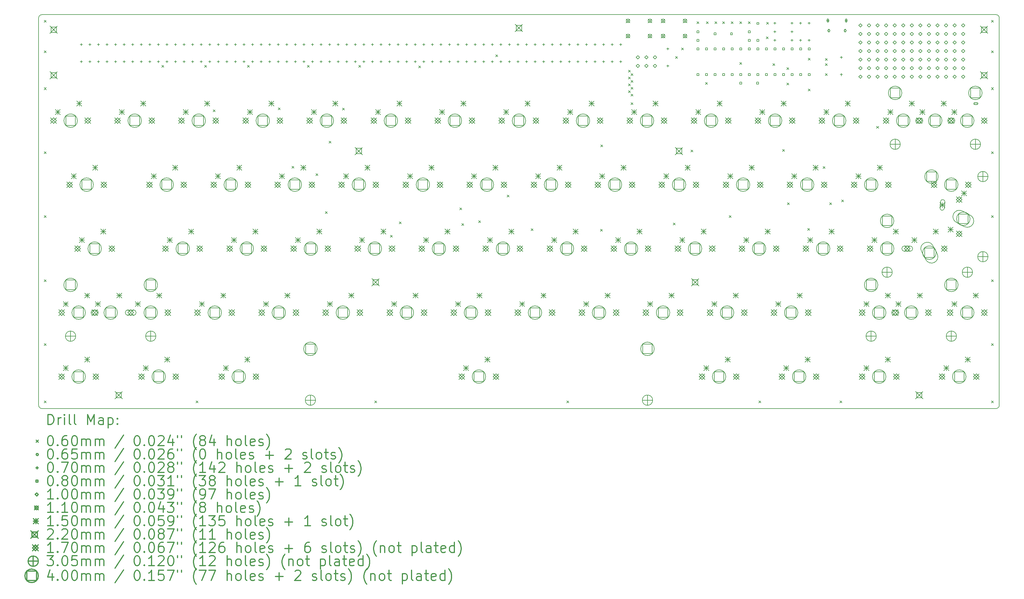
<source format=gbr>
%FSLAX45Y45*%
G04 Gerber Fmt 4.5, Leading zero omitted, Abs format (unit mm)*
G04 Created by KiCad (PCBNEW (5.1.6)-1) date 2020-08-30 19:28:41*
%MOMM*%
%LPD*%
G01*
G04 APERTURE LIST*
%TA.AperFunction,Profile*%
%ADD10C,0.150000*%
%TD*%
%ADD11C,0.200000*%
%ADD12C,0.300000*%
G04 APERTURE END LIST*
D10*
X3000000Y-3100000D02*
G75*
G02*
X3100000Y-3000000I100000J0D01*
G01*
X3100000Y-14700000D02*
G75*
G02*
X3000000Y-14600000I0J100000D01*
G01*
X31500000Y-14600000D02*
G75*
G02*
X31400000Y-14700000I-100000J0D01*
G01*
X31400000Y-3000000D02*
G75*
G02*
X31500000Y-3100000I0J-100000D01*
G01*
X3000000Y-14600000D02*
X3000000Y-3100000D01*
X31400000Y-14700000D02*
X3100000Y-14700000D01*
X31500000Y-3100000D02*
X31500000Y-14600000D01*
X31400000Y-3000000D02*
X3100000Y-3000000D01*
D11*
X3170000Y-3170000D02*
X3230000Y-3230000D01*
X3230000Y-3170000D02*
X3170000Y-3230000D01*
X3170000Y-4070000D02*
X3230000Y-4130000D01*
X3230000Y-4070000D02*
X3170000Y-4130000D01*
X3170000Y-5170000D02*
X3230000Y-5230000D01*
X3230000Y-5170000D02*
X3170000Y-5230000D01*
X3170000Y-7070000D02*
X3230000Y-7130000D01*
X3230000Y-7070000D02*
X3170000Y-7130000D01*
X3170000Y-8970000D02*
X3230000Y-9030000D01*
X3230000Y-8970000D02*
X3170000Y-9030000D01*
X3170000Y-10870000D02*
X3230000Y-10930000D01*
X3230000Y-10870000D02*
X3170000Y-10930000D01*
X3170000Y-12770000D02*
X3230000Y-12830000D01*
X3230000Y-12770000D02*
X3170000Y-12830000D01*
X3170000Y-14470000D02*
X3230000Y-14530000D01*
X3230000Y-14470000D02*
X3170000Y-14530000D01*
X6653000Y-4506700D02*
X6713000Y-4566700D01*
X6713000Y-4506700D02*
X6653000Y-4566700D01*
X7670000Y-14470000D02*
X7730000Y-14530000D01*
X7730000Y-14470000D02*
X7670000Y-14530000D01*
X7923000Y-4506700D02*
X7983000Y-4566700D01*
X7983000Y-4506700D02*
X7923000Y-4566700D01*
X8177000Y-5827500D02*
X8237000Y-5887500D01*
X8237000Y-5827500D02*
X8177000Y-5887500D01*
X9193000Y-4506700D02*
X9253000Y-4566700D01*
X9253000Y-4506700D02*
X9193000Y-4566700D01*
X10107400Y-5764000D02*
X10167400Y-5824000D01*
X10167400Y-5764000D02*
X10107400Y-5824000D01*
X10513800Y-7503900D02*
X10573800Y-7563900D01*
X10573800Y-7503900D02*
X10513800Y-7563900D01*
X10971000Y-4506700D02*
X11031000Y-4566700D01*
X11031000Y-4506700D02*
X10971000Y-4566700D01*
X11225000Y-7719800D02*
X11285000Y-7779800D01*
X11285000Y-7719800D02*
X11225000Y-7779800D01*
X11504400Y-8850100D02*
X11564400Y-8910100D01*
X11564400Y-8850100D02*
X11504400Y-8910100D01*
X11618700Y-6754600D02*
X11678700Y-6814600D01*
X11678700Y-6754600D02*
X11618700Y-6814600D01*
X12012400Y-5776700D02*
X12072400Y-5836700D01*
X12072400Y-5776700D02*
X12012400Y-5836700D01*
X12495000Y-4506700D02*
X12555000Y-4566700D01*
X12555000Y-4506700D02*
X12495000Y-4566700D01*
X12970000Y-14470000D02*
X13030000Y-14530000D01*
X13030000Y-14470000D02*
X12970000Y-14530000D01*
X13434800Y-9548600D02*
X13494800Y-9608600D01*
X13494800Y-9548600D02*
X13434800Y-9608600D01*
X13701500Y-9154900D02*
X13761500Y-9214900D01*
X13761500Y-9154900D02*
X13701500Y-9214900D01*
X14273000Y-4519400D02*
X14333000Y-4579400D01*
X14333000Y-4519400D02*
X14273000Y-4579400D01*
X15492200Y-8735800D02*
X15552200Y-8795800D01*
X15552200Y-8735800D02*
X15492200Y-8795800D01*
X15555700Y-9205700D02*
X15615700Y-9265700D01*
X15615700Y-9205700D02*
X15555700Y-9265700D01*
X16051000Y-9116800D02*
X16111000Y-9176800D01*
X16111000Y-9116800D02*
X16051000Y-9176800D01*
X16559000Y-4189200D02*
X16619000Y-4249200D01*
X16619000Y-4189200D02*
X16559000Y-4249200D01*
X16901900Y-8354800D02*
X16961900Y-8414800D01*
X16961900Y-8354800D02*
X16901900Y-8414800D01*
X17613100Y-9358100D02*
X17673100Y-9418100D01*
X17673100Y-9358100D02*
X17613100Y-9418100D01*
X18670000Y-14470000D02*
X18730000Y-14530000D01*
X18730000Y-14470000D02*
X18670000Y-14530000D01*
X19670000Y-9370000D02*
X19730000Y-9430000D01*
X19730000Y-9370000D02*
X19670000Y-9430000D01*
X19675700Y-6863700D02*
X19735700Y-6923700D01*
X19735700Y-6863700D02*
X19675700Y-6923700D01*
X20496000Y-4646400D02*
X20556000Y-4706400D01*
X20556000Y-4646400D02*
X20496000Y-4706400D01*
X20496000Y-4849600D02*
X20556000Y-4909600D01*
X20556000Y-4849600D02*
X20496000Y-4909600D01*
X20496000Y-5052800D02*
X20556000Y-5112800D01*
X20556000Y-5052800D02*
X20496000Y-5112800D01*
X20496000Y-5256000D02*
X20556000Y-5316000D01*
X20556000Y-5256000D02*
X20496000Y-5316000D01*
X20572200Y-4748000D02*
X20632200Y-4808000D01*
X20632200Y-4748000D02*
X20572200Y-4808000D01*
X20572200Y-4951200D02*
X20632200Y-5011200D01*
X20632200Y-4951200D02*
X20572200Y-5011200D01*
X20572200Y-5154400D02*
X20632200Y-5214400D01*
X20632200Y-5154400D02*
X20572200Y-5214400D01*
X20572200Y-5357600D02*
X20632200Y-5417600D01*
X20632200Y-5357600D02*
X20572200Y-5417600D01*
X20572600Y-5612000D02*
X20632600Y-5672000D01*
X20632600Y-5612000D02*
X20572600Y-5672000D01*
X21829500Y-9189190D02*
X21889500Y-9249190D01*
X21889500Y-9189190D02*
X21829500Y-9249190D01*
X21893000Y-4240000D02*
X21953000Y-4300000D01*
X21953000Y-4240000D02*
X21893000Y-4300000D01*
X22070800Y-3986000D02*
X22130800Y-4046000D01*
X22130800Y-3986000D02*
X22070800Y-4046000D01*
X22350200Y-7021300D02*
X22410200Y-7081300D01*
X22410200Y-7021300D02*
X22350200Y-7081300D01*
X22528000Y-3211300D02*
X22588000Y-3271300D01*
X22588000Y-3211300D02*
X22528000Y-3271300D01*
X22782000Y-5014700D02*
X22842000Y-5074700D01*
X22842000Y-5014700D02*
X22782000Y-5074700D01*
X22807400Y-3211300D02*
X22867400Y-3271300D01*
X22867400Y-3211300D02*
X22807400Y-3271300D01*
X23061400Y-3211300D02*
X23121400Y-3271300D01*
X23121400Y-3211300D02*
X23061400Y-3271300D01*
X23290000Y-3211300D02*
X23350000Y-3271300D01*
X23350000Y-3211300D02*
X23290000Y-3271300D01*
X23485580Y-8964400D02*
X23545580Y-9024400D01*
X23545580Y-8964400D02*
X23485580Y-9024400D01*
X23544000Y-3211300D02*
X23604000Y-3271300D01*
X23604000Y-3211300D02*
X23544000Y-3271300D01*
X23798000Y-3211300D02*
X23858000Y-3271300D01*
X23858000Y-3211300D02*
X23798000Y-3271300D01*
X23798000Y-4417800D02*
X23858000Y-4477800D01*
X23858000Y-4417800D02*
X23798000Y-4477800D01*
X24052000Y-3211300D02*
X24112000Y-3271300D01*
X24112000Y-3211300D02*
X24052000Y-3271300D01*
X24370000Y-14470000D02*
X24430000Y-14530000D01*
X24430000Y-14470000D02*
X24370000Y-14530000D01*
X24585400Y-3655800D02*
X24645400Y-3715800D01*
X24645400Y-3655800D02*
X24585400Y-3715800D01*
X24598100Y-3224000D02*
X24658100Y-3284000D01*
X24658100Y-3224000D02*
X24598100Y-3284000D01*
X24778300Y-4453500D02*
X24838300Y-4513500D01*
X24838300Y-4453500D02*
X24778300Y-4513500D01*
X25069270Y-7006060D02*
X25129270Y-7066060D01*
X25129270Y-7006060D02*
X25069270Y-7066060D01*
X25195000Y-4570200D02*
X25255000Y-4630200D01*
X25255000Y-4570200D02*
X25195000Y-4630200D01*
X25195000Y-5027400D02*
X25255000Y-5087400D01*
X25255000Y-5027400D02*
X25195000Y-5087400D01*
X25215320Y-8587210D02*
X25275320Y-8647210D01*
X25275320Y-8587210D02*
X25215320Y-8647210D01*
X25814760Y-9346670D02*
X25874760Y-9406670D01*
X25874760Y-9346670D02*
X25814760Y-9406670D01*
X25830000Y-4290800D02*
X25890000Y-4350800D01*
X25890000Y-4290800D02*
X25830000Y-4350800D01*
X25830000Y-5205200D02*
X25890000Y-5265200D01*
X25890000Y-5205200D02*
X25830000Y-5265200D01*
X26274500Y-7510250D02*
X26334500Y-7570250D01*
X26334500Y-7510250D02*
X26274500Y-7570250D01*
X26338000Y-4748000D02*
X26398000Y-4808000D01*
X26398000Y-4748000D02*
X26338000Y-4808000D01*
X26467540Y-8587210D02*
X26527540Y-8647210D01*
X26527540Y-8587210D02*
X26467540Y-8647210D01*
X26770000Y-14470000D02*
X26830000Y-14530000D01*
X26830000Y-14470000D02*
X26770000Y-14530000D01*
X26823140Y-8498310D02*
X26883140Y-8558310D01*
X26883140Y-8498310D02*
X26823140Y-8558310D01*
X27859460Y-6316450D02*
X27919460Y-6376450D01*
X27919460Y-6316450D02*
X27859460Y-6376450D01*
X31270000Y-3170000D02*
X31330000Y-3230000D01*
X31330000Y-3170000D02*
X31270000Y-3230000D01*
X31270000Y-4070000D02*
X31330000Y-4130000D01*
X31330000Y-4070000D02*
X31270000Y-4130000D01*
X31270000Y-5170000D02*
X31330000Y-5230000D01*
X31330000Y-5170000D02*
X31270000Y-5230000D01*
X31270000Y-7070000D02*
X31330000Y-7130000D01*
X31330000Y-7070000D02*
X31270000Y-7130000D01*
X31270000Y-8970000D02*
X31330000Y-9030000D01*
X31330000Y-8970000D02*
X31270000Y-9030000D01*
X31270000Y-10870000D02*
X31330000Y-10930000D01*
X31330000Y-10870000D02*
X31270000Y-10930000D01*
X31270000Y-12770000D02*
X31330000Y-12830000D01*
X31330000Y-12770000D02*
X31270000Y-12830000D01*
X31270000Y-14470000D02*
X31330000Y-14530000D01*
X31330000Y-14470000D02*
X31270000Y-14530000D01*
X26338000Y-4303500D02*
X26398000Y-4363500D01*
X26398000Y-4303500D02*
X26338000Y-4363500D01*
X26338000Y-4453500D02*
X26398000Y-4513500D01*
X26398000Y-4453500D02*
X26338000Y-4513500D01*
X26475984Y-3476004D02*
G75*
G03*
X26475984Y-3476004I-32500J0D01*
G01*
X26420984Y-3456004D02*
X26420984Y-3496004D01*
X26465984Y-3456004D02*
X26465984Y-3496004D01*
X26420984Y-3496004D02*
G75*
G03*
X26465984Y-3496004I22500J0D01*
G01*
X26465984Y-3456004D02*
G75*
G03*
X26420984Y-3456004I-22500J0D01*
G01*
X26959984Y-3476004D02*
G75*
G03*
X26959984Y-3476004I-32500J0D01*
G01*
X26904984Y-3456004D02*
X26904984Y-3496004D01*
X26949984Y-3456004D02*
X26949984Y-3496004D01*
X26904984Y-3496004D02*
G75*
G03*
X26949984Y-3496004I22500J0D01*
G01*
X26949984Y-3456004D02*
G75*
G03*
X26904984Y-3456004I-22500J0D01*
G01*
X17478000Y-3854000D02*
X17478000Y-3924000D01*
X17443000Y-3889000D02*
X17513000Y-3889000D01*
X17478000Y-4362000D02*
X17478000Y-4432000D01*
X17443000Y-4397000D02*
X17513000Y-4397000D01*
X25606000Y-3219000D02*
X25606000Y-3289000D01*
X25571000Y-3254000D02*
X25641000Y-3254000D01*
X25606000Y-3727000D02*
X25606000Y-3797000D01*
X25571000Y-3762000D02*
X25641000Y-3762000D01*
X15700000Y-3854000D02*
X15700000Y-3924000D01*
X15665000Y-3889000D02*
X15735000Y-3889000D01*
X15700000Y-4362000D02*
X15700000Y-4432000D01*
X15665000Y-4397000D02*
X15735000Y-4397000D01*
X14684000Y-3854000D02*
X14684000Y-3924000D01*
X14649000Y-3889000D02*
X14719000Y-3889000D01*
X14684000Y-4362000D02*
X14684000Y-4432000D01*
X14649000Y-4397000D02*
X14719000Y-4397000D01*
X8334000Y-3854000D02*
X8334000Y-3924000D01*
X8299000Y-3889000D02*
X8369000Y-3889000D01*
X8334000Y-4362000D02*
X8334000Y-4432000D01*
X8299000Y-4397000D02*
X8369000Y-4397000D01*
X4524000Y-3854000D02*
X4524000Y-3924000D01*
X4489000Y-3889000D02*
X4559000Y-3889000D01*
X4524000Y-4362000D02*
X4524000Y-4432000D01*
X4489000Y-4397000D02*
X4559000Y-4397000D01*
X20018000Y-3854000D02*
X20018000Y-3924000D01*
X19983000Y-3889000D02*
X20053000Y-3889000D01*
X20018000Y-4362000D02*
X20018000Y-4432000D01*
X19983000Y-4397000D02*
X20053000Y-4397000D01*
X16970000Y-3854000D02*
X16970000Y-3924000D01*
X16935000Y-3889000D02*
X17005000Y-3889000D01*
X16970000Y-4362000D02*
X16970000Y-4432000D01*
X16935000Y-4397000D02*
X17005000Y-4397000D01*
X5540000Y-3854000D02*
X5540000Y-3924000D01*
X5505000Y-3889000D02*
X5575000Y-3889000D01*
X5540000Y-4362000D02*
X5540000Y-4432000D01*
X5505000Y-4397000D02*
X5575000Y-4397000D01*
X8588000Y-3854000D02*
X8588000Y-3924000D01*
X8553000Y-3889000D02*
X8623000Y-3889000D01*
X8588000Y-4362000D02*
X8588000Y-4432000D01*
X8553000Y-4397000D02*
X8623000Y-4397000D01*
X24844000Y-3473000D02*
X24844000Y-3543000D01*
X24809000Y-3508000D02*
X24879000Y-3508000D01*
X25352000Y-3473000D02*
X25352000Y-3543000D01*
X25317000Y-3508000D02*
X25387000Y-3508000D01*
X7318000Y-3854000D02*
X7318000Y-3924000D01*
X7283000Y-3889000D02*
X7353000Y-3889000D01*
X7318000Y-4362000D02*
X7318000Y-4432000D01*
X7283000Y-4397000D02*
X7353000Y-4397000D01*
X19002000Y-3854000D02*
X19002000Y-3924000D01*
X18967000Y-3889000D02*
X19037000Y-3889000D01*
X19002000Y-4362000D02*
X19002000Y-4432000D01*
X18967000Y-4397000D02*
X19037000Y-4397000D01*
X20272000Y-3854000D02*
X20272000Y-3924000D01*
X20237000Y-3889000D02*
X20307000Y-3889000D01*
X20272000Y-4362000D02*
X20272000Y-4432000D01*
X20237000Y-4397000D02*
X20307000Y-4397000D01*
X16716000Y-3854000D02*
X16716000Y-3924000D01*
X16681000Y-3889000D02*
X16751000Y-3889000D01*
X16716000Y-4362000D02*
X16716000Y-4432000D01*
X16681000Y-4397000D02*
X16751000Y-4397000D01*
X11382000Y-3854000D02*
X11382000Y-3924000D01*
X11347000Y-3889000D02*
X11417000Y-3889000D01*
X11382000Y-4362000D02*
X11382000Y-4432000D01*
X11347000Y-4397000D02*
X11417000Y-4397000D01*
X7826000Y-3854000D02*
X7826000Y-3924000D01*
X7791000Y-3889000D02*
X7861000Y-3889000D01*
X7826000Y-4362000D02*
X7826000Y-4432000D01*
X7791000Y-4397000D02*
X7861000Y-4397000D01*
X15954000Y-3854000D02*
X15954000Y-3924000D01*
X15919000Y-3889000D02*
X15989000Y-3889000D01*
X15954000Y-4362000D02*
X15954000Y-4432000D01*
X15919000Y-4397000D02*
X15989000Y-4397000D01*
X11128000Y-3854000D02*
X11128000Y-3924000D01*
X11093000Y-3889000D02*
X11163000Y-3889000D01*
X11128000Y-4362000D02*
X11128000Y-4432000D01*
X11093000Y-4397000D02*
X11163000Y-4397000D01*
X10112000Y-3854000D02*
X10112000Y-3924000D01*
X10077000Y-3889000D02*
X10147000Y-3889000D01*
X10112000Y-4362000D02*
X10112000Y-4432000D01*
X10077000Y-4397000D02*
X10147000Y-4397000D01*
X11636000Y-3854000D02*
X11636000Y-3924000D01*
X11601000Y-3889000D02*
X11671000Y-3889000D01*
X11636000Y-4362000D02*
X11636000Y-4432000D01*
X11601000Y-4397000D02*
X11671000Y-4397000D01*
X13414000Y-3854000D02*
X13414000Y-3924000D01*
X13379000Y-3889000D02*
X13449000Y-3889000D01*
X13414000Y-4362000D02*
X13414000Y-4432000D01*
X13379000Y-4397000D02*
X13449000Y-4397000D01*
X8080000Y-3854000D02*
X8080000Y-3924000D01*
X8045000Y-3889000D02*
X8115000Y-3889000D01*
X8080000Y-4362000D02*
X8080000Y-4432000D01*
X8045000Y-4397000D02*
X8115000Y-4397000D01*
X19510000Y-3854000D02*
X19510000Y-3924000D01*
X19475000Y-3889000D02*
X19545000Y-3889000D01*
X19510000Y-4362000D02*
X19510000Y-4432000D01*
X19475000Y-4397000D02*
X19545000Y-4397000D01*
X10874000Y-3854000D02*
X10874000Y-3924000D01*
X10839000Y-3889000D02*
X10909000Y-3889000D01*
X10874000Y-4362000D02*
X10874000Y-4432000D01*
X10839000Y-4397000D02*
X10909000Y-4397000D01*
X10366000Y-3854000D02*
X10366000Y-3924000D01*
X10331000Y-3889000D02*
X10401000Y-3889000D01*
X10366000Y-4362000D02*
X10366000Y-4432000D01*
X10331000Y-4397000D02*
X10401000Y-4397000D01*
X7064000Y-3854000D02*
X7064000Y-3924000D01*
X7029000Y-3889000D02*
X7099000Y-3889000D01*
X7064000Y-4362000D02*
X7064000Y-4432000D01*
X7029000Y-4397000D02*
X7099000Y-4397000D01*
X16462000Y-3854000D02*
X16462000Y-3924000D01*
X16427000Y-3889000D02*
X16497000Y-3889000D01*
X16462000Y-4362000D02*
X16462000Y-4432000D01*
X16427000Y-4397000D02*
X16497000Y-4397000D01*
X13668000Y-3854000D02*
X13668000Y-3924000D01*
X13633000Y-3889000D02*
X13703000Y-3889000D01*
X13668000Y-4362000D02*
X13668000Y-4432000D01*
X13633000Y-4397000D02*
X13703000Y-4397000D01*
X4270000Y-3854000D02*
X4270000Y-3924000D01*
X4235000Y-3889000D02*
X4305000Y-3889000D01*
X4270000Y-4362000D02*
X4270000Y-4432000D01*
X4235000Y-4397000D02*
X4305000Y-4397000D01*
X13160000Y-3854000D02*
X13160000Y-3924000D01*
X13125000Y-3889000D02*
X13195000Y-3889000D01*
X13160000Y-4362000D02*
X13160000Y-4432000D01*
X13125000Y-4397000D02*
X13195000Y-4397000D01*
X10620000Y-3854000D02*
X10620000Y-3924000D01*
X10585000Y-3889000D02*
X10655000Y-3889000D01*
X10620000Y-4362000D02*
X10620000Y-4432000D01*
X10585000Y-4397000D02*
X10655000Y-4397000D01*
X24844000Y-3219000D02*
X24844000Y-3289000D01*
X24809000Y-3254000D02*
X24879000Y-3254000D01*
X25352000Y-3219000D02*
X25352000Y-3289000D01*
X25317000Y-3254000D02*
X25387000Y-3254000D01*
X6810000Y-3854000D02*
X6810000Y-3924000D01*
X6775000Y-3889000D02*
X6845000Y-3889000D01*
X6810000Y-4362000D02*
X6810000Y-4432000D01*
X6775000Y-4397000D02*
X6845000Y-4397000D01*
X5794000Y-3854000D02*
X5794000Y-3924000D01*
X5759000Y-3889000D02*
X5829000Y-3889000D01*
X5794000Y-4362000D02*
X5794000Y-4432000D01*
X5759000Y-4397000D02*
X5829000Y-4397000D01*
X26412484Y-3141004D02*
X26412484Y-3211004D01*
X26377484Y-3176004D02*
X26447484Y-3176004D01*
X26387484Y-3151004D02*
X26387484Y-3201004D01*
X26437484Y-3151004D02*
X26437484Y-3201004D01*
X26387484Y-3201004D02*
G75*
G03*
X26437484Y-3201004I25000J0D01*
G01*
X26437484Y-3151004D02*
G75*
G03*
X26387484Y-3151004I-25000J0D01*
G01*
X26958484Y-3141004D02*
X26958484Y-3211004D01*
X26923484Y-3176004D02*
X26993484Y-3176004D01*
X26933484Y-3151004D02*
X26933484Y-3201004D01*
X26983484Y-3151004D02*
X26983484Y-3201004D01*
X26933484Y-3201004D02*
G75*
G03*
X26983484Y-3201004I25000J0D01*
G01*
X26983484Y-3151004D02*
G75*
G03*
X26933484Y-3151004I-25000J0D01*
G01*
X8842000Y-3854000D02*
X8842000Y-3924000D01*
X8807000Y-3889000D02*
X8877000Y-3889000D01*
X8842000Y-4362000D02*
X8842000Y-4432000D01*
X8807000Y-4397000D02*
X8877000Y-4397000D01*
X25860000Y-3219000D02*
X25860000Y-3289000D01*
X25825000Y-3254000D02*
X25895000Y-3254000D01*
X25860000Y-3727000D02*
X25860000Y-3797000D01*
X25825000Y-3762000D02*
X25895000Y-3762000D01*
X18240000Y-3854000D02*
X18240000Y-3924000D01*
X18205000Y-3889000D02*
X18275000Y-3889000D01*
X18240000Y-4362000D02*
X18240000Y-4432000D01*
X18205000Y-4397000D02*
X18275000Y-4397000D01*
X15192000Y-3854000D02*
X15192000Y-3924000D01*
X15157000Y-3889000D02*
X15227000Y-3889000D01*
X15192000Y-4362000D02*
X15192000Y-4432000D01*
X15157000Y-4397000D02*
X15227000Y-4397000D01*
X14176000Y-3854000D02*
X14176000Y-3924000D01*
X14141000Y-3889000D02*
X14211000Y-3889000D01*
X14176000Y-4362000D02*
X14176000Y-4432000D01*
X14141000Y-4397000D02*
X14211000Y-4397000D01*
X4778000Y-3854000D02*
X4778000Y-3924000D01*
X4743000Y-3889000D02*
X4813000Y-3889000D01*
X4778000Y-4362000D02*
X4778000Y-4432000D01*
X4743000Y-4397000D02*
X4813000Y-4397000D01*
X14430000Y-3854000D02*
X14430000Y-3924000D01*
X14395000Y-3889000D02*
X14465000Y-3889000D01*
X14430000Y-4362000D02*
X14430000Y-4432000D01*
X14395000Y-4397000D02*
X14465000Y-4397000D01*
X9096000Y-3854000D02*
X9096000Y-3924000D01*
X9061000Y-3889000D02*
X9131000Y-3889000D01*
X9096000Y-4362000D02*
X9096000Y-4432000D01*
X9061000Y-4397000D02*
X9131000Y-4397000D01*
X11890000Y-3854000D02*
X11890000Y-3924000D01*
X11855000Y-3889000D02*
X11925000Y-3889000D01*
X11890000Y-4362000D02*
X11890000Y-4432000D01*
X11855000Y-4397000D02*
X11925000Y-4397000D01*
X12144000Y-3854000D02*
X12144000Y-3924000D01*
X12109000Y-3889000D02*
X12179000Y-3889000D01*
X12144000Y-4362000D02*
X12144000Y-4432000D01*
X12109000Y-4397000D02*
X12179000Y-4397000D01*
X17986000Y-3854000D02*
X17986000Y-3924000D01*
X17951000Y-3889000D02*
X18021000Y-3889000D01*
X17986000Y-4362000D02*
X17986000Y-4432000D01*
X17951000Y-4397000D02*
X18021000Y-4397000D01*
X12652000Y-3854000D02*
X12652000Y-3924000D01*
X12617000Y-3889000D02*
X12687000Y-3889000D01*
X12652000Y-4362000D02*
X12652000Y-4432000D01*
X12617000Y-4397000D02*
X12687000Y-4397000D01*
X24844000Y-3727000D02*
X24844000Y-3797000D01*
X24809000Y-3762000D02*
X24879000Y-3762000D01*
X25352000Y-3727000D02*
X25352000Y-3797000D01*
X25317000Y-3762000D02*
X25387000Y-3762000D01*
X9350000Y-3854000D02*
X9350000Y-3924000D01*
X9315000Y-3889000D02*
X9385000Y-3889000D01*
X9350000Y-4362000D02*
X9350000Y-4432000D01*
X9315000Y-4397000D02*
X9385000Y-4397000D01*
X9604000Y-3854000D02*
X9604000Y-3924000D01*
X9569000Y-3889000D02*
X9639000Y-3889000D01*
X9604000Y-4362000D02*
X9604000Y-4432000D01*
X9569000Y-4397000D02*
X9639000Y-4397000D01*
X19256000Y-3854000D02*
X19256000Y-3924000D01*
X19221000Y-3889000D02*
X19291000Y-3889000D01*
X19256000Y-4362000D02*
X19256000Y-4432000D01*
X19221000Y-4397000D02*
X19291000Y-4397000D01*
X18748000Y-3854000D02*
X18748000Y-3924000D01*
X18713000Y-3889000D02*
X18783000Y-3889000D01*
X18748000Y-4362000D02*
X18748000Y-4432000D01*
X18713000Y-4397000D02*
X18783000Y-4397000D01*
X18494000Y-3854000D02*
X18494000Y-3924000D01*
X18459000Y-3889000D02*
X18529000Y-3889000D01*
X18494000Y-4362000D02*
X18494000Y-4432000D01*
X18459000Y-4397000D02*
X18529000Y-4397000D01*
X14938000Y-3854000D02*
X14938000Y-3924000D01*
X14903000Y-3889000D02*
X14973000Y-3889000D01*
X14938000Y-4362000D02*
X14938000Y-4432000D01*
X14903000Y-4397000D02*
X14973000Y-4397000D01*
X6556000Y-3854000D02*
X6556000Y-3924000D01*
X6521000Y-3889000D02*
X6591000Y-3889000D01*
X6556000Y-4362000D02*
X6556000Y-4432000D01*
X6521000Y-4397000D02*
X6591000Y-4397000D01*
X17732000Y-3854000D02*
X17732000Y-3924000D01*
X17697000Y-3889000D02*
X17767000Y-3889000D01*
X17732000Y-4362000D02*
X17732000Y-4432000D01*
X17697000Y-4397000D02*
X17767000Y-4397000D01*
X13922000Y-3854000D02*
X13922000Y-3924000D01*
X13887000Y-3889000D02*
X13957000Y-3889000D01*
X13922000Y-4362000D02*
X13922000Y-4432000D01*
X13887000Y-4397000D02*
X13957000Y-4397000D01*
X12906000Y-3854000D02*
X12906000Y-3924000D01*
X12871000Y-3889000D02*
X12941000Y-3889000D01*
X12906000Y-4362000D02*
X12906000Y-4432000D01*
X12871000Y-4397000D02*
X12941000Y-4397000D01*
X21669000Y-3981000D02*
X21669000Y-4051000D01*
X21634000Y-4016000D02*
X21704000Y-4016000D01*
X21669000Y-4489000D02*
X21669000Y-4559000D01*
X21634000Y-4524000D02*
X21704000Y-4524000D01*
X6048000Y-3854000D02*
X6048000Y-3924000D01*
X6013000Y-3889000D02*
X6083000Y-3889000D01*
X6048000Y-4362000D02*
X6048000Y-4432000D01*
X6013000Y-4397000D02*
X6083000Y-4397000D01*
X6302000Y-3854000D02*
X6302000Y-3924000D01*
X6267000Y-3889000D02*
X6337000Y-3889000D01*
X6302000Y-4362000D02*
X6302000Y-4432000D01*
X6267000Y-4397000D02*
X6337000Y-4397000D01*
X12398000Y-3854000D02*
X12398000Y-3924000D01*
X12363000Y-3889000D02*
X12433000Y-3889000D01*
X12398000Y-4362000D02*
X12398000Y-4432000D01*
X12363000Y-4397000D02*
X12433000Y-4397000D01*
X26812500Y-4235000D02*
X26812500Y-4305000D01*
X26777500Y-4270000D02*
X26847500Y-4270000D01*
X26812500Y-4745000D02*
X26812500Y-4815000D01*
X26777500Y-4780000D02*
X26847500Y-4780000D01*
X15446000Y-3854000D02*
X15446000Y-3924000D01*
X15411000Y-3889000D02*
X15481000Y-3889000D01*
X15446000Y-4362000D02*
X15446000Y-4432000D01*
X15411000Y-4397000D02*
X15481000Y-4397000D01*
X16208000Y-3854000D02*
X16208000Y-3924000D01*
X16173000Y-3889000D02*
X16243000Y-3889000D01*
X16208000Y-4362000D02*
X16208000Y-4432000D01*
X16173000Y-4397000D02*
X16243000Y-4397000D01*
X7572000Y-3854000D02*
X7572000Y-3924000D01*
X7537000Y-3889000D02*
X7607000Y-3889000D01*
X7572000Y-4362000D02*
X7572000Y-4432000D01*
X7537000Y-4397000D02*
X7607000Y-4397000D01*
X5032000Y-3854000D02*
X5032000Y-3924000D01*
X4997000Y-3889000D02*
X5067000Y-3889000D01*
X5032000Y-4362000D02*
X5032000Y-4432000D01*
X4997000Y-4397000D02*
X5067000Y-4397000D01*
X17224000Y-3854000D02*
X17224000Y-3924000D01*
X17189000Y-3889000D02*
X17259000Y-3889000D01*
X17224000Y-4362000D02*
X17224000Y-4432000D01*
X17189000Y-4397000D02*
X17259000Y-4397000D01*
X9858000Y-3854000D02*
X9858000Y-3924000D01*
X9823000Y-3889000D02*
X9893000Y-3889000D01*
X9858000Y-4362000D02*
X9858000Y-4432000D01*
X9823000Y-4397000D02*
X9893000Y-4397000D01*
X19764000Y-3854000D02*
X19764000Y-3924000D01*
X19729000Y-3889000D02*
X19799000Y-3889000D01*
X19764000Y-4362000D02*
X19764000Y-4432000D01*
X19729000Y-4397000D02*
X19799000Y-4397000D01*
X5286000Y-3854000D02*
X5286000Y-3924000D01*
X5251000Y-3889000D02*
X5321000Y-3889000D01*
X5286000Y-4362000D02*
X5286000Y-4432000D01*
X5251000Y-4397000D02*
X5321000Y-4397000D01*
X24364284Y-3290284D02*
X24364284Y-3233715D01*
X24307715Y-3233715D01*
X24307715Y-3290284D01*
X24364284Y-3290284D01*
X24364284Y-3790284D02*
X24364284Y-3733715D01*
X24307715Y-3733715D01*
X24307715Y-3790284D01*
X24364284Y-3790284D01*
X30832284Y-5670284D02*
X30832284Y-5613715D01*
X30775715Y-5613715D01*
X30775715Y-5670284D01*
X30832284Y-5670284D01*
X30769000Y-5672000D02*
X30839000Y-5672000D01*
X30769000Y-5612000D02*
X30839000Y-5612000D01*
X30839000Y-5672000D02*
G75*
G03*
X30839000Y-5612000I0J30000D01*
G01*
X30769000Y-5612000D02*
G75*
G03*
X30769000Y-5672000I0J-30000D01*
G01*
X24110284Y-3540284D02*
X24110284Y-3483715D01*
X24053715Y-3483715D01*
X24053715Y-3540284D01*
X24110284Y-3540284D01*
X24110284Y-3790284D02*
X24110284Y-3733715D01*
X24053715Y-3733715D01*
X24053715Y-3790284D01*
X24110284Y-3790284D01*
X23094284Y-3599784D02*
X23094284Y-3543215D01*
X23037715Y-3543215D01*
X23037715Y-3599784D01*
X23094284Y-3599784D01*
X23582284Y-3599784D02*
X23582284Y-3543215D01*
X23525715Y-3543215D01*
X23525715Y-3599784D01*
X23582284Y-3599784D01*
X23856284Y-5060285D02*
X23856284Y-5003716D01*
X23799715Y-5003716D01*
X23799715Y-5060285D01*
X23856284Y-5060285D01*
X24356284Y-5060285D02*
X24356284Y-5003716D01*
X24299715Y-5003716D01*
X24299715Y-5060285D01*
X24356284Y-5060285D01*
X22586284Y-3540284D02*
X22586284Y-3483715D01*
X22529715Y-3483715D01*
X22529715Y-3540284D01*
X22586284Y-3540284D01*
X22586284Y-3790284D02*
X22586284Y-3733715D01*
X22529715Y-3733715D01*
X22529715Y-3790284D01*
X22586284Y-3790284D01*
X22586284Y-4044284D02*
X22586284Y-3987715D01*
X22529715Y-3987715D01*
X22529715Y-4044284D01*
X22586284Y-4044284D01*
X22586284Y-4806285D02*
X22586284Y-4749716D01*
X22529715Y-4749716D01*
X22529715Y-4806285D01*
X22586284Y-4806285D01*
X22840284Y-4044284D02*
X22840284Y-3987715D01*
X22783715Y-3987715D01*
X22783715Y-4044284D01*
X22840284Y-4044284D01*
X22840284Y-4806285D02*
X22840284Y-4749716D01*
X22783715Y-4749716D01*
X22783715Y-4806285D01*
X22840284Y-4806285D01*
X23094284Y-4044284D02*
X23094284Y-3987715D01*
X23037715Y-3987715D01*
X23037715Y-4044284D01*
X23094284Y-4044284D01*
X23094284Y-4806285D02*
X23094284Y-4749716D01*
X23037715Y-4749716D01*
X23037715Y-4806285D01*
X23094284Y-4806285D01*
X23348284Y-4044284D02*
X23348284Y-3987715D01*
X23291715Y-3987715D01*
X23291715Y-4044284D01*
X23348284Y-4044284D01*
X23348284Y-4806285D02*
X23348284Y-4749716D01*
X23291715Y-4749716D01*
X23291715Y-4806285D01*
X23348284Y-4806285D01*
X23602284Y-4044284D02*
X23602284Y-3987715D01*
X23545715Y-3987715D01*
X23545715Y-4044284D01*
X23602284Y-4044284D01*
X23602284Y-4806285D02*
X23602284Y-4749716D01*
X23545715Y-4749716D01*
X23545715Y-4806285D01*
X23602284Y-4806285D01*
X23856284Y-4044284D02*
X23856284Y-3987715D01*
X23799715Y-3987715D01*
X23799715Y-4044284D01*
X23856284Y-4044284D01*
X23856284Y-4806285D02*
X23856284Y-4749716D01*
X23799715Y-4749716D01*
X23799715Y-4806285D01*
X23856284Y-4806285D01*
X24110284Y-4044284D02*
X24110284Y-3987715D01*
X24053715Y-3987715D01*
X24053715Y-4044284D01*
X24110284Y-4044284D01*
X24110284Y-4806285D02*
X24110284Y-4749716D01*
X24053715Y-4749716D01*
X24053715Y-4806285D01*
X24110284Y-4806285D01*
X24364284Y-4044284D02*
X24364284Y-3987715D01*
X24307715Y-3987715D01*
X24307715Y-4044284D01*
X24364284Y-4044284D01*
X24364284Y-4806285D02*
X24364284Y-4749716D01*
X24307715Y-4749716D01*
X24307715Y-4806285D01*
X24364284Y-4806285D01*
X24618284Y-4044284D02*
X24618284Y-3987715D01*
X24561715Y-3987715D01*
X24561715Y-4044284D01*
X24618284Y-4044284D01*
X24618284Y-4806285D02*
X24618284Y-4749716D01*
X24561715Y-4749716D01*
X24561715Y-4806285D01*
X24618284Y-4806285D01*
X24872284Y-4044284D02*
X24872284Y-3987715D01*
X24815715Y-3987715D01*
X24815715Y-4044284D01*
X24872284Y-4044284D01*
X24872284Y-4806285D02*
X24872284Y-4749716D01*
X24815715Y-4749716D01*
X24815715Y-4806285D01*
X24872284Y-4806285D01*
X25126284Y-4044284D02*
X25126284Y-3987715D01*
X25069715Y-3987715D01*
X25069715Y-4044284D01*
X25126284Y-4044284D01*
X25126284Y-4806285D02*
X25126284Y-4749716D01*
X25069715Y-4749716D01*
X25069715Y-4806285D01*
X25126284Y-4806285D01*
X25380284Y-4044284D02*
X25380284Y-3987715D01*
X25323715Y-3987715D01*
X25323715Y-4044284D01*
X25380284Y-4044284D01*
X25380284Y-4806285D02*
X25380284Y-4749716D01*
X25323715Y-4749716D01*
X25323715Y-4806285D01*
X25380284Y-4806285D01*
X25634284Y-4044284D02*
X25634284Y-3987715D01*
X25577715Y-3987715D01*
X25577715Y-4044284D01*
X25634284Y-4044284D01*
X25634284Y-4806285D02*
X25634284Y-4749716D01*
X25577715Y-4749716D01*
X25577715Y-4806285D01*
X25634284Y-4806285D01*
X25888284Y-4044284D02*
X25888284Y-3987715D01*
X25831715Y-3987715D01*
X25831715Y-4044284D01*
X25888284Y-4044284D01*
X25888284Y-4806285D02*
X25888284Y-4749716D01*
X25831715Y-4749716D01*
X25831715Y-4806285D01*
X25888284Y-4806285D01*
X27384000Y-3367500D02*
X27434000Y-3317500D01*
X27384000Y-3267500D01*
X27334000Y-3317500D01*
X27384000Y-3367500D01*
X27384000Y-3621500D02*
X27434000Y-3571500D01*
X27384000Y-3521500D01*
X27334000Y-3571500D01*
X27384000Y-3621500D01*
X27384000Y-3875500D02*
X27434000Y-3825500D01*
X27384000Y-3775500D01*
X27334000Y-3825500D01*
X27384000Y-3875500D01*
X27384000Y-4129500D02*
X27434000Y-4079500D01*
X27384000Y-4029500D01*
X27334000Y-4079500D01*
X27384000Y-4129500D01*
X27384000Y-4383500D02*
X27434000Y-4333500D01*
X27384000Y-4283500D01*
X27334000Y-4333500D01*
X27384000Y-4383500D01*
X27384000Y-4637500D02*
X27434000Y-4587500D01*
X27384000Y-4537500D01*
X27334000Y-4587500D01*
X27384000Y-4637500D01*
X27384000Y-4891500D02*
X27434000Y-4841500D01*
X27384000Y-4791500D01*
X27334000Y-4841500D01*
X27384000Y-4891500D01*
X27638000Y-3367500D02*
X27688000Y-3317500D01*
X27638000Y-3267500D01*
X27588000Y-3317500D01*
X27638000Y-3367500D01*
X27638000Y-3621500D02*
X27688000Y-3571500D01*
X27638000Y-3521500D01*
X27588000Y-3571500D01*
X27638000Y-3621500D01*
X27638000Y-3875500D02*
X27688000Y-3825500D01*
X27638000Y-3775500D01*
X27588000Y-3825500D01*
X27638000Y-3875500D01*
X27638000Y-4129500D02*
X27688000Y-4079500D01*
X27638000Y-4029500D01*
X27588000Y-4079500D01*
X27638000Y-4129500D01*
X27638000Y-4383500D02*
X27688000Y-4333500D01*
X27638000Y-4283500D01*
X27588000Y-4333500D01*
X27638000Y-4383500D01*
X27638000Y-4637500D02*
X27688000Y-4587500D01*
X27638000Y-4537500D01*
X27588000Y-4587500D01*
X27638000Y-4637500D01*
X27638000Y-4891500D02*
X27688000Y-4841500D01*
X27638000Y-4791500D01*
X27588000Y-4841500D01*
X27638000Y-4891500D01*
X27892000Y-3367500D02*
X27942000Y-3317500D01*
X27892000Y-3267500D01*
X27842000Y-3317500D01*
X27892000Y-3367500D01*
X27892000Y-3621500D02*
X27942000Y-3571500D01*
X27892000Y-3521500D01*
X27842000Y-3571500D01*
X27892000Y-3621500D01*
X27892000Y-3875500D02*
X27942000Y-3825500D01*
X27892000Y-3775500D01*
X27842000Y-3825500D01*
X27892000Y-3875500D01*
X27892000Y-4129500D02*
X27942000Y-4079500D01*
X27892000Y-4029500D01*
X27842000Y-4079500D01*
X27892000Y-4129500D01*
X27892000Y-4383500D02*
X27942000Y-4333500D01*
X27892000Y-4283500D01*
X27842000Y-4333500D01*
X27892000Y-4383500D01*
X27892000Y-4637500D02*
X27942000Y-4587500D01*
X27892000Y-4537500D01*
X27842000Y-4587500D01*
X27892000Y-4637500D01*
X27892000Y-4891500D02*
X27942000Y-4841500D01*
X27892000Y-4791500D01*
X27842000Y-4841500D01*
X27892000Y-4891500D01*
X28146000Y-3367500D02*
X28196000Y-3317500D01*
X28146000Y-3267500D01*
X28096000Y-3317500D01*
X28146000Y-3367500D01*
X28146000Y-3621500D02*
X28196000Y-3571500D01*
X28146000Y-3521500D01*
X28096000Y-3571500D01*
X28146000Y-3621500D01*
X28146000Y-3875500D02*
X28196000Y-3825500D01*
X28146000Y-3775500D01*
X28096000Y-3825500D01*
X28146000Y-3875500D01*
X28146000Y-4129500D02*
X28196000Y-4079500D01*
X28146000Y-4029500D01*
X28096000Y-4079500D01*
X28146000Y-4129500D01*
X28146000Y-4383500D02*
X28196000Y-4333500D01*
X28146000Y-4283500D01*
X28096000Y-4333500D01*
X28146000Y-4383500D01*
X28146000Y-4637500D02*
X28196000Y-4587500D01*
X28146000Y-4537500D01*
X28096000Y-4587500D01*
X28146000Y-4637500D01*
X28146000Y-4891500D02*
X28196000Y-4841500D01*
X28146000Y-4791500D01*
X28096000Y-4841500D01*
X28146000Y-4891500D01*
X28400000Y-3367500D02*
X28450000Y-3317500D01*
X28400000Y-3267500D01*
X28350000Y-3317500D01*
X28400000Y-3367500D01*
X28400000Y-3621500D02*
X28450000Y-3571500D01*
X28400000Y-3521500D01*
X28350000Y-3571500D01*
X28400000Y-3621500D01*
X28400000Y-3875500D02*
X28450000Y-3825500D01*
X28400000Y-3775500D01*
X28350000Y-3825500D01*
X28400000Y-3875500D01*
X28400000Y-4129500D02*
X28450000Y-4079500D01*
X28400000Y-4029500D01*
X28350000Y-4079500D01*
X28400000Y-4129500D01*
X28400000Y-4383500D02*
X28450000Y-4333500D01*
X28400000Y-4283500D01*
X28350000Y-4333500D01*
X28400000Y-4383500D01*
X28400000Y-4637500D02*
X28450000Y-4587500D01*
X28400000Y-4537500D01*
X28350000Y-4587500D01*
X28400000Y-4637500D01*
X28400000Y-4891500D02*
X28450000Y-4841500D01*
X28400000Y-4791500D01*
X28350000Y-4841500D01*
X28400000Y-4891500D01*
X28654000Y-3367500D02*
X28704000Y-3317500D01*
X28654000Y-3267500D01*
X28604000Y-3317500D01*
X28654000Y-3367500D01*
X28654000Y-3621500D02*
X28704000Y-3571500D01*
X28654000Y-3521500D01*
X28604000Y-3571500D01*
X28654000Y-3621500D01*
X28654000Y-3875500D02*
X28704000Y-3825500D01*
X28654000Y-3775500D01*
X28604000Y-3825500D01*
X28654000Y-3875500D01*
X28654000Y-4129500D02*
X28704000Y-4079500D01*
X28654000Y-4029500D01*
X28604000Y-4079500D01*
X28654000Y-4129500D01*
X28654000Y-4383500D02*
X28704000Y-4333500D01*
X28654000Y-4283500D01*
X28604000Y-4333500D01*
X28654000Y-4383500D01*
X28654000Y-4637500D02*
X28704000Y-4587500D01*
X28654000Y-4537500D01*
X28604000Y-4587500D01*
X28654000Y-4637500D01*
X28654000Y-4891500D02*
X28704000Y-4841500D01*
X28654000Y-4791500D01*
X28604000Y-4841500D01*
X28654000Y-4891500D01*
X28908000Y-3367500D02*
X28958000Y-3317500D01*
X28908000Y-3267500D01*
X28858000Y-3317500D01*
X28908000Y-3367500D01*
X28908000Y-3621500D02*
X28958000Y-3571500D01*
X28908000Y-3521500D01*
X28858000Y-3571500D01*
X28908000Y-3621500D01*
X28908000Y-3875500D02*
X28958000Y-3825500D01*
X28908000Y-3775500D01*
X28858000Y-3825500D01*
X28908000Y-3875500D01*
X28908000Y-4129500D02*
X28958000Y-4079500D01*
X28908000Y-4029500D01*
X28858000Y-4079500D01*
X28908000Y-4129500D01*
X28908000Y-4383500D02*
X28958000Y-4333500D01*
X28908000Y-4283500D01*
X28858000Y-4333500D01*
X28908000Y-4383500D01*
X28908000Y-4637500D02*
X28958000Y-4587500D01*
X28908000Y-4537500D01*
X28858000Y-4587500D01*
X28908000Y-4637500D01*
X28908000Y-4891500D02*
X28958000Y-4841500D01*
X28908000Y-4791500D01*
X28858000Y-4841500D01*
X28908000Y-4891500D01*
X29162000Y-3367500D02*
X29212000Y-3317500D01*
X29162000Y-3267500D01*
X29112000Y-3317500D01*
X29162000Y-3367500D01*
X29162000Y-3621500D02*
X29212000Y-3571500D01*
X29162000Y-3521500D01*
X29112000Y-3571500D01*
X29162000Y-3621500D01*
X29162000Y-3875500D02*
X29212000Y-3825500D01*
X29162000Y-3775500D01*
X29112000Y-3825500D01*
X29162000Y-3875500D01*
X29162000Y-4129500D02*
X29212000Y-4079500D01*
X29162000Y-4029500D01*
X29112000Y-4079500D01*
X29162000Y-4129500D01*
X29162000Y-4383500D02*
X29212000Y-4333500D01*
X29162000Y-4283500D01*
X29112000Y-4333500D01*
X29162000Y-4383500D01*
X29162000Y-4637500D02*
X29212000Y-4587500D01*
X29162000Y-4537500D01*
X29112000Y-4587500D01*
X29162000Y-4637500D01*
X29162000Y-4891500D02*
X29212000Y-4841500D01*
X29162000Y-4791500D01*
X29112000Y-4841500D01*
X29162000Y-4891500D01*
X29416000Y-3367500D02*
X29466000Y-3317500D01*
X29416000Y-3267500D01*
X29366000Y-3317500D01*
X29416000Y-3367500D01*
X29416000Y-3621500D02*
X29466000Y-3571500D01*
X29416000Y-3521500D01*
X29366000Y-3571500D01*
X29416000Y-3621500D01*
X29416000Y-3875500D02*
X29466000Y-3825500D01*
X29416000Y-3775500D01*
X29366000Y-3825500D01*
X29416000Y-3875500D01*
X29416000Y-4129500D02*
X29466000Y-4079500D01*
X29416000Y-4029500D01*
X29366000Y-4079500D01*
X29416000Y-4129500D01*
X29416000Y-4383500D02*
X29466000Y-4333500D01*
X29416000Y-4283500D01*
X29366000Y-4333500D01*
X29416000Y-4383500D01*
X29416000Y-4637500D02*
X29466000Y-4587500D01*
X29416000Y-4537500D01*
X29366000Y-4587500D01*
X29416000Y-4637500D01*
X29416000Y-4891500D02*
X29466000Y-4841500D01*
X29416000Y-4791500D01*
X29366000Y-4841500D01*
X29416000Y-4891500D01*
X29670000Y-3367500D02*
X29720000Y-3317500D01*
X29670000Y-3267500D01*
X29620000Y-3317500D01*
X29670000Y-3367500D01*
X29670000Y-3621500D02*
X29720000Y-3571500D01*
X29670000Y-3521500D01*
X29620000Y-3571500D01*
X29670000Y-3621500D01*
X29670000Y-3875500D02*
X29720000Y-3825500D01*
X29670000Y-3775500D01*
X29620000Y-3825500D01*
X29670000Y-3875500D01*
X29670000Y-4129500D02*
X29720000Y-4079500D01*
X29670000Y-4029500D01*
X29620000Y-4079500D01*
X29670000Y-4129500D01*
X29670000Y-4383500D02*
X29720000Y-4333500D01*
X29670000Y-4283500D01*
X29620000Y-4333500D01*
X29670000Y-4383500D01*
X29670000Y-4637500D02*
X29720000Y-4587500D01*
X29670000Y-4537500D01*
X29620000Y-4587500D01*
X29670000Y-4637500D01*
X29670000Y-4891500D02*
X29720000Y-4841500D01*
X29670000Y-4791500D01*
X29620000Y-4841500D01*
X29670000Y-4891500D01*
X29924000Y-3367500D02*
X29974000Y-3317500D01*
X29924000Y-3267500D01*
X29874000Y-3317500D01*
X29924000Y-3367500D01*
X29924000Y-3621500D02*
X29974000Y-3571500D01*
X29924000Y-3521500D01*
X29874000Y-3571500D01*
X29924000Y-3621500D01*
X29924000Y-3875500D02*
X29974000Y-3825500D01*
X29924000Y-3775500D01*
X29874000Y-3825500D01*
X29924000Y-3875500D01*
X29924000Y-4129500D02*
X29974000Y-4079500D01*
X29924000Y-4029500D01*
X29874000Y-4079500D01*
X29924000Y-4129500D01*
X29924000Y-4383500D02*
X29974000Y-4333500D01*
X29924000Y-4283500D01*
X29874000Y-4333500D01*
X29924000Y-4383500D01*
X29924000Y-4637500D02*
X29974000Y-4587500D01*
X29924000Y-4537500D01*
X29874000Y-4587500D01*
X29924000Y-4637500D01*
X29924000Y-4891500D02*
X29974000Y-4841500D01*
X29924000Y-4791500D01*
X29874000Y-4841500D01*
X29924000Y-4891500D01*
X30178000Y-3367500D02*
X30228000Y-3317500D01*
X30178000Y-3267500D01*
X30128000Y-3317500D01*
X30178000Y-3367500D01*
X30178000Y-3621500D02*
X30228000Y-3571500D01*
X30178000Y-3521500D01*
X30128000Y-3571500D01*
X30178000Y-3621500D01*
X30178000Y-3875500D02*
X30228000Y-3825500D01*
X30178000Y-3775500D01*
X30128000Y-3825500D01*
X30178000Y-3875500D01*
X30178000Y-4129500D02*
X30228000Y-4079500D01*
X30178000Y-4029500D01*
X30128000Y-4079500D01*
X30178000Y-4129500D01*
X30178000Y-4383500D02*
X30228000Y-4333500D01*
X30178000Y-4283500D01*
X30128000Y-4333500D01*
X30178000Y-4383500D01*
X30178000Y-4637500D02*
X30228000Y-4587500D01*
X30178000Y-4537500D01*
X30128000Y-4587500D01*
X30178000Y-4637500D01*
X30178000Y-4891500D02*
X30228000Y-4841500D01*
X30178000Y-4791500D01*
X30128000Y-4841500D01*
X30178000Y-4891500D01*
X30432000Y-3367500D02*
X30482000Y-3317500D01*
X30432000Y-3267500D01*
X30382000Y-3317500D01*
X30432000Y-3367500D01*
X30432000Y-3621500D02*
X30482000Y-3571500D01*
X30432000Y-3521500D01*
X30382000Y-3571500D01*
X30432000Y-3621500D01*
X30432000Y-3875500D02*
X30482000Y-3825500D01*
X30432000Y-3775500D01*
X30382000Y-3825500D01*
X30432000Y-3875500D01*
X30432000Y-4129500D02*
X30482000Y-4079500D01*
X30432000Y-4029500D01*
X30382000Y-4079500D01*
X30432000Y-4129500D01*
X30432000Y-4383500D02*
X30482000Y-4333500D01*
X30432000Y-4283500D01*
X30382000Y-4333500D01*
X30432000Y-4383500D01*
X30432000Y-4637500D02*
X30482000Y-4587500D01*
X30432000Y-4537500D01*
X30382000Y-4587500D01*
X30432000Y-4637500D01*
X30432000Y-4891500D02*
X30482000Y-4841500D01*
X30432000Y-4791500D01*
X30382000Y-4841500D01*
X30432000Y-4891500D01*
X20780000Y-4320000D02*
X20830000Y-4270000D01*
X20780000Y-4220000D01*
X20730000Y-4270000D01*
X20780000Y-4320000D01*
X20780000Y-4574000D02*
X20830000Y-4524000D01*
X20780000Y-4474000D01*
X20730000Y-4524000D01*
X20780000Y-4574000D01*
X21034000Y-4320000D02*
X21084000Y-4270000D01*
X21034000Y-4220000D01*
X20984000Y-4270000D01*
X21034000Y-4320000D01*
X21034000Y-4574000D02*
X21084000Y-4524000D01*
X21034000Y-4474000D01*
X20984000Y-4524000D01*
X21034000Y-4574000D01*
X21288000Y-4320000D02*
X21338000Y-4270000D01*
X21288000Y-4220000D01*
X21238000Y-4270000D01*
X21288000Y-4320000D01*
X21288000Y-4574000D02*
X21338000Y-4524000D01*
X21288000Y-4474000D01*
X21238000Y-4524000D01*
X21288000Y-4574000D01*
X20430600Y-3130000D02*
X20540600Y-3240000D01*
X20540600Y-3130000D02*
X20430600Y-3240000D01*
X20540600Y-3185000D02*
G75*
G03*
X20540600Y-3185000I-55000J0D01*
G01*
X20430600Y-3580000D02*
X20540600Y-3690000D01*
X20540600Y-3580000D02*
X20430600Y-3690000D01*
X20540600Y-3635000D02*
G75*
G03*
X20540600Y-3635000I-55000J0D01*
G01*
X21080600Y-3130000D02*
X21190600Y-3240000D01*
X21190600Y-3130000D02*
X21080600Y-3240000D01*
X21190600Y-3185000D02*
G75*
G03*
X21190600Y-3185000I-55000J0D01*
G01*
X21080600Y-3580000D02*
X21190600Y-3690000D01*
X21190600Y-3580000D02*
X21080600Y-3690000D01*
X21190600Y-3635000D02*
G75*
G03*
X21190600Y-3635000I-55000J0D01*
G01*
X21472000Y-3130000D02*
X21582000Y-3240000D01*
X21582000Y-3130000D02*
X21472000Y-3240000D01*
X21582000Y-3185000D02*
G75*
G03*
X21582000Y-3185000I-55000J0D01*
G01*
X21472000Y-3580000D02*
X21582000Y-3690000D01*
X21582000Y-3580000D02*
X21472000Y-3690000D01*
X21582000Y-3635000D02*
G75*
G03*
X21582000Y-3635000I-55000J0D01*
G01*
X22122000Y-3130000D02*
X22232000Y-3240000D01*
X22232000Y-3130000D02*
X22122000Y-3240000D01*
X22232000Y-3185000D02*
G75*
G03*
X22232000Y-3185000I-55000J0D01*
G01*
X22122000Y-3580000D02*
X22232000Y-3690000D01*
X22232000Y-3580000D02*
X22122000Y-3690000D01*
X22232000Y-3635000D02*
G75*
G03*
X22232000Y-3635000I-55000J0D01*
G01*
X20119000Y-9621000D02*
X20269000Y-9771000D01*
X20269000Y-9621000D02*
X20119000Y-9771000D01*
X20194000Y-9621000D02*
X20194000Y-9771000D01*
X20119000Y-9696000D02*
X20269000Y-9696000D01*
X20754000Y-9367000D02*
X20904000Y-9517000D01*
X20904000Y-9367000D02*
X20754000Y-9517000D01*
X20829000Y-9367000D02*
X20829000Y-9517000D01*
X20754000Y-9442000D02*
X20904000Y-9442000D01*
X10619000Y-9621000D02*
X10769000Y-9771000D01*
X10769000Y-9621000D02*
X10619000Y-9771000D01*
X10694000Y-9621000D02*
X10694000Y-9771000D01*
X10619000Y-9696000D02*
X10769000Y-9696000D01*
X11254000Y-9367000D02*
X11404000Y-9517000D01*
X11404000Y-9367000D02*
X11254000Y-9517000D01*
X11329000Y-9367000D02*
X11329000Y-9517000D01*
X11254000Y-9442000D02*
X11404000Y-9442000D01*
X8244000Y-7721000D02*
X8394000Y-7871000D01*
X8394000Y-7721000D02*
X8244000Y-7871000D01*
X8319000Y-7721000D02*
X8319000Y-7871000D01*
X8244000Y-7796000D02*
X8394000Y-7796000D01*
X8879000Y-7467000D02*
X9029000Y-7617000D01*
X9029000Y-7467000D02*
X8879000Y-7617000D01*
X8954000Y-7467000D02*
X8954000Y-7617000D01*
X8879000Y-7542000D02*
X9029000Y-7542000D01*
X22494000Y-5821000D02*
X22644000Y-5971000D01*
X22644000Y-5821000D02*
X22494000Y-5971000D01*
X22569000Y-5821000D02*
X22569000Y-5971000D01*
X22494000Y-5896000D02*
X22644000Y-5896000D01*
X23129000Y-5567000D02*
X23279000Y-5717000D01*
X23279000Y-5567000D02*
X23129000Y-5717000D01*
X23204000Y-5567000D02*
X23204000Y-5717000D01*
X23129000Y-5642000D02*
X23279000Y-5642000D01*
X15606500Y-13421000D02*
X15756500Y-13571000D01*
X15756500Y-13421000D02*
X15606500Y-13571000D01*
X15681500Y-13421000D02*
X15681500Y-13571000D01*
X15606500Y-13496000D02*
X15756500Y-13496000D01*
X16241500Y-13167000D02*
X16391500Y-13317000D01*
X16391500Y-13167000D02*
X16241500Y-13317000D01*
X16316500Y-13167000D02*
X16316500Y-13317000D01*
X16241500Y-13242000D02*
X16391500Y-13242000D01*
X3731500Y-11521000D02*
X3881500Y-11671000D01*
X3881500Y-11521000D02*
X3731500Y-11671000D01*
X3806500Y-11521000D02*
X3806500Y-11671000D01*
X3731500Y-11596000D02*
X3881500Y-11596000D01*
X4366500Y-11267000D02*
X4516500Y-11417000D01*
X4516500Y-11267000D02*
X4366500Y-11417000D01*
X4441500Y-11267000D02*
X4441500Y-11417000D01*
X4366500Y-11342000D02*
X4516500Y-11342000D01*
X21069000Y-11521000D02*
X21219000Y-11671000D01*
X21219000Y-11521000D02*
X21069000Y-11671000D01*
X21144000Y-11521000D02*
X21144000Y-11671000D01*
X21069000Y-11596000D02*
X21219000Y-11596000D01*
X21704000Y-11267000D02*
X21854000Y-11417000D01*
X21854000Y-11267000D02*
X21704000Y-11417000D01*
X21779000Y-11267000D02*
X21779000Y-11417000D01*
X21704000Y-11342000D02*
X21854000Y-11342000D01*
X29144000Y-5821000D02*
X29294000Y-5971000D01*
X29294000Y-5821000D02*
X29144000Y-5971000D01*
X29219000Y-5821000D02*
X29219000Y-5971000D01*
X29144000Y-5896000D02*
X29294000Y-5896000D01*
X29779000Y-5567000D02*
X29929000Y-5717000D01*
X29929000Y-5567000D02*
X29779000Y-5717000D01*
X29854000Y-5567000D02*
X29854000Y-5717000D01*
X29779000Y-5642000D02*
X29929000Y-5642000D01*
X29856500Y-13421000D02*
X30006500Y-13571000D01*
X30006500Y-13421000D02*
X29856500Y-13571000D01*
X29931500Y-13421000D02*
X29931500Y-13571000D01*
X29856500Y-13496000D02*
X30006500Y-13496000D01*
X30491500Y-13167000D02*
X30641500Y-13317000D01*
X30641500Y-13167000D02*
X30491500Y-13317000D01*
X30566500Y-13167000D02*
X30566500Y-13317000D01*
X30491500Y-13242000D02*
X30641500Y-13242000D01*
X19644000Y-7721000D02*
X19794000Y-7871000D01*
X19794000Y-7721000D02*
X19644000Y-7871000D01*
X19719000Y-7721000D02*
X19719000Y-7871000D01*
X19644000Y-7796000D02*
X19794000Y-7796000D01*
X20279000Y-7467000D02*
X20429000Y-7617000D01*
X20429000Y-7467000D02*
X20279000Y-7617000D01*
X20354000Y-7467000D02*
X20354000Y-7617000D01*
X20279000Y-7542000D02*
X20429000Y-7542000D01*
X12519000Y-9621000D02*
X12669000Y-9771000D01*
X12669000Y-9621000D02*
X12519000Y-9771000D01*
X12594000Y-9621000D02*
X12594000Y-9771000D01*
X12519000Y-9696000D02*
X12669000Y-9696000D01*
X13154000Y-9367000D02*
X13304000Y-9517000D01*
X13304000Y-9367000D02*
X13154000Y-9517000D01*
X13229000Y-9367000D02*
X13229000Y-9517000D01*
X13154000Y-9442000D02*
X13304000Y-9442000D01*
X6819000Y-9621000D02*
X6969000Y-9771000D01*
X6969000Y-9621000D02*
X6819000Y-9771000D01*
X6894000Y-9621000D02*
X6894000Y-9771000D01*
X6819000Y-9696000D02*
X6969000Y-9696000D01*
X7454000Y-9367000D02*
X7604000Y-9517000D01*
X7604000Y-9367000D02*
X7454000Y-9517000D01*
X7529000Y-9367000D02*
X7529000Y-9517000D01*
X7454000Y-9442000D02*
X7604000Y-9442000D01*
X7294000Y-5821000D02*
X7444000Y-5971000D01*
X7444000Y-5821000D02*
X7294000Y-5971000D01*
X7369000Y-5821000D02*
X7369000Y-5971000D01*
X7294000Y-5896000D02*
X7444000Y-5896000D01*
X7929000Y-5567000D02*
X8079000Y-5717000D01*
X8079000Y-5567000D02*
X7929000Y-5717000D01*
X8004000Y-5567000D02*
X8004000Y-5717000D01*
X7929000Y-5642000D02*
X8079000Y-5642000D01*
X6344000Y-7721000D02*
X6494000Y-7871000D01*
X6494000Y-7721000D02*
X6344000Y-7871000D01*
X6419000Y-7721000D02*
X6419000Y-7871000D01*
X6344000Y-7796000D02*
X6494000Y-7796000D01*
X6979000Y-7467000D02*
X7129000Y-7617000D01*
X7129000Y-7467000D02*
X6979000Y-7617000D01*
X7054000Y-7467000D02*
X7054000Y-7617000D01*
X6979000Y-7542000D02*
X7129000Y-7542000D01*
X16794000Y-5821000D02*
X16944000Y-5971000D01*
X16944000Y-5821000D02*
X16794000Y-5971000D01*
X16869000Y-5821000D02*
X16869000Y-5971000D01*
X16794000Y-5896000D02*
X16944000Y-5896000D01*
X17429000Y-5567000D02*
X17579000Y-5717000D01*
X17579000Y-5567000D02*
X17429000Y-5717000D01*
X17504000Y-5567000D02*
X17504000Y-5717000D01*
X17429000Y-5642000D02*
X17579000Y-5642000D01*
X3969000Y-7721000D02*
X4119000Y-7871000D01*
X4119000Y-7721000D02*
X3969000Y-7871000D01*
X4044000Y-7721000D02*
X4044000Y-7871000D01*
X3969000Y-7796000D02*
X4119000Y-7796000D01*
X4604000Y-7467000D02*
X4754000Y-7617000D01*
X4754000Y-7467000D02*
X4604000Y-7617000D01*
X4679000Y-7467000D02*
X4679000Y-7617000D01*
X4604000Y-7542000D02*
X4754000Y-7542000D01*
X19169000Y-11521000D02*
X19319000Y-11671000D01*
X19319000Y-11521000D02*
X19169000Y-11671000D01*
X19244000Y-11521000D02*
X19244000Y-11671000D01*
X19169000Y-11596000D02*
X19319000Y-11596000D01*
X19804000Y-11267000D02*
X19954000Y-11417000D01*
X19954000Y-11267000D02*
X19804000Y-11417000D01*
X19879000Y-11267000D02*
X19879000Y-11417000D01*
X19804000Y-11342000D02*
X19954000Y-11342000D01*
X6106500Y-13421000D02*
X6256500Y-13571000D01*
X6256500Y-13421000D02*
X6106500Y-13571000D01*
X6181500Y-13421000D02*
X6181500Y-13571000D01*
X6106500Y-13496000D02*
X6256500Y-13496000D01*
X6741500Y-13167000D02*
X6891500Y-13317000D01*
X6891500Y-13167000D02*
X6741500Y-13317000D01*
X6816500Y-13167000D02*
X6816500Y-13317000D01*
X6741500Y-13242000D02*
X6891500Y-13242000D01*
X28906500Y-9621000D02*
X29056500Y-9771000D01*
X29056500Y-9621000D02*
X28906500Y-9771000D01*
X28981500Y-9621000D02*
X28981500Y-9771000D01*
X28906500Y-9696000D02*
X29056500Y-9696000D01*
X29541500Y-9367000D02*
X29691500Y-9517000D01*
X29691500Y-9367000D02*
X29541500Y-9517000D01*
X29616500Y-9367000D02*
X29616500Y-9517000D01*
X29541500Y-9442000D02*
X29691500Y-9442000D01*
X28431500Y-11521000D02*
X28581500Y-11671000D01*
X28581500Y-11521000D02*
X28431500Y-11671000D01*
X28506500Y-11521000D02*
X28506500Y-11671000D01*
X28431500Y-11596000D02*
X28581500Y-11596000D01*
X29066500Y-11267000D02*
X29216500Y-11417000D01*
X29216500Y-11267000D02*
X29066500Y-11417000D01*
X29141500Y-11267000D02*
X29141500Y-11417000D01*
X29066500Y-11342000D02*
X29216500Y-11342000D01*
X5869000Y-11521000D02*
X6019000Y-11671000D01*
X6019000Y-11521000D02*
X5869000Y-11671000D01*
X5944000Y-11521000D02*
X5944000Y-11671000D01*
X5869000Y-11596000D02*
X6019000Y-11596000D01*
X6504000Y-11267000D02*
X6654000Y-11417000D01*
X6654000Y-11267000D02*
X6504000Y-11417000D01*
X6579000Y-11267000D02*
X6579000Y-11417000D01*
X6504000Y-11342000D02*
X6654000Y-11342000D01*
X27244000Y-7721000D02*
X27394000Y-7871000D01*
X27394000Y-7721000D02*
X27244000Y-7871000D01*
X27319000Y-7721000D02*
X27319000Y-7871000D01*
X27244000Y-7796000D02*
X27394000Y-7796000D01*
X27879000Y-7467000D02*
X28029000Y-7617000D01*
X28029000Y-7467000D02*
X27879000Y-7617000D01*
X27954000Y-7467000D02*
X27954000Y-7617000D01*
X27879000Y-7542000D02*
X28029000Y-7542000D01*
X14419000Y-9621000D02*
X14569000Y-9771000D01*
X14569000Y-9621000D02*
X14419000Y-9771000D01*
X14494000Y-9621000D02*
X14494000Y-9771000D01*
X14419000Y-9696000D02*
X14569000Y-9696000D01*
X15054000Y-9367000D02*
X15204000Y-9517000D01*
X15204000Y-9367000D02*
X15054000Y-9517000D01*
X15129000Y-9367000D02*
X15129000Y-9517000D01*
X15054000Y-9442000D02*
X15204000Y-9442000D01*
X13944000Y-7721000D02*
X14094000Y-7871000D01*
X14094000Y-7721000D02*
X13944000Y-7871000D01*
X14019000Y-7721000D02*
X14019000Y-7871000D01*
X13944000Y-7796000D02*
X14094000Y-7796000D01*
X14579000Y-7467000D02*
X14729000Y-7617000D01*
X14729000Y-7467000D02*
X14579000Y-7617000D01*
X14654000Y-7467000D02*
X14654000Y-7617000D01*
X14579000Y-7542000D02*
X14729000Y-7542000D01*
X30094000Y-5821000D02*
X30244000Y-5971000D01*
X30244000Y-5821000D02*
X30094000Y-5971000D01*
X30169000Y-5821000D02*
X30169000Y-5971000D01*
X30094000Y-5896000D02*
X30244000Y-5896000D01*
X12994000Y-5821000D02*
X13144000Y-5971000D01*
X13144000Y-5821000D02*
X12994000Y-5971000D01*
X13069000Y-5821000D02*
X13069000Y-5971000D01*
X12994000Y-5896000D02*
X13144000Y-5896000D01*
X13629000Y-5567000D02*
X13779000Y-5717000D01*
X13779000Y-5567000D02*
X13629000Y-5717000D01*
X13704000Y-5567000D02*
X13704000Y-5717000D01*
X13629000Y-5642000D02*
X13779000Y-5642000D01*
X20594000Y-5821000D02*
X20744000Y-5971000D01*
X20744000Y-5821000D02*
X20594000Y-5971000D01*
X20669000Y-5821000D02*
X20669000Y-5971000D01*
X20594000Y-5896000D02*
X20744000Y-5896000D01*
X21229000Y-5567000D02*
X21379000Y-5717000D01*
X21379000Y-5567000D02*
X21229000Y-5717000D01*
X21304000Y-5567000D02*
X21304000Y-5717000D01*
X21229000Y-5642000D02*
X21379000Y-5642000D01*
X27719000Y-9621000D02*
X27869000Y-9771000D01*
X27869000Y-9621000D02*
X27719000Y-9771000D01*
X27794000Y-9621000D02*
X27794000Y-9771000D01*
X27719000Y-9696000D02*
X27869000Y-9696000D01*
X28354000Y-9367000D02*
X28504000Y-9517000D01*
X28504000Y-9367000D02*
X28354000Y-9517000D01*
X28429000Y-9367000D02*
X28429000Y-9517000D01*
X28354000Y-9442000D02*
X28504000Y-9442000D01*
X13469000Y-11521000D02*
X13619000Y-11671000D01*
X13619000Y-11521000D02*
X13469000Y-11671000D01*
X13544000Y-11521000D02*
X13544000Y-11671000D01*
X13469000Y-11596000D02*
X13619000Y-11596000D01*
X14104000Y-11267000D02*
X14254000Y-11417000D01*
X14254000Y-11267000D02*
X14104000Y-11417000D01*
X14179000Y-11267000D02*
X14179000Y-11417000D01*
X14104000Y-11342000D02*
X14254000Y-11342000D01*
X17269000Y-11521000D02*
X17419000Y-11671000D01*
X17419000Y-11521000D02*
X17269000Y-11671000D01*
X17344000Y-11521000D02*
X17344000Y-11671000D01*
X17269000Y-11596000D02*
X17419000Y-11596000D01*
X17904000Y-11267000D02*
X18054000Y-11417000D01*
X18054000Y-11267000D02*
X17904000Y-11417000D01*
X17979000Y-11267000D02*
X17979000Y-11417000D01*
X17904000Y-11342000D02*
X18054000Y-11342000D01*
X25106500Y-13421000D02*
X25256500Y-13571000D01*
X25256500Y-13421000D02*
X25106500Y-13571000D01*
X25181500Y-13421000D02*
X25181500Y-13571000D01*
X25106500Y-13496000D02*
X25256500Y-13496000D01*
X25741500Y-13167000D02*
X25891500Y-13317000D01*
X25891500Y-13167000D02*
X25741500Y-13317000D01*
X25816500Y-13167000D02*
X25816500Y-13317000D01*
X25741500Y-13242000D02*
X25891500Y-13242000D01*
X23444000Y-7721000D02*
X23594000Y-7871000D01*
X23594000Y-7721000D02*
X23444000Y-7871000D01*
X23519000Y-7721000D02*
X23519000Y-7871000D01*
X23444000Y-7796000D02*
X23594000Y-7796000D01*
X24079000Y-7467000D02*
X24229000Y-7617000D01*
X24229000Y-7467000D02*
X24079000Y-7617000D01*
X24154000Y-7467000D02*
X24154000Y-7617000D01*
X24079000Y-7542000D02*
X24229000Y-7542000D01*
X17744000Y-7721000D02*
X17894000Y-7871000D01*
X17894000Y-7721000D02*
X17744000Y-7871000D01*
X17819000Y-7721000D02*
X17819000Y-7871000D01*
X17744000Y-7796000D02*
X17894000Y-7796000D01*
X18379000Y-7467000D02*
X18529000Y-7617000D01*
X18529000Y-7467000D02*
X18379000Y-7617000D01*
X18454000Y-7467000D02*
X18454000Y-7617000D01*
X18379000Y-7542000D02*
X18529000Y-7542000D01*
X7769000Y-11521000D02*
X7919000Y-11671000D01*
X7919000Y-11521000D02*
X7769000Y-11671000D01*
X7844000Y-11521000D02*
X7844000Y-11671000D01*
X7769000Y-11596000D02*
X7919000Y-11596000D01*
X8404000Y-11267000D02*
X8554000Y-11417000D01*
X8554000Y-11267000D02*
X8404000Y-11417000D01*
X8479000Y-11267000D02*
X8479000Y-11417000D01*
X8404000Y-11342000D02*
X8554000Y-11342000D01*
X12044000Y-7721000D02*
X12194000Y-7871000D01*
X12194000Y-7721000D02*
X12044000Y-7871000D01*
X12119000Y-7721000D02*
X12119000Y-7871000D01*
X12044000Y-7796000D02*
X12194000Y-7796000D01*
X12679000Y-7467000D02*
X12829000Y-7617000D01*
X12829000Y-7467000D02*
X12679000Y-7617000D01*
X12754000Y-7467000D02*
X12754000Y-7617000D01*
X12679000Y-7542000D02*
X12829000Y-7542000D01*
X26294000Y-5821000D02*
X26444000Y-5971000D01*
X26444000Y-5821000D02*
X26294000Y-5971000D01*
X26369000Y-5821000D02*
X26369000Y-5971000D01*
X26294000Y-5896000D02*
X26444000Y-5896000D01*
X26929000Y-5567000D02*
X27079000Y-5717000D01*
X27079000Y-5567000D02*
X26929000Y-5717000D01*
X27004000Y-5567000D02*
X27004000Y-5717000D01*
X26929000Y-5642000D02*
X27079000Y-5642000D01*
X5394000Y-5821000D02*
X5544000Y-5971000D01*
X5544000Y-5821000D02*
X5394000Y-5971000D01*
X5469000Y-5821000D02*
X5469000Y-5971000D01*
X5394000Y-5896000D02*
X5544000Y-5896000D01*
X6029000Y-5567000D02*
X6179000Y-5717000D01*
X6179000Y-5567000D02*
X6029000Y-5717000D01*
X6104000Y-5567000D02*
X6104000Y-5717000D01*
X6029000Y-5642000D02*
X6179000Y-5642000D01*
X11569000Y-11521000D02*
X11719000Y-11671000D01*
X11719000Y-11521000D02*
X11569000Y-11671000D01*
X11644000Y-11521000D02*
X11644000Y-11671000D01*
X11569000Y-11596000D02*
X11719000Y-11596000D01*
X12204000Y-11267000D02*
X12354000Y-11417000D01*
X12354000Y-11267000D02*
X12204000Y-11417000D01*
X12279000Y-11267000D02*
X12279000Y-11417000D01*
X12204000Y-11342000D02*
X12354000Y-11342000D01*
X9669000Y-11521000D02*
X9819000Y-11671000D01*
X9819000Y-11521000D02*
X9669000Y-11671000D01*
X9744000Y-11521000D02*
X9744000Y-11671000D01*
X9669000Y-11596000D02*
X9819000Y-11596000D01*
X10304000Y-11267000D02*
X10454000Y-11417000D01*
X10454000Y-11267000D02*
X10304000Y-11417000D01*
X10379000Y-11267000D02*
X10379000Y-11417000D01*
X10304000Y-11342000D02*
X10454000Y-11342000D01*
X15369000Y-11521000D02*
X15519000Y-11671000D01*
X15519000Y-11521000D02*
X15369000Y-11671000D01*
X15444000Y-11521000D02*
X15444000Y-11671000D01*
X15369000Y-11596000D02*
X15519000Y-11596000D01*
X16004000Y-11267000D02*
X16154000Y-11417000D01*
X16154000Y-11267000D02*
X16004000Y-11417000D01*
X16079000Y-11267000D02*
X16079000Y-11417000D01*
X16004000Y-11342000D02*
X16154000Y-11342000D01*
X27481500Y-13421000D02*
X27631500Y-13571000D01*
X27631500Y-13421000D02*
X27481500Y-13571000D01*
X27556500Y-13421000D02*
X27556500Y-13571000D01*
X27481500Y-13496000D02*
X27631500Y-13496000D01*
X28116500Y-13167000D02*
X28266500Y-13317000D01*
X28266500Y-13167000D02*
X28116500Y-13317000D01*
X28191500Y-13167000D02*
X28191500Y-13317000D01*
X28116500Y-13242000D02*
X28266500Y-13242000D01*
X28194000Y-5821000D02*
X28344000Y-5971000D01*
X28344000Y-5821000D02*
X28194000Y-5971000D01*
X28269000Y-5821000D02*
X28269000Y-5971000D01*
X28194000Y-5896000D02*
X28344000Y-5896000D01*
X28829000Y-5567000D02*
X28979000Y-5717000D01*
X28979000Y-5567000D02*
X28829000Y-5717000D01*
X28904000Y-5567000D02*
X28904000Y-5717000D01*
X28829000Y-5642000D02*
X28979000Y-5642000D01*
X21544000Y-7721000D02*
X21694000Y-7871000D01*
X21694000Y-7721000D02*
X21544000Y-7871000D01*
X21619000Y-7721000D02*
X21619000Y-7871000D01*
X21544000Y-7796000D02*
X21694000Y-7796000D01*
X22179000Y-7467000D02*
X22329000Y-7617000D01*
X22329000Y-7467000D02*
X22179000Y-7617000D01*
X22254000Y-7467000D02*
X22254000Y-7617000D01*
X22179000Y-7542000D02*
X22329000Y-7542000D01*
X8719000Y-9621000D02*
X8869000Y-9771000D01*
X8869000Y-9621000D02*
X8719000Y-9771000D01*
X8794000Y-9621000D02*
X8794000Y-9771000D01*
X8719000Y-9696000D02*
X8869000Y-9696000D01*
X9354000Y-9367000D02*
X9504000Y-9517000D01*
X9504000Y-9367000D02*
X9354000Y-9517000D01*
X9429000Y-9367000D02*
X9429000Y-9517000D01*
X9354000Y-9442000D02*
X9504000Y-9442000D01*
X15844000Y-7721000D02*
X15994000Y-7871000D01*
X15994000Y-7721000D02*
X15844000Y-7871000D01*
X15919000Y-7721000D02*
X15919000Y-7871000D01*
X15844000Y-7796000D02*
X15994000Y-7796000D01*
X16479000Y-7467000D02*
X16629000Y-7617000D01*
X16629000Y-7467000D02*
X16479000Y-7617000D01*
X16554000Y-7467000D02*
X16554000Y-7617000D01*
X16479000Y-7542000D02*
X16629000Y-7542000D01*
X25344000Y-7721000D02*
X25494000Y-7871000D01*
X25494000Y-7721000D02*
X25344000Y-7871000D01*
X25419000Y-7721000D02*
X25419000Y-7871000D01*
X25344000Y-7796000D02*
X25494000Y-7796000D01*
X25979000Y-7467000D02*
X26129000Y-7617000D01*
X26129000Y-7467000D02*
X25979000Y-7617000D01*
X26054000Y-7467000D02*
X26054000Y-7617000D01*
X25979000Y-7542000D02*
X26129000Y-7542000D01*
X25819000Y-9621000D02*
X25969000Y-9771000D01*
X25969000Y-9621000D02*
X25819000Y-9771000D01*
X25894000Y-9621000D02*
X25894000Y-9771000D01*
X25819000Y-9696000D02*
X25969000Y-9696000D01*
X26454000Y-9367000D02*
X26604000Y-9517000D01*
X26604000Y-9367000D02*
X26454000Y-9517000D01*
X26529000Y-9367000D02*
X26529000Y-9517000D01*
X26454000Y-9442000D02*
X26604000Y-9442000D01*
X14894000Y-5821000D02*
X15044000Y-5971000D01*
X15044000Y-5821000D02*
X14894000Y-5971000D01*
X14969000Y-5821000D02*
X14969000Y-5971000D01*
X14894000Y-5896000D02*
X15044000Y-5896000D01*
X15529000Y-5567000D02*
X15679000Y-5717000D01*
X15679000Y-5567000D02*
X15529000Y-5717000D01*
X15604000Y-5567000D02*
X15604000Y-5717000D01*
X15529000Y-5642000D02*
X15679000Y-5642000D01*
X9194000Y-5821000D02*
X9344000Y-5971000D01*
X9344000Y-5821000D02*
X9194000Y-5971000D01*
X9269000Y-5821000D02*
X9269000Y-5971000D01*
X9194000Y-5896000D02*
X9344000Y-5896000D01*
X9829000Y-5567000D02*
X9979000Y-5717000D01*
X9979000Y-5567000D02*
X9829000Y-5717000D01*
X9904000Y-5567000D02*
X9904000Y-5717000D01*
X9829000Y-5642000D02*
X9979000Y-5642000D01*
X30094000Y-11521000D02*
X30244000Y-11671000D01*
X30244000Y-11521000D02*
X30094000Y-11671000D01*
X30169000Y-11521000D02*
X30169000Y-11671000D01*
X30094000Y-11596000D02*
X30244000Y-11596000D01*
X30729000Y-11267000D02*
X30879000Y-11417000D01*
X30879000Y-11267000D02*
X30729000Y-11417000D01*
X30804000Y-11267000D02*
X30804000Y-11417000D01*
X30729000Y-11342000D02*
X30879000Y-11342000D01*
X29737750Y-8577000D02*
X29887750Y-8727000D01*
X29887750Y-8577000D02*
X29737750Y-8727000D01*
X29812750Y-8577000D02*
X29812750Y-8727000D01*
X29737750Y-8652000D02*
X29887750Y-8652000D01*
X29869223Y-8752304D02*
X29885782Y-8563027D01*
X29739717Y-8740973D02*
X29756277Y-8551696D01*
X29885782Y-8563027D02*
G75*
G03*
X29756277Y-8551696I-64753J5665D01*
G01*
X29739717Y-8740973D02*
G75*
G03*
X29869223Y-8752304I64753J-5665D01*
G01*
X30381000Y-8229000D02*
X30531000Y-8379000D01*
X30531000Y-8229000D02*
X30381000Y-8379000D01*
X30456000Y-8229000D02*
X30456000Y-8379000D01*
X30381000Y-8304000D02*
X30531000Y-8304000D01*
X22019000Y-9621000D02*
X22169000Y-9771000D01*
X22169000Y-9621000D02*
X22019000Y-9771000D01*
X22094000Y-9621000D02*
X22094000Y-9771000D01*
X22019000Y-9696000D02*
X22169000Y-9696000D01*
X22654000Y-9367000D02*
X22804000Y-9517000D01*
X22804000Y-9367000D02*
X22654000Y-9517000D01*
X22729000Y-9367000D02*
X22729000Y-9517000D01*
X22654000Y-9442000D02*
X22804000Y-9442000D01*
X18219000Y-9621000D02*
X18369000Y-9771000D01*
X18369000Y-9621000D02*
X18219000Y-9771000D01*
X18294000Y-9621000D02*
X18294000Y-9771000D01*
X18219000Y-9696000D02*
X18369000Y-9696000D01*
X18854000Y-9367000D02*
X19004000Y-9517000D01*
X19004000Y-9367000D02*
X18854000Y-9517000D01*
X18929000Y-9367000D02*
X18929000Y-9517000D01*
X18854000Y-9442000D02*
X19004000Y-9442000D01*
X18694000Y-5821000D02*
X18844000Y-5971000D01*
X18844000Y-5821000D02*
X18694000Y-5971000D01*
X18769000Y-5821000D02*
X18769000Y-5971000D01*
X18694000Y-5896000D02*
X18844000Y-5896000D01*
X19329000Y-5567000D02*
X19479000Y-5717000D01*
X19479000Y-5567000D02*
X19329000Y-5717000D01*
X19404000Y-5567000D02*
X19404000Y-5717000D01*
X19329000Y-5642000D02*
X19479000Y-5642000D01*
X11094000Y-5821000D02*
X11244000Y-5971000D01*
X11244000Y-5821000D02*
X11094000Y-5971000D01*
X11169000Y-5821000D02*
X11169000Y-5971000D01*
X11094000Y-5896000D02*
X11244000Y-5896000D01*
X11729000Y-5567000D02*
X11879000Y-5717000D01*
X11879000Y-5567000D02*
X11729000Y-5717000D01*
X11804000Y-5567000D02*
X11804000Y-5717000D01*
X11729000Y-5642000D02*
X11879000Y-5642000D01*
X4206500Y-9621000D02*
X4356500Y-9771000D01*
X4356500Y-9621000D02*
X4206500Y-9771000D01*
X4281500Y-9621000D02*
X4281500Y-9771000D01*
X4206500Y-9696000D02*
X4356500Y-9696000D01*
X4841500Y-9367000D02*
X4991500Y-9517000D01*
X4991500Y-9367000D02*
X4841500Y-9517000D01*
X4916500Y-9367000D02*
X4916500Y-9517000D01*
X4841500Y-9442000D02*
X4991500Y-9442000D01*
X29983500Y-9306000D02*
X30133500Y-9456000D01*
X30133500Y-9306000D02*
X29983500Y-9456000D01*
X30058500Y-9306000D02*
X30058500Y-9456000D01*
X29983500Y-9381000D02*
X30133500Y-9381000D01*
X4681500Y-11521000D02*
X4831500Y-11671000D01*
X4831500Y-11521000D02*
X4681500Y-11671000D01*
X4756500Y-11521000D02*
X4756500Y-11671000D01*
X4681500Y-11596000D02*
X4831500Y-11596000D01*
X5316500Y-11267000D02*
X5466500Y-11417000D01*
X5466500Y-11267000D02*
X5316500Y-11417000D01*
X5391500Y-11267000D02*
X5391500Y-11417000D01*
X5316500Y-11342000D02*
X5466500Y-11342000D01*
X22731500Y-13421000D02*
X22881500Y-13571000D01*
X22881500Y-13421000D02*
X22731500Y-13571000D01*
X22806500Y-13421000D02*
X22806500Y-13571000D01*
X22731500Y-13496000D02*
X22881500Y-13496000D01*
X23366500Y-13167000D02*
X23516500Y-13317000D01*
X23516500Y-13167000D02*
X23366500Y-13317000D01*
X23441500Y-13167000D02*
X23441500Y-13317000D01*
X23366500Y-13242000D02*
X23516500Y-13242000D01*
X23919000Y-9621000D02*
X24069000Y-9771000D01*
X24069000Y-9621000D02*
X23919000Y-9771000D01*
X23994000Y-9621000D02*
X23994000Y-9771000D01*
X23919000Y-9696000D02*
X24069000Y-9696000D01*
X24554000Y-9367000D02*
X24704000Y-9517000D01*
X24704000Y-9367000D02*
X24554000Y-9517000D01*
X24629000Y-9367000D02*
X24629000Y-9517000D01*
X24554000Y-9442000D02*
X24704000Y-9442000D01*
X16319000Y-9621000D02*
X16469000Y-9771000D01*
X16469000Y-9621000D02*
X16319000Y-9771000D01*
X16394000Y-9621000D02*
X16394000Y-9771000D01*
X16319000Y-9696000D02*
X16469000Y-9696000D01*
X16954000Y-9367000D02*
X17104000Y-9517000D01*
X17104000Y-9367000D02*
X16954000Y-9517000D01*
X17029000Y-9367000D02*
X17029000Y-9517000D01*
X16954000Y-9442000D02*
X17104000Y-9442000D01*
X10144000Y-7721000D02*
X10294000Y-7871000D01*
X10294000Y-7721000D02*
X10144000Y-7871000D01*
X10219000Y-7721000D02*
X10219000Y-7871000D01*
X10144000Y-7796000D02*
X10294000Y-7796000D01*
X10779000Y-7467000D02*
X10929000Y-7617000D01*
X10929000Y-7467000D02*
X10779000Y-7617000D01*
X10854000Y-7467000D02*
X10854000Y-7617000D01*
X10779000Y-7542000D02*
X10929000Y-7542000D01*
X3494000Y-5821000D02*
X3644000Y-5971000D01*
X3644000Y-5821000D02*
X3494000Y-5971000D01*
X3569000Y-5821000D02*
X3569000Y-5971000D01*
X3494000Y-5896000D02*
X3644000Y-5896000D01*
X4129000Y-5567000D02*
X4279000Y-5717000D01*
X4279000Y-5567000D02*
X4129000Y-5717000D01*
X4204000Y-5567000D02*
X4204000Y-5717000D01*
X4129000Y-5642000D02*
X4279000Y-5642000D01*
X24869000Y-11521000D02*
X25019000Y-11671000D01*
X25019000Y-11521000D02*
X24869000Y-11671000D01*
X24944000Y-11521000D02*
X24944000Y-11671000D01*
X24869000Y-11596000D02*
X25019000Y-11596000D01*
X25504000Y-11267000D02*
X25654000Y-11417000D01*
X25654000Y-11267000D02*
X25504000Y-11417000D01*
X25579000Y-11267000D02*
X25579000Y-11417000D01*
X25504000Y-11342000D02*
X25654000Y-11342000D01*
X24394000Y-5821000D02*
X24544000Y-5971000D01*
X24544000Y-5821000D02*
X24394000Y-5971000D01*
X24469000Y-5821000D02*
X24469000Y-5971000D01*
X24394000Y-5896000D02*
X24544000Y-5896000D01*
X25029000Y-5567000D02*
X25179000Y-5717000D01*
X25179000Y-5567000D02*
X25029000Y-5717000D01*
X25104000Y-5567000D02*
X25104000Y-5717000D01*
X25029000Y-5642000D02*
X25179000Y-5642000D01*
X22969000Y-11521000D02*
X23119000Y-11671000D01*
X23119000Y-11521000D02*
X22969000Y-11671000D01*
X23044000Y-11521000D02*
X23044000Y-11671000D01*
X22969000Y-11596000D02*
X23119000Y-11596000D01*
X23604000Y-11267000D02*
X23754000Y-11417000D01*
X23754000Y-11267000D02*
X23604000Y-11417000D01*
X23679000Y-11267000D02*
X23679000Y-11417000D01*
X23604000Y-11342000D02*
X23754000Y-11342000D01*
X3731500Y-13421000D02*
X3881500Y-13571000D01*
X3881500Y-13421000D02*
X3731500Y-13571000D01*
X3806500Y-13421000D02*
X3806500Y-13571000D01*
X3731500Y-13496000D02*
X3881500Y-13496000D01*
X4366500Y-13167000D02*
X4516500Y-13317000D01*
X4516500Y-13167000D02*
X4366500Y-13317000D01*
X4441500Y-13167000D02*
X4441500Y-13317000D01*
X4366500Y-13242000D02*
X4516500Y-13242000D01*
X27481500Y-11521000D02*
X27631500Y-11671000D01*
X27631500Y-11521000D02*
X27481500Y-11671000D01*
X27556500Y-11521000D02*
X27556500Y-11671000D01*
X27481500Y-11596000D02*
X27631500Y-11596000D01*
X28116500Y-11267000D02*
X28266500Y-11417000D01*
X28266500Y-11267000D02*
X28116500Y-11417000D01*
X28191500Y-11267000D02*
X28191500Y-11417000D01*
X28116500Y-11342000D02*
X28266500Y-11342000D01*
X8481500Y-13421000D02*
X8631500Y-13571000D01*
X8631500Y-13421000D02*
X8481500Y-13571000D01*
X8556500Y-13421000D02*
X8556500Y-13571000D01*
X8481500Y-13496000D02*
X8631500Y-13496000D01*
X9116500Y-13167000D02*
X9266500Y-13317000D01*
X9266500Y-13167000D02*
X9116500Y-13317000D01*
X9191500Y-13167000D02*
X9191500Y-13317000D01*
X9116500Y-13242000D02*
X9266500Y-13242000D01*
X12390000Y-6940000D02*
X12610000Y-7160000D01*
X12610000Y-6940000D02*
X12390000Y-7160000D01*
X12577782Y-7127782D02*
X12577782Y-6972217D01*
X12422217Y-6972217D01*
X12422217Y-7127782D01*
X12577782Y-7127782D01*
X12890000Y-10840000D02*
X13110000Y-11060000D01*
X13110000Y-10840000D02*
X12890000Y-11060000D01*
X13077782Y-11027783D02*
X13077782Y-10872218D01*
X12922217Y-10872218D01*
X12922217Y-11027783D01*
X13077782Y-11027783D01*
X17140000Y-3290000D02*
X17360000Y-3510000D01*
X17360000Y-3290000D02*
X17140000Y-3510000D01*
X17327783Y-3477782D02*
X17327783Y-3322217D01*
X17172218Y-3322217D01*
X17172218Y-3477782D01*
X17327783Y-3477782D01*
X22365000Y-10840000D02*
X22585000Y-11060000D01*
X22585000Y-10840000D02*
X22365000Y-11060000D01*
X22552782Y-11027783D02*
X22552782Y-10872218D01*
X22397217Y-10872218D01*
X22397217Y-11027783D01*
X22552782Y-11027783D01*
X3340000Y-4690000D02*
X3560000Y-4910000D01*
X3560000Y-4690000D02*
X3340000Y-4910000D01*
X3527782Y-4877783D02*
X3527782Y-4722218D01*
X3372217Y-4722218D01*
X3372217Y-4877783D01*
X3527782Y-4877783D01*
X3340000Y-3340000D02*
X3560000Y-3560000D01*
X3560000Y-3340000D02*
X3340000Y-3560000D01*
X3527782Y-3527782D02*
X3527782Y-3372217D01*
X3372217Y-3372217D01*
X3372217Y-3527782D01*
X3527782Y-3527782D01*
X30940000Y-3340000D02*
X31160000Y-3560000D01*
X31160000Y-3340000D02*
X30940000Y-3560000D01*
X31127782Y-3527782D02*
X31127782Y-3372217D01*
X30972217Y-3372217D01*
X30972217Y-3527782D01*
X31127782Y-3527782D01*
X30940000Y-4690000D02*
X31160000Y-4910000D01*
X31160000Y-4690000D02*
X30940000Y-4910000D01*
X31127782Y-4877783D02*
X31127782Y-4722218D01*
X30972217Y-4722218D01*
X30972217Y-4877783D01*
X31127782Y-4877783D01*
X5265000Y-14190000D02*
X5485000Y-14410000D01*
X5485000Y-14190000D02*
X5265000Y-14410000D01*
X5452783Y-14377782D02*
X5452783Y-14222217D01*
X5297218Y-14222217D01*
X5297218Y-14377782D01*
X5452783Y-14377782D01*
X21890000Y-6940000D02*
X22110000Y-7160000D01*
X22110000Y-6940000D02*
X21890000Y-7160000D01*
X22077783Y-7127782D02*
X22077783Y-6972217D01*
X21922218Y-6972217D01*
X21922218Y-7127782D01*
X22077783Y-7127782D01*
X29015000Y-14190000D02*
X29235000Y-14410000D01*
X29235000Y-14190000D02*
X29015000Y-14410000D01*
X29202782Y-14377782D02*
X29202782Y-14222217D01*
X29047217Y-14222217D01*
X29047217Y-14377782D01*
X29202782Y-14377782D01*
X15707000Y-7965000D02*
X15877000Y-8135000D01*
X15877000Y-7965000D02*
X15707000Y-8135000D01*
X15792000Y-8135000D02*
X15877000Y-8050000D01*
X15792000Y-7965000D01*
X15707000Y-8050000D01*
X15792000Y-8135000D01*
X16723000Y-7965000D02*
X16893000Y-8135000D01*
X16893000Y-7965000D02*
X16723000Y-8135000D01*
X16808000Y-8135000D02*
X16893000Y-8050000D01*
X16808000Y-7965000D01*
X16723000Y-8050000D01*
X16808000Y-8135000D01*
X25207000Y-7965000D02*
X25377000Y-8135000D01*
X25377000Y-7965000D02*
X25207000Y-8135000D01*
X25292000Y-8135000D02*
X25377000Y-8050000D01*
X25292000Y-7965000D01*
X25207000Y-8050000D01*
X25292000Y-8135000D01*
X26223000Y-7965000D02*
X26393000Y-8135000D01*
X26393000Y-7965000D02*
X26223000Y-8135000D01*
X26308000Y-8135000D02*
X26393000Y-8050000D01*
X26308000Y-7965000D01*
X26223000Y-8050000D01*
X26308000Y-8135000D01*
X25682000Y-9865000D02*
X25852000Y-10035000D01*
X25852000Y-9865000D02*
X25682000Y-10035000D01*
X25767000Y-10035000D02*
X25852000Y-9950000D01*
X25767000Y-9865000D01*
X25682000Y-9950000D01*
X25767000Y-10035000D01*
X26698000Y-9865000D02*
X26868000Y-10035000D01*
X26868000Y-9865000D02*
X26698000Y-10035000D01*
X26783000Y-10035000D02*
X26868000Y-9950000D01*
X26783000Y-9865000D01*
X26698000Y-9950000D01*
X26783000Y-10035000D01*
X14757000Y-6065000D02*
X14927000Y-6235000D01*
X14927000Y-6065000D02*
X14757000Y-6235000D01*
X14842000Y-6235000D02*
X14927000Y-6150000D01*
X14842000Y-6065000D01*
X14757000Y-6150000D01*
X14842000Y-6235000D01*
X15773000Y-6065000D02*
X15943000Y-6235000D01*
X15943000Y-6065000D02*
X15773000Y-6235000D01*
X15858000Y-6235000D02*
X15943000Y-6150000D01*
X15858000Y-6065000D01*
X15773000Y-6150000D01*
X15858000Y-6235000D01*
X9057000Y-6065000D02*
X9227000Y-6235000D01*
X9227000Y-6065000D02*
X9057000Y-6235000D01*
X9142000Y-6235000D02*
X9227000Y-6150000D01*
X9142000Y-6065000D01*
X9057000Y-6150000D01*
X9142000Y-6235000D01*
X10073000Y-6065000D02*
X10243000Y-6235000D01*
X10243000Y-6065000D02*
X10073000Y-6235000D01*
X10158000Y-6235000D02*
X10243000Y-6150000D01*
X10158000Y-6065000D01*
X10073000Y-6150000D01*
X10158000Y-6235000D01*
X29957000Y-11765000D02*
X30127000Y-11935000D01*
X30127000Y-11765000D02*
X29957000Y-11935000D01*
X30042000Y-11935000D02*
X30127000Y-11850000D01*
X30042000Y-11765000D01*
X29957000Y-11850000D01*
X30042000Y-11935000D01*
X30973000Y-11765000D02*
X31143000Y-11935000D01*
X31143000Y-11765000D02*
X30973000Y-11935000D01*
X31058000Y-11935000D02*
X31143000Y-11850000D01*
X31058000Y-11765000D01*
X30973000Y-11850000D01*
X31058000Y-11935000D01*
X29482000Y-7965000D02*
X29652000Y-8135000D01*
X29652000Y-7965000D02*
X29482000Y-8135000D01*
X29567000Y-8135000D02*
X29652000Y-8050000D01*
X29567000Y-7965000D01*
X29482000Y-8050000D01*
X29567000Y-8135000D01*
X30498000Y-7965000D02*
X30668000Y-8135000D01*
X30668000Y-7965000D02*
X30498000Y-8135000D01*
X30583000Y-8135000D02*
X30668000Y-8050000D01*
X30583000Y-7965000D01*
X30498000Y-8050000D01*
X30583000Y-8135000D01*
X21882000Y-9865000D02*
X22052000Y-10035000D01*
X22052000Y-9865000D02*
X21882000Y-10035000D01*
X21967000Y-10035000D02*
X22052000Y-9950000D01*
X21967000Y-9865000D01*
X21882000Y-9950000D01*
X21967000Y-10035000D01*
X22898000Y-9865000D02*
X23068000Y-10035000D01*
X23068000Y-9865000D02*
X22898000Y-10035000D01*
X22983000Y-10035000D02*
X23068000Y-9950000D01*
X22983000Y-9865000D01*
X22898000Y-9950000D01*
X22983000Y-10035000D01*
X18082000Y-9865000D02*
X18252000Y-10035000D01*
X18252000Y-9865000D02*
X18082000Y-10035000D01*
X18167000Y-10035000D02*
X18252000Y-9950000D01*
X18167000Y-9865000D01*
X18082000Y-9950000D01*
X18167000Y-10035000D01*
X19098000Y-9865000D02*
X19268000Y-10035000D01*
X19268000Y-9865000D02*
X19098000Y-10035000D01*
X19183000Y-10035000D02*
X19268000Y-9950000D01*
X19183000Y-9865000D01*
X19098000Y-9950000D01*
X19183000Y-10035000D01*
X18557000Y-6065000D02*
X18727000Y-6235000D01*
X18727000Y-6065000D02*
X18557000Y-6235000D01*
X18642000Y-6235000D02*
X18727000Y-6150000D01*
X18642000Y-6065000D01*
X18557000Y-6150000D01*
X18642000Y-6235000D01*
X19573000Y-6065000D02*
X19743000Y-6235000D01*
X19743000Y-6065000D02*
X19573000Y-6235000D01*
X19658000Y-6235000D02*
X19743000Y-6150000D01*
X19658000Y-6065000D01*
X19573000Y-6150000D01*
X19658000Y-6235000D01*
X10957000Y-6065000D02*
X11127000Y-6235000D01*
X11127000Y-6065000D02*
X10957000Y-6235000D01*
X11042000Y-6235000D02*
X11127000Y-6150000D01*
X11042000Y-6065000D01*
X10957000Y-6150000D01*
X11042000Y-6235000D01*
X11973000Y-6065000D02*
X12143000Y-6235000D01*
X12143000Y-6065000D02*
X11973000Y-6235000D01*
X12058000Y-6235000D02*
X12143000Y-6150000D01*
X12058000Y-6065000D01*
X11973000Y-6150000D01*
X12058000Y-6235000D01*
X4069500Y-9865000D02*
X4239500Y-10035000D01*
X4239500Y-9865000D02*
X4069500Y-10035000D01*
X4154500Y-10035000D02*
X4239500Y-9950000D01*
X4154500Y-9865000D01*
X4069500Y-9950000D01*
X4154500Y-10035000D01*
X5085500Y-9865000D02*
X5255500Y-10035000D01*
X5255500Y-9865000D02*
X5085500Y-10035000D01*
X5170500Y-10035000D02*
X5255500Y-9950000D01*
X5170500Y-9865000D01*
X5085500Y-9950000D01*
X5170500Y-10035000D01*
X30227500Y-8407000D02*
X30397500Y-8577000D01*
X30397500Y-8407000D02*
X30227500Y-8577000D01*
X30312500Y-8577000D02*
X30397500Y-8492000D01*
X30312500Y-8407000D01*
X30227500Y-8492000D01*
X30312500Y-8577000D01*
X30227500Y-9423000D02*
X30397500Y-9593000D01*
X30397500Y-9423000D02*
X30227500Y-9593000D01*
X30312500Y-9593000D02*
X30397500Y-9508000D01*
X30312500Y-9423000D01*
X30227500Y-9508000D01*
X30312500Y-9593000D01*
X22594500Y-13665000D02*
X22764500Y-13835000D01*
X22764500Y-13665000D02*
X22594500Y-13835000D01*
X22679500Y-13835000D02*
X22764500Y-13750000D01*
X22679500Y-13665000D01*
X22594500Y-13750000D01*
X22679500Y-13835000D01*
X23610500Y-13665000D02*
X23780500Y-13835000D01*
X23780500Y-13665000D02*
X23610500Y-13835000D01*
X23695500Y-13835000D02*
X23780500Y-13750000D01*
X23695500Y-13665000D01*
X23610500Y-13750000D01*
X23695500Y-13835000D01*
X23782000Y-9865000D02*
X23952000Y-10035000D01*
X23952000Y-9865000D02*
X23782000Y-10035000D01*
X23867000Y-10035000D02*
X23952000Y-9950000D01*
X23867000Y-9865000D01*
X23782000Y-9950000D01*
X23867000Y-10035000D01*
X24798000Y-9865000D02*
X24968000Y-10035000D01*
X24968000Y-9865000D02*
X24798000Y-10035000D01*
X24883000Y-10035000D02*
X24968000Y-9950000D01*
X24883000Y-9865000D01*
X24798000Y-9950000D01*
X24883000Y-10035000D01*
X16182000Y-9865000D02*
X16352000Y-10035000D01*
X16352000Y-9865000D02*
X16182000Y-10035000D01*
X16267000Y-10035000D02*
X16352000Y-9950000D01*
X16267000Y-9865000D01*
X16182000Y-9950000D01*
X16267000Y-10035000D01*
X17198000Y-9865000D02*
X17368000Y-10035000D01*
X17368000Y-9865000D02*
X17198000Y-10035000D01*
X17283000Y-10035000D02*
X17368000Y-9950000D01*
X17283000Y-9865000D01*
X17198000Y-9950000D01*
X17283000Y-10035000D01*
X10007000Y-7965000D02*
X10177000Y-8135000D01*
X10177000Y-7965000D02*
X10007000Y-8135000D01*
X10092000Y-8135000D02*
X10177000Y-8050000D01*
X10092000Y-7965000D01*
X10007000Y-8050000D01*
X10092000Y-8135000D01*
X11023000Y-7965000D02*
X11193000Y-8135000D01*
X11193000Y-7965000D02*
X11023000Y-8135000D01*
X11108000Y-8135000D02*
X11193000Y-8050000D01*
X11108000Y-7965000D01*
X11023000Y-8050000D01*
X11108000Y-8135000D01*
X3357000Y-6065000D02*
X3527000Y-6235000D01*
X3527000Y-6065000D02*
X3357000Y-6235000D01*
X3442000Y-6235000D02*
X3527000Y-6150000D01*
X3442000Y-6065000D01*
X3357000Y-6150000D01*
X3442000Y-6235000D01*
X4373000Y-6065000D02*
X4543000Y-6235000D01*
X4543000Y-6065000D02*
X4373000Y-6235000D01*
X4458000Y-6235000D02*
X4543000Y-6150000D01*
X4458000Y-6065000D01*
X4373000Y-6150000D01*
X4458000Y-6235000D01*
X24732000Y-11765000D02*
X24902000Y-11935000D01*
X24902000Y-11765000D02*
X24732000Y-11935000D01*
X24817000Y-11935000D02*
X24902000Y-11850000D01*
X24817000Y-11765000D01*
X24732000Y-11850000D01*
X24817000Y-11935000D01*
X25748000Y-11765000D02*
X25918000Y-11935000D01*
X25918000Y-11765000D02*
X25748000Y-11935000D01*
X25833000Y-11935000D02*
X25918000Y-11850000D01*
X25833000Y-11765000D01*
X25748000Y-11850000D01*
X25833000Y-11935000D01*
X24257000Y-6065000D02*
X24427000Y-6235000D01*
X24427000Y-6065000D02*
X24257000Y-6235000D01*
X24342000Y-6235000D02*
X24427000Y-6150000D01*
X24342000Y-6065000D01*
X24257000Y-6150000D01*
X24342000Y-6235000D01*
X25273000Y-6065000D02*
X25443000Y-6235000D01*
X25443000Y-6065000D02*
X25273000Y-6235000D01*
X25358000Y-6235000D02*
X25443000Y-6150000D01*
X25358000Y-6065000D01*
X25273000Y-6150000D01*
X25358000Y-6235000D01*
X22832000Y-11765000D02*
X23002000Y-11935000D01*
X23002000Y-11765000D02*
X22832000Y-11935000D01*
X22917000Y-11935000D02*
X23002000Y-11850000D01*
X22917000Y-11765000D01*
X22832000Y-11850000D01*
X22917000Y-11935000D01*
X23848000Y-11765000D02*
X24018000Y-11935000D01*
X24018000Y-11765000D02*
X23848000Y-11935000D01*
X23933000Y-11935000D02*
X24018000Y-11850000D01*
X23933000Y-11765000D01*
X23848000Y-11850000D01*
X23933000Y-11935000D01*
X3594500Y-13665000D02*
X3764500Y-13835000D01*
X3764500Y-13665000D02*
X3594500Y-13835000D01*
X3679500Y-13835000D02*
X3764500Y-13750000D01*
X3679500Y-13665000D01*
X3594500Y-13750000D01*
X3679500Y-13835000D01*
X4610500Y-13665000D02*
X4780500Y-13835000D01*
X4780500Y-13665000D02*
X4610500Y-13835000D01*
X4695500Y-13835000D02*
X4780500Y-13750000D01*
X4695500Y-13665000D01*
X4610500Y-13750000D01*
X4695500Y-13835000D01*
X27344500Y-11765000D02*
X27514500Y-11935000D01*
X27514500Y-11765000D02*
X27344500Y-11935000D01*
X27429500Y-11935000D02*
X27514500Y-11850000D01*
X27429500Y-11765000D01*
X27344500Y-11850000D01*
X27429500Y-11935000D01*
X8344500Y-13665000D02*
X8514500Y-13835000D01*
X8514500Y-13665000D02*
X8344500Y-13835000D01*
X8429500Y-13835000D02*
X8514500Y-13750000D01*
X8429500Y-13665000D01*
X8344500Y-13750000D01*
X8429500Y-13835000D01*
X9360500Y-13665000D02*
X9530500Y-13835000D01*
X9530500Y-13665000D02*
X9360500Y-13835000D01*
X9445500Y-13835000D02*
X9530500Y-13750000D01*
X9445500Y-13665000D01*
X9360500Y-13750000D01*
X9445500Y-13835000D01*
X19982000Y-9865000D02*
X20152000Y-10035000D01*
X20152000Y-9865000D02*
X19982000Y-10035000D01*
X20067000Y-10035000D02*
X20152000Y-9950000D01*
X20067000Y-9865000D01*
X19982000Y-9950000D01*
X20067000Y-10035000D01*
X20998000Y-9865000D02*
X21168000Y-10035000D01*
X21168000Y-9865000D02*
X20998000Y-10035000D01*
X21083000Y-10035000D02*
X21168000Y-9950000D01*
X21083000Y-9865000D01*
X20998000Y-9950000D01*
X21083000Y-10035000D01*
X10482000Y-9865000D02*
X10652000Y-10035000D01*
X10652000Y-9865000D02*
X10482000Y-10035000D01*
X10567000Y-10035000D02*
X10652000Y-9950000D01*
X10567000Y-9865000D01*
X10482000Y-9950000D01*
X10567000Y-10035000D01*
X11498000Y-9865000D02*
X11668000Y-10035000D01*
X11668000Y-9865000D02*
X11498000Y-10035000D01*
X11583000Y-10035000D02*
X11668000Y-9950000D01*
X11583000Y-9865000D01*
X11498000Y-9950000D01*
X11583000Y-10035000D01*
X8107000Y-7965000D02*
X8277000Y-8135000D01*
X8277000Y-7965000D02*
X8107000Y-8135000D01*
X8192000Y-8135000D02*
X8277000Y-8050000D01*
X8192000Y-7965000D01*
X8107000Y-8050000D01*
X8192000Y-8135000D01*
X9123000Y-7965000D02*
X9293000Y-8135000D01*
X9293000Y-7965000D02*
X9123000Y-8135000D01*
X9208000Y-8135000D02*
X9293000Y-8050000D01*
X9208000Y-7965000D01*
X9123000Y-8050000D01*
X9208000Y-8135000D01*
X22357000Y-6065000D02*
X22527000Y-6235000D01*
X22527000Y-6065000D02*
X22357000Y-6235000D01*
X22442000Y-6235000D02*
X22527000Y-6150000D01*
X22442000Y-6065000D01*
X22357000Y-6150000D01*
X22442000Y-6235000D01*
X23373000Y-6065000D02*
X23543000Y-6235000D01*
X23543000Y-6065000D02*
X23373000Y-6235000D01*
X23458000Y-6235000D02*
X23543000Y-6150000D01*
X23458000Y-6065000D01*
X23373000Y-6150000D01*
X23458000Y-6235000D01*
X15469500Y-13665000D02*
X15639500Y-13835000D01*
X15639500Y-13665000D02*
X15469500Y-13835000D01*
X15554500Y-13835000D02*
X15639500Y-13750000D01*
X15554500Y-13665000D01*
X15469500Y-13750000D01*
X15554500Y-13835000D01*
X16485500Y-13665000D02*
X16655500Y-13835000D01*
X16655500Y-13665000D02*
X16485500Y-13835000D01*
X16570500Y-13835000D02*
X16655500Y-13750000D01*
X16570500Y-13665000D01*
X16485500Y-13750000D01*
X16570500Y-13835000D01*
X3594500Y-11765000D02*
X3764500Y-11935000D01*
X3764500Y-11765000D02*
X3594500Y-11935000D01*
X3679500Y-11935000D02*
X3764500Y-11850000D01*
X3679500Y-11765000D01*
X3594500Y-11850000D01*
X3679500Y-11935000D01*
X4577500Y-11765000D02*
X4747500Y-11935000D01*
X4747500Y-11765000D02*
X4577500Y-11935000D01*
X4662500Y-11935000D02*
X4747500Y-11850000D01*
X4662500Y-11765000D01*
X4577500Y-11850000D01*
X4662500Y-11935000D01*
X4629500Y-11925000D02*
X4695500Y-11925000D01*
X4629500Y-11775000D02*
X4695500Y-11775000D01*
X4695500Y-11925000D02*
G75*
G03*
X4695500Y-11775000I0J75000D01*
G01*
X4629500Y-11775000D02*
G75*
G03*
X4629500Y-11925000I0J-75000D01*
G01*
X20932000Y-11765000D02*
X21102000Y-11935000D01*
X21102000Y-11765000D02*
X20932000Y-11935000D01*
X21017000Y-11935000D02*
X21102000Y-11850000D01*
X21017000Y-11765000D01*
X20932000Y-11850000D01*
X21017000Y-11935000D01*
X21948000Y-11765000D02*
X22118000Y-11935000D01*
X22118000Y-11765000D02*
X21948000Y-11935000D01*
X22033000Y-11935000D02*
X22118000Y-11850000D01*
X22033000Y-11765000D01*
X21948000Y-11850000D01*
X22033000Y-11935000D01*
X29040000Y-6065000D02*
X29210000Y-6235000D01*
X29210000Y-6065000D02*
X29040000Y-6235000D01*
X29125000Y-6235000D02*
X29210000Y-6150000D01*
X29125000Y-6065000D01*
X29040000Y-6150000D01*
X29125000Y-6235000D01*
X29092000Y-6225000D02*
X29158000Y-6225000D01*
X29092000Y-6075000D02*
X29158000Y-6075000D01*
X29158000Y-6225000D02*
G75*
G03*
X29158000Y-6075000I0J75000D01*
G01*
X29092000Y-6075000D02*
G75*
G03*
X29092000Y-6225000I0J-75000D01*
G01*
X29719500Y-13665000D02*
X29889500Y-13835000D01*
X29889500Y-13665000D02*
X29719500Y-13835000D01*
X29804500Y-13835000D02*
X29889500Y-13750000D01*
X29804500Y-13665000D01*
X29719500Y-13750000D01*
X29804500Y-13835000D01*
X30735500Y-13665000D02*
X30905500Y-13835000D01*
X30905500Y-13665000D02*
X30735500Y-13835000D01*
X30820500Y-13835000D02*
X30905500Y-13750000D01*
X30820500Y-13665000D01*
X30735500Y-13750000D01*
X30820500Y-13835000D01*
X19507000Y-7965000D02*
X19677000Y-8135000D01*
X19677000Y-7965000D02*
X19507000Y-8135000D01*
X19592000Y-8135000D02*
X19677000Y-8050000D01*
X19592000Y-7965000D01*
X19507000Y-8050000D01*
X19592000Y-8135000D01*
X20523000Y-7965000D02*
X20693000Y-8135000D01*
X20693000Y-7965000D02*
X20523000Y-8135000D01*
X20608000Y-8135000D02*
X20693000Y-8050000D01*
X20608000Y-7965000D01*
X20523000Y-8050000D01*
X20608000Y-8135000D01*
X12382000Y-9865000D02*
X12552000Y-10035000D01*
X12552000Y-9865000D02*
X12382000Y-10035000D01*
X12467000Y-10035000D02*
X12552000Y-9950000D01*
X12467000Y-9865000D01*
X12382000Y-9950000D01*
X12467000Y-10035000D01*
X13398000Y-9865000D02*
X13568000Y-10035000D01*
X13568000Y-9865000D02*
X13398000Y-10035000D01*
X13483000Y-10035000D02*
X13568000Y-9950000D01*
X13483000Y-9865000D01*
X13398000Y-9950000D01*
X13483000Y-10035000D01*
X6682000Y-9865000D02*
X6852000Y-10035000D01*
X6852000Y-9865000D02*
X6682000Y-10035000D01*
X6767000Y-10035000D02*
X6852000Y-9950000D01*
X6767000Y-9865000D01*
X6682000Y-9950000D01*
X6767000Y-10035000D01*
X7698000Y-9865000D02*
X7868000Y-10035000D01*
X7868000Y-9865000D02*
X7698000Y-10035000D01*
X7783000Y-10035000D02*
X7868000Y-9950000D01*
X7783000Y-9865000D01*
X7698000Y-9950000D01*
X7783000Y-10035000D01*
X7157000Y-6065000D02*
X7327000Y-6235000D01*
X7327000Y-6065000D02*
X7157000Y-6235000D01*
X7242000Y-6235000D02*
X7327000Y-6150000D01*
X7242000Y-6065000D01*
X7157000Y-6150000D01*
X7242000Y-6235000D01*
X8173000Y-6065000D02*
X8343000Y-6235000D01*
X8343000Y-6065000D02*
X8173000Y-6235000D01*
X8258000Y-6235000D02*
X8343000Y-6150000D01*
X8258000Y-6065000D01*
X8173000Y-6150000D01*
X8258000Y-6235000D01*
X6207000Y-7965000D02*
X6377000Y-8135000D01*
X6377000Y-7965000D02*
X6207000Y-8135000D01*
X6292000Y-8135000D02*
X6377000Y-8050000D01*
X6292000Y-7965000D01*
X6207000Y-8050000D01*
X6292000Y-8135000D01*
X7223000Y-7965000D02*
X7393000Y-8135000D01*
X7393000Y-7965000D02*
X7223000Y-8135000D01*
X7308000Y-8135000D02*
X7393000Y-8050000D01*
X7308000Y-7965000D01*
X7223000Y-8050000D01*
X7308000Y-8135000D01*
X16657000Y-6065000D02*
X16827000Y-6235000D01*
X16827000Y-6065000D02*
X16657000Y-6235000D01*
X16742000Y-6235000D02*
X16827000Y-6150000D01*
X16742000Y-6065000D01*
X16657000Y-6150000D01*
X16742000Y-6235000D01*
X17673000Y-6065000D02*
X17843000Y-6235000D01*
X17843000Y-6065000D02*
X17673000Y-6235000D01*
X17758000Y-6235000D02*
X17843000Y-6150000D01*
X17758000Y-6065000D01*
X17673000Y-6150000D01*
X17758000Y-6235000D01*
X3832000Y-7965000D02*
X4002000Y-8135000D01*
X4002000Y-7965000D02*
X3832000Y-8135000D01*
X3917000Y-8135000D02*
X4002000Y-8050000D01*
X3917000Y-7965000D01*
X3832000Y-8050000D01*
X3917000Y-8135000D01*
X4848000Y-7965000D02*
X5018000Y-8135000D01*
X5018000Y-7965000D02*
X4848000Y-8135000D01*
X4933000Y-8135000D02*
X5018000Y-8050000D01*
X4933000Y-7965000D01*
X4848000Y-8050000D01*
X4933000Y-8135000D01*
X19032000Y-11765000D02*
X19202000Y-11935000D01*
X19202000Y-11765000D02*
X19032000Y-11935000D01*
X19117000Y-11935000D02*
X19202000Y-11850000D01*
X19117000Y-11765000D01*
X19032000Y-11850000D01*
X19117000Y-11935000D01*
X20048000Y-11765000D02*
X20218000Y-11935000D01*
X20218000Y-11765000D02*
X20048000Y-11935000D01*
X20133000Y-11935000D02*
X20218000Y-11850000D01*
X20133000Y-11765000D01*
X20048000Y-11850000D01*
X20133000Y-11935000D01*
X5969500Y-13665000D02*
X6139500Y-13835000D01*
X6139500Y-13665000D02*
X5969500Y-13835000D01*
X6054500Y-13835000D02*
X6139500Y-13750000D01*
X6054500Y-13665000D01*
X5969500Y-13750000D01*
X6054500Y-13835000D01*
X6985500Y-13665000D02*
X7155500Y-13835000D01*
X7155500Y-13665000D02*
X6985500Y-13835000D01*
X7070500Y-13835000D02*
X7155500Y-13750000D01*
X7070500Y-13665000D01*
X6985500Y-13750000D01*
X7070500Y-13835000D01*
X29785500Y-9865000D02*
X29955500Y-10035000D01*
X29955500Y-9865000D02*
X29785500Y-10035000D01*
X29870500Y-10035000D02*
X29955500Y-9950000D01*
X29870500Y-9865000D01*
X29785500Y-9950000D01*
X29870500Y-10035000D01*
X28327500Y-11765000D02*
X28497500Y-11935000D01*
X28497500Y-11765000D02*
X28327500Y-11935000D01*
X28412500Y-11935000D02*
X28497500Y-11850000D01*
X28412500Y-11765000D01*
X28327500Y-11850000D01*
X28412500Y-11935000D01*
X28379500Y-11925000D02*
X28445500Y-11925000D01*
X28379500Y-11775000D02*
X28445500Y-11775000D01*
X28445500Y-11925000D02*
G75*
G03*
X28445500Y-11775000I0J75000D01*
G01*
X28379500Y-11775000D02*
G75*
G03*
X28379500Y-11925000I0J-75000D01*
G01*
X29310500Y-11765000D02*
X29480500Y-11935000D01*
X29480500Y-11765000D02*
X29310500Y-11935000D01*
X29395500Y-11935000D02*
X29480500Y-11850000D01*
X29395500Y-11765000D01*
X29310500Y-11850000D01*
X29395500Y-11935000D01*
X5646250Y-11765000D02*
X5816250Y-11935000D01*
X5816250Y-11765000D02*
X5646250Y-11935000D01*
X5731250Y-11935000D02*
X5816250Y-11850000D01*
X5731250Y-11765000D01*
X5646250Y-11850000D01*
X5731250Y-11935000D01*
X5645500Y-11925000D02*
X5817000Y-11925000D01*
X5645500Y-11775000D02*
X5817000Y-11775000D01*
X5817000Y-11925000D02*
G75*
G03*
X5817000Y-11775000I0J75000D01*
G01*
X5645500Y-11775000D02*
G75*
G03*
X5645500Y-11925000I0J-75000D01*
G01*
X6748000Y-11765000D02*
X6918000Y-11935000D01*
X6918000Y-11765000D02*
X6748000Y-11935000D01*
X6833000Y-11935000D02*
X6918000Y-11850000D01*
X6833000Y-11765000D01*
X6748000Y-11850000D01*
X6833000Y-11935000D01*
X27107000Y-7965000D02*
X27277000Y-8135000D01*
X27277000Y-7965000D02*
X27107000Y-8135000D01*
X27192000Y-8135000D02*
X27277000Y-8050000D01*
X27192000Y-7965000D01*
X27107000Y-8050000D01*
X27192000Y-8135000D01*
X28123000Y-7965000D02*
X28293000Y-8135000D01*
X28293000Y-7965000D02*
X28123000Y-8135000D01*
X28208000Y-8135000D02*
X28293000Y-8050000D01*
X28208000Y-7965000D01*
X28123000Y-8050000D01*
X28208000Y-8135000D01*
X14282000Y-9865000D02*
X14452000Y-10035000D01*
X14452000Y-9865000D02*
X14282000Y-10035000D01*
X14367000Y-10035000D02*
X14452000Y-9950000D01*
X14367000Y-9865000D01*
X14282000Y-9950000D01*
X14367000Y-10035000D01*
X15298000Y-9865000D02*
X15468000Y-10035000D01*
X15468000Y-9865000D02*
X15298000Y-10035000D01*
X15383000Y-10035000D02*
X15468000Y-9950000D01*
X15383000Y-9865000D01*
X15298000Y-9950000D01*
X15383000Y-10035000D01*
X13807000Y-7965000D02*
X13977000Y-8135000D01*
X13977000Y-7965000D02*
X13807000Y-8135000D01*
X13892000Y-8135000D02*
X13977000Y-8050000D01*
X13892000Y-7965000D01*
X13807000Y-8050000D01*
X13892000Y-8135000D01*
X14823000Y-7965000D02*
X14993000Y-8135000D01*
X14993000Y-7965000D02*
X14823000Y-8135000D01*
X14908000Y-8135000D02*
X14993000Y-8050000D01*
X14908000Y-7965000D01*
X14823000Y-8050000D01*
X14908000Y-8135000D01*
X29990000Y-6065000D02*
X30160000Y-6235000D01*
X30160000Y-6065000D02*
X29990000Y-6235000D01*
X30075000Y-6235000D02*
X30160000Y-6150000D01*
X30075000Y-6065000D01*
X29990000Y-6150000D01*
X30075000Y-6235000D01*
X30042000Y-6225000D02*
X30108000Y-6225000D01*
X30042000Y-6075000D02*
X30108000Y-6075000D01*
X30108000Y-6225000D02*
G75*
G03*
X30108000Y-6075000I0J75000D01*
G01*
X30042000Y-6075000D02*
G75*
G03*
X30042000Y-6225000I0J-75000D01*
G01*
X30973000Y-6065000D02*
X31143000Y-6235000D01*
X31143000Y-6065000D02*
X30973000Y-6235000D01*
X31058000Y-6235000D02*
X31143000Y-6150000D01*
X31058000Y-6065000D01*
X30973000Y-6150000D01*
X31058000Y-6235000D01*
X12857000Y-6065000D02*
X13027000Y-6235000D01*
X13027000Y-6065000D02*
X12857000Y-6235000D01*
X12942000Y-6235000D02*
X13027000Y-6150000D01*
X12942000Y-6065000D01*
X12857000Y-6150000D01*
X12942000Y-6235000D01*
X13873000Y-6065000D02*
X14043000Y-6235000D01*
X14043000Y-6065000D02*
X13873000Y-6235000D01*
X13958000Y-6235000D02*
X14043000Y-6150000D01*
X13958000Y-6065000D01*
X13873000Y-6150000D01*
X13958000Y-6235000D01*
X20457000Y-6065000D02*
X20627000Y-6235000D01*
X20627000Y-6065000D02*
X20457000Y-6235000D01*
X20542000Y-6235000D02*
X20627000Y-6150000D01*
X20542000Y-6065000D01*
X20457000Y-6150000D01*
X20542000Y-6235000D01*
X21473000Y-6065000D02*
X21643000Y-6235000D01*
X21643000Y-6065000D02*
X21473000Y-6235000D01*
X21558000Y-6235000D02*
X21643000Y-6150000D01*
X21558000Y-6065000D01*
X21473000Y-6150000D01*
X21558000Y-6235000D01*
X27582000Y-9865000D02*
X27752000Y-10035000D01*
X27752000Y-9865000D02*
X27582000Y-10035000D01*
X27667000Y-10035000D02*
X27752000Y-9950000D01*
X27667000Y-9865000D01*
X27582000Y-9950000D01*
X27667000Y-10035000D01*
X28683750Y-9865000D02*
X28853750Y-10035000D01*
X28853750Y-9865000D02*
X28683750Y-10035000D01*
X28768750Y-10035000D02*
X28853750Y-9950000D01*
X28768750Y-9865000D01*
X28683750Y-9950000D01*
X28768750Y-10035000D01*
X28683000Y-10025000D02*
X28854500Y-10025000D01*
X28683000Y-9875000D02*
X28854500Y-9875000D01*
X28854500Y-10025000D02*
G75*
G03*
X28854500Y-9875000I0J75000D01*
G01*
X28683000Y-9875000D02*
G75*
G03*
X28683000Y-10025000I0J-75000D01*
G01*
X13332000Y-11765000D02*
X13502000Y-11935000D01*
X13502000Y-11765000D02*
X13332000Y-11935000D01*
X13417000Y-11935000D02*
X13502000Y-11850000D01*
X13417000Y-11765000D01*
X13332000Y-11850000D01*
X13417000Y-11935000D01*
X14348000Y-11765000D02*
X14518000Y-11935000D01*
X14518000Y-11765000D02*
X14348000Y-11935000D01*
X14433000Y-11935000D02*
X14518000Y-11850000D01*
X14433000Y-11765000D01*
X14348000Y-11850000D01*
X14433000Y-11935000D01*
X17132000Y-11765000D02*
X17302000Y-11935000D01*
X17302000Y-11765000D02*
X17132000Y-11935000D01*
X17217000Y-11935000D02*
X17302000Y-11850000D01*
X17217000Y-11765000D01*
X17132000Y-11850000D01*
X17217000Y-11935000D01*
X18148000Y-11765000D02*
X18318000Y-11935000D01*
X18318000Y-11765000D02*
X18148000Y-11935000D01*
X18233000Y-11935000D02*
X18318000Y-11850000D01*
X18233000Y-11765000D01*
X18148000Y-11850000D01*
X18233000Y-11935000D01*
X24969500Y-13665000D02*
X25139500Y-13835000D01*
X25139500Y-13665000D02*
X24969500Y-13835000D01*
X25054500Y-13835000D02*
X25139500Y-13750000D01*
X25054500Y-13665000D01*
X24969500Y-13750000D01*
X25054500Y-13835000D01*
X25985500Y-13665000D02*
X26155500Y-13835000D01*
X26155500Y-13665000D02*
X25985500Y-13835000D01*
X26070500Y-13835000D02*
X26155500Y-13750000D01*
X26070500Y-13665000D01*
X25985500Y-13750000D01*
X26070500Y-13835000D01*
X23307000Y-7965000D02*
X23477000Y-8135000D01*
X23477000Y-7965000D02*
X23307000Y-8135000D01*
X23392000Y-8135000D02*
X23477000Y-8050000D01*
X23392000Y-7965000D01*
X23307000Y-8050000D01*
X23392000Y-8135000D01*
X24323000Y-7965000D02*
X24493000Y-8135000D01*
X24493000Y-7965000D02*
X24323000Y-8135000D01*
X24408000Y-8135000D02*
X24493000Y-8050000D01*
X24408000Y-7965000D01*
X24323000Y-8050000D01*
X24408000Y-8135000D01*
X17607000Y-7965000D02*
X17777000Y-8135000D01*
X17777000Y-7965000D02*
X17607000Y-8135000D01*
X17692000Y-8135000D02*
X17777000Y-8050000D01*
X17692000Y-7965000D01*
X17607000Y-8050000D01*
X17692000Y-8135000D01*
X18623000Y-7965000D02*
X18793000Y-8135000D01*
X18793000Y-7965000D02*
X18623000Y-8135000D01*
X18708000Y-8135000D02*
X18793000Y-8050000D01*
X18708000Y-7965000D01*
X18623000Y-8050000D01*
X18708000Y-8135000D01*
X7632000Y-11765000D02*
X7802000Y-11935000D01*
X7802000Y-11765000D02*
X7632000Y-11935000D01*
X7717000Y-11935000D02*
X7802000Y-11850000D01*
X7717000Y-11765000D01*
X7632000Y-11850000D01*
X7717000Y-11935000D01*
X8648000Y-11765000D02*
X8818000Y-11935000D01*
X8818000Y-11765000D02*
X8648000Y-11935000D01*
X8733000Y-11935000D02*
X8818000Y-11850000D01*
X8733000Y-11765000D01*
X8648000Y-11850000D01*
X8733000Y-11935000D01*
X11907000Y-7965000D02*
X12077000Y-8135000D01*
X12077000Y-7965000D02*
X11907000Y-8135000D01*
X11992000Y-8135000D02*
X12077000Y-8050000D01*
X11992000Y-7965000D01*
X11907000Y-8050000D01*
X11992000Y-8135000D01*
X12923000Y-7965000D02*
X13093000Y-8135000D01*
X13093000Y-7965000D02*
X12923000Y-8135000D01*
X13008000Y-8135000D02*
X13093000Y-8050000D01*
X13008000Y-7965000D01*
X12923000Y-8050000D01*
X13008000Y-8135000D01*
X26157000Y-6065000D02*
X26327000Y-6235000D01*
X26327000Y-6065000D02*
X26157000Y-6235000D01*
X26242000Y-6235000D02*
X26327000Y-6150000D01*
X26242000Y-6065000D01*
X26157000Y-6150000D01*
X26242000Y-6235000D01*
X27173000Y-6065000D02*
X27343000Y-6235000D01*
X27343000Y-6065000D02*
X27173000Y-6235000D01*
X27258000Y-6235000D02*
X27343000Y-6150000D01*
X27258000Y-6065000D01*
X27173000Y-6150000D01*
X27258000Y-6235000D01*
X5257000Y-6065000D02*
X5427000Y-6235000D01*
X5427000Y-6065000D02*
X5257000Y-6235000D01*
X5342000Y-6235000D02*
X5427000Y-6150000D01*
X5342000Y-6065000D01*
X5257000Y-6150000D01*
X5342000Y-6235000D01*
X6273000Y-6065000D02*
X6443000Y-6235000D01*
X6443000Y-6065000D02*
X6273000Y-6235000D01*
X6358000Y-6235000D02*
X6443000Y-6150000D01*
X6358000Y-6065000D01*
X6273000Y-6150000D01*
X6358000Y-6235000D01*
X11432000Y-11765000D02*
X11602000Y-11935000D01*
X11602000Y-11765000D02*
X11432000Y-11935000D01*
X11517000Y-11935000D02*
X11602000Y-11850000D01*
X11517000Y-11765000D01*
X11432000Y-11850000D01*
X11517000Y-11935000D01*
X12448000Y-11765000D02*
X12618000Y-11935000D01*
X12618000Y-11765000D02*
X12448000Y-11935000D01*
X12533000Y-11935000D02*
X12618000Y-11850000D01*
X12533000Y-11765000D01*
X12448000Y-11850000D01*
X12533000Y-11935000D01*
X9532000Y-11765000D02*
X9702000Y-11935000D01*
X9702000Y-11765000D02*
X9532000Y-11935000D01*
X9617000Y-11935000D02*
X9702000Y-11850000D01*
X9617000Y-11765000D01*
X9532000Y-11850000D01*
X9617000Y-11935000D01*
X10548000Y-11765000D02*
X10718000Y-11935000D01*
X10718000Y-11765000D02*
X10548000Y-11935000D01*
X10633000Y-11935000D02*
X10718000Y-11850000D01*
X10633000Y-11765000D01*
X10548000Y-11850000D01*
X10633000Y-11935000D01*
X15232000Y-11765000D02*
X15402000Y-11935000D01*
X15402000Y-11765000D02*
X15232000Y-11935000D01*
X15317000Y-11935000D02*
X15402000Y-11850000D01*
X15317000Y-11765000D01*
X15232000Y-11850000D01*
X15317000Y-11935000D01*
X16248000Y-11765000D02*
X16418000Y-11935000D01*
X16418000Y-11765000D02*
X16248000Y-11935000D01*
X16333000Y-11935000D02*
X16418000Y-11850000D01*
X16333000Y-11765000D01*
X16248000Y-11850000D01*
X16333000Y-11935000D01*
X27344500Y-13665000D02*
X27514500Y-13835000D01*
X27514500Y-13665000D02*
X27344500Y-13835000D01*
X27429500Y-13835000D02*
X27514500Y-13750000D01*
X27429500Y-13665000D01*
X27344500Y-13750000D01*
X27429500Y-13835000D01*
X28360500Y-13665000D02*
X28530500Y-13835000D01*
X28530500Y-13665000D02*
X28360500Y-13835000D01*
X28445500Y-13835000D02*
X28530500Y-13750000D01*
X28445500Y-13665000D01*
X28360500Y-13750000D01*
X28445500Y-13835000D01*
X28057000Y-6065000D02*
X28227000Y-6235000D01*
X28227000Y-6065000D02*
X28057000Y-6235000D01*
X28142000Y-6235000D02*
X28227000Y-6150000D01*
X28142000Y-6065000D01*
X28057000Y-6150000D01*
X28142000Y-6235000D01*
X21407000Y-7965000D02*
X21577000Y-8135000D01*
X21577000Y-7965000D02*
X21407000Y-8135000D01*
X21492000Y-8135000D02*
X21577000Y-8050000D01*
X21492000Y-7965000D01*
X21407000Y-8050000D01*
X21492000Y-8135000D01*
X22423000Y-7965000D02*
X22593000Y-8135000D01*
X22593000Y-7965000D02*
X22423000Y-8135000D01*
X22508000Y-8135000D02*
X22593000Y-8050000D01*
X22508000Y-7965000D01*
X22423000Y-8050000D01*
X22508000Y-8135000D01*
X8582000Y-9865000D02*
X8752000Y-10035000D01*
X8752000Y-9865000D02*
X8582000Y-10035000D01*
X8667000Y-10035000D02*
X8752000Y-9950000D01*
X8667000Y-9865000D01*
X8582000Y-9950000D01*
X8667000Y-10035000D01*
X9598000Y-9865000D02*
X9768000Y-10035000D01*
X9768000Y-9865000D02*
X9598000Y-10035000D01*
X9683000Y-10035000D02*
X9768000Y-9950000D01*
X9683000Y-9865000D01*
X9598000Y-9950000D01*
X9683000Y-10035000D01*
X11062500Y-14297500D02*
X11062500Y-14602500D01*
X10910000Y-14450000D02*
X11215000Y-14450000D01*
X11215000Y-14450000D02*
G75*
G03*
X11215000Y-14450000I-152500J0D01*
G01*
X21062500Y-14297500D02*
X21062500Y-14602500D01*
X20910000Y-14450000D02*
X21215000Y-14450000D01*
X21215000Y-14450000D02*
G75*
G03*
X21215000Y-14450000I-152500J0D01*
G01*
X3947500Y-12397500D02*
X3947500Y-12702500D01*
X3795000Y-12550000D02*
X4100000Y-12550000D01*
X4100000Y-12550000D02*
G75*
G03*
X4100000Y-12550000I-152500J0D01*
G01*
X6327500Y-12397500D02*
X6327500Y-12702500D01*
X6175000Y-12550000D02*
X6480000Y-12550000D01*
X6480000Y-12550000D02*
G75*
G03*
X6480000Y-12550000I-152500J0D01*
G01*
X28410000Y-6697500D02*
X28410000Y-7002500D01*
X28257500Y-6850000D02*
X28562500Y-6850000D01*
X28562500Y-6850000D02*
G75*
G03*
X28562500Y-6850000I-152500J0D01*
G01*
X30790000Y-6697500D02*
X30790000Y-7002500D01*
X30637500Y-6850000D02*
X30942500Y-6850000D01*
X30942500Y-6850000D02*
G75*
G03*
X30942500Y-6850000I-152500J0D01*
G01*
X28172500Y-10497500D02*
X28172500Y-10802500D01*
X28020000Y-10650000D02*
X28325000Y-10650000D01*
X28325000Y-10650000D02*
G75*
G03*
X28325000Y-10650000I-152500J0D01*
G01*
X30552500Y-10497500D02*
X30552500Y-10802500D01*
X30400000Y-10650000D02*
X30705000Y-10650000D01*
X30705000Y-10650000D02*
G75*
G03*
X30705000Y-10650000I-152500J0D01*
G01*
X31012500Y-7657500D02*
X31012500Y-7962500D01*
X30860000Y-7810000D02*
X31165000Y-7810000D01*
X31165000Y-7810000D02*
G75*
G03*
X31165000Y-7810000I-152500J0D01*
G01*
X31012500Y-10037500D02*
X31012500Y-10342500D01*
X30860000Y-10190000D02*
X31165000Y-10190000D01*
X31165000Y-10190000D02*
G75*
G03*
X31165000Y-10190000I-152500J0D01*
G01*
X27697500Y-12397500D02*
X27697500Y-12702500D01*
X27545000Y-12550000D02*
X27850000Y-12550000D01*
X27850000Y-12550000D02*
G75*
G03*
X27850000Y-12550000I-152500J0D01*
G01*
X30077500Y-12397500D02*
X30077500Y-12702500D01*
X29925000Y-12550000D02*
X30230000Y-12550000D01*
X30230000Y-12550000D02*
G75*
G03*
X30230000Y-12550000I-152500J0D01*
G01*
X24516423Y-10091423D02*
X24516423Y-9808577D01*
X24233577Y-9808577D01*
X24233577Y-10091423D01*
X24516423Y-10091423D01*
X24575000Y-9950000D02*
G75*
G03*
X24575000Y-9950000I-200000J0D01*
G01*
X16916423Y-10091423D02*
X16916423Y-9808577D01*
X16633577Y-9808577D01*
X16633577Y-10091423D01*
X16916423Y-10091423D01*
X16975000Y-9950000D02*
G75*
G03*
X16975000Y-9950000I-200000J0D01*
G01*
X10741423Y-8191423D02*
X10741423Y-7908577D01*
X10458577Y-7908577D01*
X10458577Y-8191423D01*
X10741423Y-8191423D01*
X10800000Y-8050000D02*
G75*
G03*
X10800000Y-8050000I-200000J0D01*
G01*
X4091423Y-6291423D02*
X4091423Y-6008577D01*
X3808577Y-6008577D01*
X3808577Y-6291423D01*
X4091423Y-6291423D01*
X4150000Y-6150000D02*
G75*
G03*
X4150000Y-6150000I-200000J0D01*
G01*
X25466423Y-11991423D02*
X25466423Y-11708577D01*
X25183577Y-11708577D01*
X25183577Y-11991423D01*
X25466423Y-11991423D01*
X25525000Y-11850000D02*
G75*
G03*
X25525000Y-11850000I-200000J0D01*
G01*
X4088923Y-11167423D02*
X4088923Y-10884577D01*
X3806077Y-10884577D01*
X3806077Y-11167423D01*
X4088923Y-11167423D01*
X4147500Y-11026000D02*
G75*
G03*
X4147500Y-11026000I-200000J0D01*
G01*
X6468923Y-11167423D02*
X6468923Y-10884577D01*
X6186077Y-10884577D01*
X6186077Y-11167423D01*
X6468923Y-11167423D01*
X6527500Y-11026000D02*
G75*
G03*
X6527500Y-11026000I-200000J0D01*
G01*
X24991423Y-6291423D02*
X24991423Y-6008577D01*
X24708577Y-6008577D01*
X24708577Y-6291423D01*
X24991423Y-6291423D01*
X25050000Y-6150000D02*
G75*
G03*
X25050000Y-6150000I-200000J0D01*
G01*
X23566423Y-11991423D02*
X23566423Y-11708577D01*
X23283577Y-11708577D01*
X23283577Y-11991423D01*
X23566423Y-11991423D01*
X23625000Y-11850000D02*
G75*
G03*
X23625000Y-11850000I-200000J0D01*
G01*
X4328923Y-13891423D02*
X4328923Y-13608577D01*
X4046077Y-13608577D01*
X4046077Y-13891423D01*
X4328923Y-13891423D01*
X4387500Y-13750000D02*
G75*
G03*
X4387500Y-13750000I-200000J0D01*
G01*
X28078923Y-11991423D02*
X28078923Y-11708577D01*
X27796077Y-11708577D01*
X27796077Y-11991423D01*
X28078923Y-11991423D01*
X28137500Y-11850000D02*
G75*
G03*
X28137500Y-11850000I-200000J0D01*
G01*
X9078923Y-13891423D02*
X9078923Y-13608577D01*
X8796077Y-13608577D01*
X8796077Y-13891423D01*
X9078923Y-13891423D01*
X9137500Y-13750000D02*
G75*
G03*
X9137500Y-13750000I-200000J0D01*
G01*
X20716423Y-10091423D02*
X20716423Y-9808577D01*
X20433577Y-9808577D01*
X20433577Y-10091423D01*
X20716423Y-10091423D01*
X20775000Y-9950000D02*
G75*
G03*
X20775000Y-9950000I-200000J0D01*
G01*
X11216423Y-10091423D02*
X11216423Y-9808577D01*
X10933577Y-9808577D01*
X10933577Y-10091423D01*
X11216423Y-10091423D01*
X11275000Y-9950000D02*
G75*
G03*
X11275000Y-9950000I-200000J0D01*
G01*
X8841423Y-8191423D02*
X8841423Y-7908577D01*
X8558577Y-7908577D01*
X8558577Y-8191423D01*
X8841423Y-8191423D01*
X8900000Y-8050000D02*
G75*
G03*
X8900000Y-8050000I-200000J0D01*
G01*
X23091423Y-6291423D02*
X23091423Y-6008577D01*
X22808577Y-6008577D01*
X22808577Y-6291423D01*
X23091423Y-6291423D01*
X23150000Y-6150000D02*
G75*
G03*
X23150000Y-6150000I-200000J0D01*
G01*
X16203923Y-13891423D02*
X16203923Y-13608577D01*
X15921077Y-13608577D01*
X15921077Y-13891423D01*
X16203923Y-13891423D01*
X16262500Y-13750000D02*
G75*
G03*
X16262500Y-13750000I-200000J0D01*
G01*
X28551423Y-5467423D02*
X28551423Y-5184577D01*
X28268577Y-5184577D01*
X28268577Y-5467423D01*
X28551423Y-5467423D01*
X28610000Y-5326000D02*
G75*
G03*
X28610000Y-5326000I-200000J0D01*
G01*
X30931423Y-5467423D02*
X30931423Y-5184577D01*
X30648577Y-5184577D01*
X30648577Y-5467423D01*
X30931423Y-5467423D01*
X30990000Y-5326000D02*
G75*
G03*
X30990000Y-5326000I-200000J0D01*
G01*
X4328923Y-11991423D02*
X4328923Y-11708577D01*
X4046077Y-11708577D01*
X4046077Y-11991423D01*
X4328923Y-11991423D01*
X4387500Y-11850000D02*
G75*
G03*
X4387500Y-11850000I-200000J0D01*
G01*
X21666423Y-11991423D02*
X21666423Y-11708577D01*
X21383577Y-11708577D01*
X21383577Y-11991423D01*
X21666423Y-11991423D01*
X21725000Y-11850000D02*
G75*
G03*
X21725000Y-11850000I-200000J0D01*
G01*
X28313923Y-9267423D02*
X28313923Y-8984577D01*
X28031077Y-8984577D01*
X28031077Y-9267423D01*
X28313923Y-9267423D01*
X28372500Y-9126000D02*
G75*
G03*
X28372500Y-9126000I-200000J0D01*
G01*
X29741423Y-6291423D02*
X29741423Y-6008577D01*
X29458577Y-6008577D01*
X29458577Y-6291423D01*
X29741423Y-6291423D01*
X29800000Y-6150000D02*
G75*
G03*
X29800000Y-6150000I-200000J0D01*
G01*
X30453923Y-13891423D02*
X30453923Y-13608577D01*
X30171077Y-13608577D01*
X30171077Y-13891423D01*
X30453923Y-13891423D01*
X30512500Y-13750000D02*
G75*
G03*
X30512500Y-13750000I-200000J0D01*
G01*
X20241423Y-8191423D02*
X20241423Y-7908577D01*
X19958577Y-7908577D01*
X19958577Y-8191423D01*
X20241423Y-8191423D01*
X20300000Y-8050000D02*
G75*
G03*
X20300000Y-8050000I-200000J0D01*
G01*
X13116423Y-10091423D02*
X13116423Y-9808577D01*
X12833577Y-9808577D01*
X12833577Y-10091423D01*
X13116423Y-10091423D01*
X13175000Y-9950000D02*
G75*
G03*
X13175000Y-9950000I-200000J0D01*
G01*
X7416423Y-10091423D02*
X7416423Y-9808577D01*
X7133577Y-9808577D01*
X7133577Y-10091423D01*
X7416423Y-10091423D01*
X7475000Y-9950000D02*
G75*
G03*
X7475000Y-9950000I-200000J0D01*
G01*
X7891423Y-6291423D02*
X7891423Y-6008577D01*
X7608577Y-6008577D01*
X7608577Y-6291423D01*
X7891423Y-6291423D01*
X7950000Y-6150000D02*
G75*
G03*
X7950000Y-6150000I-200000J0D01*
G01*
X6941423Y-8191423D02*
X6941423Y-7908577D01*
X6658577Y-7908577D01*
X6658577Y-8191423D01*
X6941423Y-8191423D01*
X7000000Y-8050000D02*
G75*
G03*
X7000000Y-8050000I-200000J0D01*
G01*
X17391423Y-6291423D02*
X17391423Y-6008577D01*
X17108577Y-6008577D01*
X17108577Y-6291423D01*
X17391423Y-6291423D01*
X17450000Y-6150000D02*
G75*
G03*
X17450000Y-6150000I-200000J0D01*
G01*
X4566423Y-8191423D02*
X4566423Y-7908577D01*
X4283577Y-7908577D01*
X4283577Y-8191423D01*
X4566423Y-8191423D01*
X4625000Y-8050000D02*
G75*
G03*
X4625000Y-8050000I-200000J0D01*
G01*
X19766423Y-11991423D02*
X19766423Y-11708577D01*
X19483577Y-11708577D01*
X19483577Y-11991423D01*
X19766423Y-11991423D01*
X19825000Y-11850000D02*
G75*
G03*
X19825000Y-11850000I-200000J0D01*
G01*
X6703923Y-13891423D02*
X6703923Y-13608577D01*
X6421077Y-13608577D01*
X6421077Y-13891423D01*
X6703923Y-13891423D01*
X6762500Y-13750000D02*
G75*
G03*
X6762500Y-13750000I-200000J0D01*
G01*
X29566923Y-10211423D02*
X29566923Y-9928577D01*
X29284077Y-9928577D01*
X29284077Y-10211423D01*
X29566923Y-10211423D01*
X29625500Y-10070000D02*
G75*
G03*
X29625500Y-10070000I-200000J0D01*
G01*
X29194274Y-10038321D02*
X29320276Y-10278319D01*
X29530724Y-9861681D02*
X29656726Y-10101679D01*
X29320276Y-10278319D02*
G75*
G03*
X29656726Y-10101679I168225J88320D01*
G01*
X29530724Y-9861681D02*
G75*
G03*
X29194274Y-10038321I-168225J-88320D01*
G01*
X29028923Y-11991423D02*
X29028923Y-11708577D01*
X28746077Y-11708577D01*
X28746077Y-11991423D01*
X29028923Y-11991423D01*
X29087500Y-11850000D02*
G75*
G03*
X29087500Y-11850000I-200000J0D01*
G01*
X6466423Y-11991423D02*
X6466423Y-11708577D01*
X6183577Y-11708577D01*
X6183577Y-11991423D01*
X6466423Y-11991423D01*
X6525000Y-11850000D02*
G75*
G03*
X6525000Y-11850000I-200000J0D01*
G01*
X27841423Y-8191423D02*
X27841423Y-7908577D01*
X27558577Y-7908577D01*
X27558577Y-8191423D01*
X27841423Y-8191423D01*
X27900000Y-8050000D02*
G75*
G03*
X27900000Y-8050000I-200000J0D01*
G01*
X15016423Y-10091423D02*
X15016423Y-9808577D01*
X14733577Y-9808577D01*
X14733577Y-10091423D01*
X15016423Y-10091423D01*
X15075000Y-9950000D02*
G75*
G03*
X15075000Y-9950000I-200000J0D01*
G01*
X14541423Y-8191423D02*
X14541423Y-7908577D01*
X14258577Y-7908577D01*
X14258577Y-8191423D01*
X14541423Y-8191423D01*
X14600000Y-8050000D02*
G75*
G03*
X14600000Y-8050000I-200000J0D01*
G01*
X30691423Y-6291423D02*
X30691423Y-6008577D01*
X30408577Y-6008577D01*
X30408577Y-6291423D01*
X30691423Y-6291423D01*
X30750000Y-6150000D02*
G75*
G03*
X30750000Y-6150000I-200000J0D01*
G01*
X13591423Y-6291423D02*
X13591423Y-6008577D01*
X13308577Y-6008577D01*
X13308577Y-6291423D01*
X13591423Y-6291423D01*
X13650000Y-6150000D02*
G75*
G03*
X13650000Y-6150000I-200000J0D01*
G01*
X21191423Y-6291423D02*
X21191423Y-6008577D01*
X20908577Y-6008577D01*
X20908577Y-6291423D01*
X21191423Y-6291423D01*
X21250000Y-6150000D02*
G75*
G03*
X21250000Y-6150000I-200000J0D01*
G01*
X28316423Y-10091423D02*
X28316423Y-9808577D01*
X28033577Y-9808577D01*
X28033577Y-10091423D01*
X28316423Y-10091423D01*
X28375000Y-9950000D02*
G75*
G03*
X28375000Y-9950000I-200000J0D01*
G01*
X14066423Y-11991423D02*
X14066423Y-11708577D01*
X13783577Y-11708577D01*
X13783577Y-11991423D01*
X14066423Y-11991423D01*
X14125000Y-11850000D02*
G75*
G03*
X14125000Y-11850000I-200000J0D01*
G01*
X17866423Y-11991423D02*
X17866423Y-11708577D01*
X17583577Y-11708577D01*
X17583577Y-11991423D01*
X17866423Y-11991423D01*
X17925000Y-11850000D02*
G75*
G03*
X17925000Y-11850000I-200000J0D01*
G01*
X25703923Y-13891423D02*
X25703923Y-13608577D01*
X25421077Y-13608577D01*
X25421077Y-13891423D01*
X25703923Y-13891423D01*
X25762500Y-13750000D02*
G75*
G03*
X25762500Y-13750000I-200000J0D01*
G01*
X29629923Y-7951423D02*
X29629923Y-7668577D01*
X29347077Y-7668577D01*
X29347077Y-7951423D01*
X29629923Y-7951423D01*
X29688500Y-7810000D02*
G75*
G03*
X29688500Y-7810000I-200000J0D01*
G01*
X24041423Y-8191423D02*
X24041423Y-7908577D01*
X23758577Y-7908577D01*
X23758577Y-8191423D01*
X24041423Y-8191423D01*
X24100000Y-8050000D02*
G75*
G03*
X24100000Y-8050000I-200000J0D01*
G01*
X18341423Y-8191423D02*
X18341423Y-7908577D01*
X18058577Y-7908577D01*
X18058577Y-8191423D01*
X18341423Y-8191423D01*
X18400000Y-8050000D02*
G75*
G03*
X18400000Y-8050000I-200000J0D01*
G01*
X8366423Y-11991423D02*
X8366423Y-11708577D01*
X8083577Y-11708577D01*
X8083577Y-11991423D01*
X8366423Y-11991423D01*
X8425000Y-11850000D02*
G75*
G03*
X8425000Y-11850000I-200000J0D01*
G01*
X12641423Y-8191423D02*
X12641423Y-7908577D01*
X12358577Y-7908577D01*
X12358577Y-8191423D01*
X12641423Y-8191423D01*
X12700000Y-8050000D02*
G75*
G03*
X12700000Y-8050000I-200000J0D01*
G01*
X26891423Y-6291423D02*
X26891423Y-6008577D01*
X26608577Y-6008577D01*
X26608577Y-6291423D01*
X26891423Y-6291423D01*
X26950000Y-6150000D02*
G75*
G03*
X26950000Y-6150000I-200000J0D01*
G01*
X5991423Y-6291423D02*
X5991423Y-6008577D01*
X5708577Y-6008577D01*
X5708577Y-6291423D01*
X5991423Y-6291423D01*
X6050000Y-6150000D02*
G75*
G03*
X6050000Y-6150000I-200000J0D01*
G01*
X27838923Y-11167423D02*
X27838923Y-10884577D01*
X27556077Y-10884577D01*
X27556077Y-11167423D01*
X27838923Y-11167423D01*
X27897500Y-11026000D02*
G75*
G03*
X27897500Y-11026000I-200000J0D01*
G01*
X30218923Y-11167423D02*
X30218923Y-10884577D01*
X29936077Y-10884577D01*
X29936077Y-11167423D01*
X30218923Y-11167423D01*
X30277500Y-11026000D02*
G75*
G03*
X30277500Y-11026000I-200000J0D01*
G01*
X12166423Y-11991423D02*
X12166423Y-11708577D01*
X11883577Y-11708577D01*
X11883577Y-11991423D01*
X12166423Y-11991423D01*
X12225000Y-11850000D02*
G75*
G03*
X12225000Y-11850000I-200000J0D01*
G01*
X10266423Y-11991423D02*
X10266423Y-11708577D01*
X9983577Y-11708577D01*
X9983577Y-11991423D01*
X10266423Y-11991423D01*
X10325000Y-11850000D02*
G75*
G03*
X10325000Y-11850000I-200000J0D01*
G01*
X15966423Y-11991423D02*
X15966423Y-11708577D01*
X15683577Y-11708577D01*
X15683577Y-11991423D01*
X15966423Y-11991423D01*
X16025000Y-11850000D02*
G75*
G03*
X16025000Y-11850000I-200000J0D01*
G01*
X28078923Y-13891423D02*
X28078923Y-13608577D01*
X27796077Y-13608577D01*
X27796077Y-13891423D01*
X28078923Y-13891423D01*
X28137500Y-13750000D02*
G75*
G03*
X28137500Y-13750000I-200000J0D01*
G01*
X28791423Y-6291423D02*
X28791423Y-6008577D01*
X28508577Y-6008577D01*
X28508577Y-6291423D01*
X28791423Y-6291423D01*
X28850000Y-6150000D02*
G75*
G03*
X28850000Y-6150000I-200000J0D01*
G01*
X22141423Y-8191423D02*
X22141423Y-7908577D01*
X21858577Y-7908577D01*
X21858577Y-8191423D01*
X22141423Y-8191423D01*
X22200000Y-8050000D02*
G75*
G03*
X22200000Y-8050000I-200000J0D01*
G01*
X9316423Y-10091423D02*
X9316423Y-9808577D01*
X9033577Y-9808577D01*
X9033577Y-10091423D01*
X9316423Y-10091423D01*
X9375000Y-9950000D02*
G75*
G03*
X9375000Y-9950000I-200000J0D01*
G01*
X16441423Y-8191423D02*
X16441423Y-7908577D01*
X16158577Y-7908577D01*
X16158577Y-8191423D01*
X16441423Y-8191423D01*
X16500000Y-8050000D02*
G75*
G03*
X16500000Y-8050000I-200000J0D01*
G01*
X25941423Y-8191423D02*
X25941423Y-7908577D01*
X25658577Y-7908577D01*
X25658577Y-8191423D01*
X25941423Y-8191423D01*
X26000000Y-8050000D02*
G75*
G03*
X26000000Y-8050000I-200000J0D01*
G01*
X26416423Y-10091423D02*
X26416423Y-9808577D01*
X26133577Y-9808577D01*
X26133577Y-10091423D01*
X26416423Y-10091423D01*
X26475000Y-9950000D02*
G75*
G03*
X26475000Y-9950000I-200000J0D01*
G01*
X15491423Y-6291423D02*
X15491423Y-6008577D01*
X15208577Y-6008577D01*
X15208577Y-6291423D01*
X15491423Y-6291423D01*
X15550000Y-6150000D02*
G75*
G03*
X15550000Y-6150000I-200000J0D01*
G01*
X9791423Y-6291423D02*
X9791423Y-6008577D01*
X9508577Y-6008577D01*
X9508577Y-6291423D01*
X9791423Y-6291423D01*
X9850000Y-6150000D02*
G75*
G03*
X9850000Y-6150000I-200000J0D01*
G01*
X30691423Y-11991423D02*
X30691423Y-11708577D01*
X30408577Y-11708577D01*
X30408577Y-11991423D01*
X30691423Y-11991423D01*
X30750000Y-11850000D02*
G75*
G03*
X30750000Y-11850000I-200000J0D01*
G01*
X30216423Y-8191423D02*
X30216423Y-7908577D01*
X29933577Y-7908577D01*
X29933577Y-8191423D01*
X30216423Y-8191423D01*
X30275000Y-8050000D02*
G75*
G03*
X30275000Y-8050000I-200000J0D01*
G01*
X22616423Y-10091423D02*
X22616423Y-9808577D01*
X22333577Y-9808577D01*
X22333577Y-10091423D01*
X22616423Y-10091423D01*
X22675000Y-9950000D02*
G75*
G03*
X22675000Y-9950000I-200000J0D01*
G01*
X18816423Y-10091423D02*
X18816423Y-9808577D01*
X18533577Y-9808577D01*
X18533577Y-10091423D01*
X18816423Y-10091423D01*
X18875000Y-9950000D02*
G75*
G03*
X18875000Y-9950000I-200000J0D01*
G01*
X19291423Y-6291423D02*
X19291423Y-6008577D01*
X19008577Y-6008577D01*
X19008577Y-6291423D01*
X19291423Y-6291423D01*
X19350000Y-6150000D02*
G75*
G03*
X19350000Y-6150000I-200000J0D01*
G01*
X11691423Y-6291423D02*
X11691423Y-6008577D01*
X11408577Y-6008577D01*
X11408577Y-6291423D01*
X11691423Y-6291423D01*
X11750000Y-6150000D02*
G75*
G03*
X11750000Y-6150000I-200000J0D01*
G01*
X4803923Y-10091423D02*
X4803923Y-9808577D01*
X4521077Y-9808577D01*
X4521077Y-10091423D01*
X4803923Y-10091423D01*
X4862500Y-9950000D02*
G75*
G03*
X4862500Y-9950000I-200000J0D01*
G01*
X11203923Y-13067423D02*
X11203923Y-12784577D01*
X10921077Y-12784577D01*
X10921077Y-13067423D01*
X11203923Y-13067423D01*
X11262500Y-12926000D02*
G75*
G03*
X11262500Y-12926000I-200000J0D01*
G01*
X21203923Y-13067423D02*
X21203923Y-12784577D01*
X20921077Y-12784577D01*
X20921077Y-13067423D01*
X21203923Y-13067423D01*
X21262500Y-12926000D02*
G75*
G03*
X21262500Y-12926000I-200000J0D01*
G01*
X30573923Y-9204423D02*
X30573923Y-8921577D01*
X30291077Y-8921577D01*
X30291077Y-9204423D01*
X30573923Y-9204423D01*
X30632500Y-9063000D02*
G75*
G03*
X30632500Y-9063000I-200000J0D01*
G01*
X30224181Y-9168224D02*
X30464179Y-9294226D01*
X30400821Y-8831774D02*
X30640819Y-8957776D01*
X30464179Y-9294226D02*
G75*
G03*
X30640819Y-8957776I88320J168225D01*
G01*
X30400821Y-8831774D02*
G75*
G03*
X30224181Y-9168224I-88320J-168225D01*
G01*
X5278923Y-11991423D02*
X5278923Y-11708577D01*
X4996077Y-11708577D01*
X4996077Y-11991423D01*
X5278923Y-11991423D01*
X5337500Y-11850000D02*
G75*
G03*
X5337500Y-11850000I-200000J0D01*
G01*
X23328923Y-13891423D02*
X23328923Y-13608577D01*
X23046077Y-13608577D01*
X23046077Y-13891423D01*
X23328923Y-13891423D01*
X23387500Y-13750000D02*
G75*
G03*
X23387500Y-13750000I-200000J0D01*
G01*
D12*
X3278928Y-15173214D02*
X3278928Y-14873214D01*
X3350357Y-14873214D01*
X3393214Y-14887500D01*
X3421786Y-14916071D01*
X3436071Y-14944643D01*
X3450357Y-15001786D01*
X3450357Y-15044643D01*
X3436071Y-15101786D01*
X3421786Y-15130357D01*
X3393214Y-15158929D01*
X3350357Y-15173214D01*
X3278928Y-15173214D01*
X3578928Y-15173214D02*
X3578928Y-14973214D01*
X3578928Y-15030357D02*
X3593214Y-15001786D01*
X3607500Y-14987500D01*
X3636071Y-14973214D01*
X3664643Y-14973214D01*
X3764643Y-15173214D02*
X3764643Y-14973214D01*
X3764643Y-14873214D02*
X3750357Y-14887500D01*
X3764643Y-14901786D01*
X3778928Y-14887500D01*
X3764643Y-14873214D01*
X3764643Y-14901786D01*
X3950357Y-15173214D02*
X3921786Y-15158929D01*
X3907500Y-15130357D01*
X3907500Y-14873214D01*
X4107500Y-15173214D02*
X4078928Y-15158929D01*
X4064643Y-15130357D01*
X4064643Y-14873214D01*
X4450357Y-15173214D02*
X4450357Y-14873214D01*
X4550357Y-15087500D01*
X4650357Y-14873214D01*
X4650357Y-15173214D01*
X4921786Y-15173214D02*
X4921786Y-15016071D01*
X4907500Y-14987500D01*
X4878928Y-14973214D01*
X4821786Y-14973214D01*
X4793214Y-14987500D01*
X4921786Y-15158929D02*
X4893214Y-15173214D01*
X4821786Y-15173214D01*
X4793214Y-15158929D01*
X4778928Y-15130357D01*
X4778928Y-15101786D01*
X4793214Y-15073214D01*
X4821786Y-15058929D01*
X4893214Y-15058929D01*
X4921786Y-15044643D01*
X5064643Y-14973214D02*
X5064643Y-15273214D01*
X5064643Y-14987500D02*
X5093214Y-14973214D01*
X5150357Y-14973214D01*
X5178928Y-14987500D01*
X5193214Y-15001786D01*
X5207500Y-15030357D01*
X5207500Y-15116071D01*
X5193214Y-15144643D01*
X5178928Y-15158929D01*
X5150357Y-15173214D01*
X5093214Y-15173214D01*
X5064643Y-15158929D01*
X5336071Y-15144643D02*
X5350357Y-15158929D01*
X5336071Y-15173214D01*
X5321786Y-15158929D01*
X5336071Y-15144643D01*
X5336071Y-15173214D01*
X5336071Y-14987500D02*
X5350357Y-15001786D01*
X5336071Y-15016071D01*
X5321786Y-15001786D01*
X5336071Y-14987500D01*
X5336071Y-15016071D01*
X2932500Y-15637500D02*
X2992500Y-15697500D01*
X2992500Y-15637500D02*
X2932500Y-15697500D01*
X3336071Y-15503214D02*
X3364643Y-15503214D01*
X3393214Y-15517500D01*
X3407500Y-15531786D01*
X3421786Y-15560357D01*
X3436071Y-15617500D01*
X3436071Y-15688929D01*
X3421786Y-15746071D01*
X3407500Y-15774643D01*
X3393214Y-15788929D01*
X3364643Y-15803214D01*
X3336071Y-15803214D01*
X3307500Y-15788929D01*
X3293214Y-15774643D01*
X3278928Y-15746071D01*
X3264643Y-15688929D01*
X3264643Y-15617500D01*
X3278928Y-15560357D01*
X3293214Y-15531786D01*
X3307500Y-15517500D01*
X3336071Y-15503214D01*
X3564643Y-15774643D02*
X3578928Y-15788929D01*
X3564643Y-15803214D01*
X3550357Y-15788929D01*
X3564643Y-15774643D01*
X3564643Y-15803214D01*
X3836071Y-15503214D02*
X3778928Y-15503214D01*
X3750357Y-15517500D01*
X3736071Y-15531786D01*
X3707500Y-15574643D01*
X3693214Y-15631786D01*
X3693214Y-15746071D01*
X3707500Y-15774643D01*
X3721786Y-15788929D01*
X3750357Y-15803214D01*
X3807500Y-15803214D01*
X3836071Y-15788929D01*
X3850357Y-15774643D01*
X3864643Y-15746071D01*
X3864643Y-15674643D01*
X3850357Y-15646071D01*
X3836071Y-15631786D01*
X3807500Y-15617500D01*
X3750357Y-15617500D01*
X3721786Y-15631786D01*
X3707500Y-15646071D01*
X3693214Y-15674643D01*
X4050357Y-15503214D02*
X4078928Y-15503214D01*
X4107500Y-15517500D01*
X4121786Y-15531786D01*
X4136071Y-15560357D01*
X4150357Y-15617500D01*
X4150357Y-15688929D01*
X4136071Y-15746071D01*
X4121786Y-15774643D01*
X4107500Y-15788929D01*
X4078928Y-15803214D01*
X4050357Y-15803214D01*
X4021786Y-15788929D01*
X4007500Y-15774643D01*
X3993214Y-15746071D01*
X3978928Y-15688929D01*
X3978928Y-15617500D01*
X3993214Y-15560357D01*
X4007500Y-15531786D01*
X4021786Y-15517500D01*
X4050357Y-15503214D01*
X4278928Y-15803214D02*
X4278928Y-15603214D01*
X4278928Y-15631786D02*
X4293214Y-15617500D01*
X4321786Y-15603214D01*
X4364643Y-15603214D01*
X4393214Y-15617500D01*
X4407500Y-15646071D01*
X4407500Y-15803214D01*
X4407500Y-15646071D02*
X4421786Y-15617500D01*
X4450357Y-15603214D01*
X4493214Y-15603214D01*
X4521786Y-15617500D01*
X4536071Y-15646071D01*
X4536071Y-15803214D01*
X4678928Y-15803214D02*
X4678928Y-15603214D01*
X4678928Y-15631786D02*
X4693214Y-15617500D01*
X4721786Y-15603214D01*
X4764643Y-15603214D01*
X4793214Y-15617500D01*
X4807500Y-15646071D01*
X4807500Y-15803214D01*
X4807500Y-15646071D02*
X4821786Y-15617500D01*
X4850357Y-15603214D01*
X4893214Y-15603214D01*
X4921786Y-15617500D01*
X4936071Y-15646071D01*
X4936071Y-15803214D01*
X5521786Y-15488929D02*
X5264643Y-15874643D01*
X5907500Y-15503214D02*
X5936071Y-15503214D01*
X5964643Y-15517500D01*
X5978928Y-15531786D01*
X5993214Y-15560357D01*
X6007500Y-15617500D01*
X6007500Y-15688929D01*
X5993214Y-15746071D01*
X5978928Y-15774643D01*
X5964643Y-15788929D01*
X5936071Y-15803214D01*
X5907500Y-15803214D01*
X5878928Y-15788929D01*
X5864643Y-15774643D01*
X5850357Y-15746071D01*
X5836071Y-15688929D01*
X5836071Y-15617500D01*
X5850357Y-15560357D01*
X5864643Y-15531786D01*
X5878928Y-15517500D01*
X5907500Y-15503214D01*
X6136071Y-15774643D02*
X6150357Y-15788929D01*
X6136071Y-15803214D01*
X6121786Y-15788929D01*
X6136071Y-15774643D01*
X6136071Y-15803214D01*
X6336071Y-15503214D02*
X6364643Y-15503214D01*
X6393214Y-15517500D01*
X6407500Y-15531786D01*
X6421786Y-15560357D01*
X6436071Y-15617500D01*
X6436071Y-15688929D01*
X6421786Y-15746071D01*
X6407500Y-15774643D01*
X6393214Y-15788929D01*
X6364643Y-15803214D01*
X6336071Y-15803214D01*
X6307500Y-15788929D01*
X6293214Y-15774643D01*
X6278928Y-15746071D01*
X6264643Y-15688929D01*
X6264643Y-15617500D01*
X6278928Y-15560357D01*
X6293214Y-15531786D01*
X6307500Y-15517500D01*
X6336071Y-15503214D01*
X6550357Y-15531786D02*
X6564643Y-15517500D01*
X6593214Y-15503214D01*
X6664643Y-15503214D01*
X6693214Y-15517500D01*
X6707500Y-15531786D01*
X6721786Y-15560357D01*
X6721786Y-15588929D01*
X6707500Y-15631786D01*
X6536071Y-15803214D01*
X6721786Y-15803214D01*
X6978928Y-15603214D02*
X6978928Y-15803214D01*
X6907500Y-15488929D02*
X6836071Y-15703214D01*
X7021786Y-15703214D01*
X7121786Y-15503214D02*
X7121786Y-15560357D01*
X7236071Y-15503214D02*
X7236071Y-15560357D01*
X7678928Y-15917500D02*
X7664643Y-15903214D01*
X7636071Y-15860357D01*
X7621786Y-15831786D01*
X7607500Y-15788929D01*
X7593214Y-15717500D01*
X7593214Y-15660357D01*
X7607500Y-15588929D01*
X7621786Y-15546071D01*
X7636071Y-15517500D01*
X7664643Y-15474643D01*
X7678928Y-15460357D01*
X7836071Y-15631786D02*
X7807500Y-15617500D01*
X7793214Y-15603214D01*
X7778928Y-15574643D01*
X7778928Y-15560357D01*
X7793214Y-15531786D01*
X7807500Y-15517500D01*
X7836071Y-15503214D01*
X7893214Y-15503214D01*
X7921786Y-15517500D01*
X7936071Y-15531786D01*
X7950357Y-15560357D01*
X7950357Y-15574643D01*
X7936071Y-15603214D01*
X7921786Y-15617500D01*
X7893214Y-15631786D01*
X7836071Y-15631786D01*
X7807500Y-15646071D01*
X7793214Y-15660357D01*
X7778928Y-15688929D01*
X7778928Y-15746071D01*
X7793214Y-15774643D01*
X7807500Y-15788929D01*
X7836071Y-15803214D01*
X7893214Y-15803214D01*
X7921786Y-15788929D01*
X7936071Y-15774643D01*
X7950357Y-15746071D01*
X7950357Y-15688929D01*
X7936071Y-15660357D01*
X7921786Y-15646071D01*
X7893214Y-15631786D01*
X8207500Y-15603214D02*
X8207500Y-15803214D01*
X8136071Y-15488929D02*
X8064643Y-15703214D01*
X8250357Y-15703214D01*
X8593214Y-15803214D02*
X8593214Y-15503214D01*
X8721786Y-15803214D02*
X8721786Y-15646071D01*
X8707500Y-15617500D01*
X8678928Y-15603214D01*
X8636071Y-15603214D01*
X8607500Y-15617500D01*
X8593214Y-15631786D01*
X8907500Y-15803214D02*
X8878928Y-15788929D01*
X8864643Y-15774643D01*
X8850357Y-15746071D01*
X8850357Y-15660357D01*
X8864643Y-15631786D01*
X8878928Y-15617500D01*
X8907500Y-15603214D01*
X8950357Y-15603214D01*
X8978928Y-15617500D01*
X8993214Y-15631786D01*
X9007500Y-15660357D01*
X9007500Y-15746071D01*
X8993214Y-15774643D01*
X8978928Y-15788929D01*
X8950357Y-15803214D01*
X8907500Y-15803214D01*
X9178928Y-15803214D02*
X9150357Y-15788929D01*
X9136071Y-15760357D01*
X9136071Y-15503214D01*
X9407500Y-15788929D02*
X9378928Y-15803214D01*
X9321786Y-15803214D01*
X9293214Y-15788929D01*
X9278928Y-15760357D01*
X9278928Y-15646071D01*
X9293214Y-15617500D01*
X9321786Y-15603214D01*
X9378928Y-15603214D01*
X9407500Y-15617500D01*
X9421786Y-15646071D01*
X9421786Y-15674643D01*
X9278928Y-15703214D01*
X9536071Y-15788929D02*
X9564643Y-15803214D01*
X9621786Y-15803214D01*
X9650357Y-15788929D01*
X9664643Y-15760357D01*
X9664643Y-15746071D01*
X9650357Y-15717500D01*
X9621786Y-15703214D01*
X9578928Y-15703214D01*
X9550357Y-15688929D01*
X9536071Y-15660357D01*
X9536071Y-15646071D01*
X9550357Y-15617500D01*
X9578928Y-15603214D01*
X9621786Y-15603214D01*
X9650357Y-15617500D01*
X9764643Y-15917500D02*
X9778928Y-15903214D01*
X9807500Y-15860357D01*
X9821786Y-15831786D01*
X9836071Y-15788929D01*
X9850357Y-15717500D01*
X9850357Y-15660357D01*
X9836071Y-15588929D01*
X9821786Y-15546071D01*
X9807500Y-15517500D01*
X9778928Y-15474643D01*
X9764643Y-15460357D01*
X2992500Y-16063500D02*
G75*
G03*
X2992500Y-16063500I-32500J0D01*
G01*
X3336071Y-15899214D02*
X3364643Y-15899214D01*
X3393214Y-15913500D01*
X3407500Y-15927786D01*
X3421786Y-15956357D01*
X3436071Y-16013500D01*
X3436071Y-16084929D01*
X3421786Y-16142071D01*
X3407500Y-16170643D01*
X3393214Y-16184929D01*
X3364643Y-16199214D01*
X3336071Y-16199214D01*
X3307500Y-16184929D01*
X3293214Y-16170643D01*
X3278928Y-16142071D01*
X3264643Y-16084929D01*
X3264643Y-16013500D01*
X3278928Y-15956357D01*
X3293214Y-15927786D01*
X3307500Y-15913500D01*
X3336071Y-15899214D01*
X3564643Y-16170643D02*
X3578928Y-16184929D01*
X3564643Y-16199214D01*
X3550357Y-16184929D01*
X3564643Y-16170643D01*
X3564643Y-16199214D01*
X3836071Y-15899214D02*
X3778928Y-15899214D01*
X3750357Y-15913500D01*
X3736071Y-15927786D01*
X3707500Y-15970643D01*
X3693214Y-16027786D01*
X3693214Y-16142071D01*
X3707500Y-16170643D01*
X3721786Y-16184929D01*
X3750357Y-16199214D01*
X3807500Y-16199214D01*
X3836071Y-16184929D01*
X3850357Y-16170643D01*
X3864643Y-16142071D01*
X3864643Y-16070643D01*
X3850357Y-16042071D01*
X3836071Y-16027786D01*
X3807500Y-16013500D01*
X3750357Y-16013500D01*
X3721786Y-16027786D01*
X3707500Y-16042071D01*
X3693214Y-16070643D01*
X4136071Y-15899214D02*
X3993214Y-15899214D01*
X3978928Y-16042071D01*
X3993214Y-16027786D01*
X4021786Y-16013500D01*
X4093214Y-16013500D01*
X4121786Y-16027786D01*
X4136071Y-16042071D01*
X4150357Y-16070643D01*
X4150357Y-16142071D01*
X4136071Y-16170643D01*
X4121786Y-16184929D01*
X4093214Y-16199214D01*
X4021786Y-16199214D01*
X3993214Y-16184929D01*
X3978928Y-16170643D01*
X4278928Y-16199214D02*
X4278928Y-15999214D01*
X4278928Y-16027786D02*
X4293214Y-16013500D01*
X4321786Y-15999214D01*
X4364643Y-15999214D01*
X4393214Y-16013500D01*
X4407500Y-16042071D01*
X4407500Y-16199214D01*
X4407500Y-16042071D02*
X4421786Y-16013500D01*
X4450357Y-15999214D01*
X4493214Y-15999214D01*
X4521786Y-16013500D01*
X4536071Y-16042071D01*
X4536071Y-16199214D01*
X4678928Y-16199214D02*
X4678928Y-15999214D01*
X4678928Y-16027786D02*
X4693214Y-16013500D01*
X4721786Y-15999214D01*
X4764643Y-15999214D01*
X4793214Y-16013500D01*
X4807500Y-16042071D01*
X4807500Y-16199214D01*
X4807500Y-16042071D02*
X4821786Y-16013500D01*
X4850357Y-15999214D01*
X4893214Y-15999214D01*
X4921786Y-16013500D01*
X4936071Y-16042071D01*
X4936071Y-16199214D01*
X5521786Y-15884929D02*
X5264643Y-16270643D01*
X5907500Y-15899214D02*
X5936071Y-15899214D01*
X5964643Y-15913500D01*
X5978928Y-15927786D01*
X5993214Y-15956357D01*
X6007500Y-16013500D01*
X6007500Y-16084929D01*
X5993214Y-16142071D01*
X5978928Y-16170643D01*
X5964643Y-16184929D01*
X5936071Y-16199214D01*
X5907500Y-16199214D01*
X5878928Y-16184929D01*
X5864643Y-16170643D01*
X5850357Y-16142071D01*
X5836071Y-16084929D01*
X5836071Y-16013500D01*
X5850357Y-15956357D01*
X5864643Y-15927786D01*
X5878928Y-15913500D01*
X5907500Y-15899214D01*
X6136071Y-16170643D02*
X6150357Y-16184929D01*
X6136071Y-16199214D01*
X6121786Y-16184929D01*
X6136071Y-16170643D01*
X6136071Y-16199214D01*
X6336071Y-15899214D02*
X6364643Y-15899214D01*
X6393214Y-15913500D01*
X6407500Y-15927786D01*
X6421786Y-15956357D01*
X6436071Y-16013500D01*
X6436071Y-16084929D01*
X6421786Y-16142071D01*
X6407500Y-16170643D01*
X6393214Y-16184929D01*
X6364643Y-16199214D01*
X6336071Y-16199214D01*
X6307500Y-16184929D01*
X6293214Y-16170643D01*
X6278928Y-16142071D01*
X6264643Y-16084929D01*
X6264643Y-16013500D01*
X6278928Y-15956357D01*
X6293214Y-15927786D01*
X6307500Y-15913500D01*
X6336071Y-15899214D01*
X6550357Y-15927786D02*
X6564643Y-15913500D01*
X6593214Y-15899214D01*
X6664643Y-15899214D01*
X6693214Y-15913500D01*
X6707500Y-15927786D01*
X6721786Y-15956357D01*
X6721786Y-15984929D01*
X6707500Y-16027786D01*
X6536071Y-16199214D01*
X6721786Y-16199214D01*
X6978928Y-15899214D02*
X6921786Y-15899214D01*
X6893214Y-15913500D01*
X6878928Y-15927786D01*
X6850357Y-15970643D01*
X6836071Y-16027786D01*
X6836071Y-16142071D01*
X6850357Y-16170643D01*
X6864643Y-16184929D01*
X6893214Y-16199214D01*
X6950357Y-16199214D01*
X6978928Y-16184929D01*
X6993214Y-16170643D01*
X7007500Y-16142071D01*
X7007500Y-16070643D01*
X6993214Y-16042071D01*
X6978928Y-16027786D01*
X6950357Y-16013500D01*
X6893214Y-16013500D01*
X6864643Y-16027786D01*
X6850357Y-16042071D01*
X6836071Y-16070643D01*
X7121786Y-15899214D02*
X7121786Y-15956357D01*
X7236071Y-15899214D02*
X7236071Y-15956357D01*
X7678928Y-16313500D02*
X7664643Y-16299214D01*
X7636071Y-16256357D01*
X7621786Y-16227786D01*
X7607500Y-16184929D01*
X7593214Y-16113500D01*
X7593214Y-16056357D01*
X7607500Y-15984929D01*
X7621786Y-15942071D01*
X7636071Y-15913500D01*
X7664643Y-15870643D01*
X7678928Y-15856357D01*
X7850357Y-15899214D02*
X7878928Y-15899214D01*
X7907500Y-15913500D01*
X7921786Y-15927786D01*
X7936071Y-15956357D01*
X7950357Y-16013500D01*
X7950357Y-16084929D01*
X7936071Y-16142071D01*
X7921786Y-16170643D01*
X7907500Y-16184929D01*
X7878928Y-16199214D01*
X7850357Y-16199214D01*
X7821786Y-16184929D01*
X7807500Y-16170643D01*
X7793214Y-16142071D01*
X7778928Y-16084929D01*
X7778928Y-16013500D01*
X7793214Y-15956357D01*
X7807500Y-15927786D01*
X7821786Y-15913500D01*
X7850357Y-15899214D01*
X8307500Y-16199214D02*
X8307500Y-15899214D01*
X8436071Y-16199214D02*
X8436071Y-16042071D01*
X8421786Y-16013500D01*
X8393214Y-15999214D01*
X8350357Y-15999214D01*
X8321786Y-16013500D01*
X8307500Y-16027786D01*
X8621786Y-16199214D02*
X8593214Y-16184929D01*
X8578928Y-16170643D01*
X8564643Y-16142071D01*
X8564643Y-16056357D01*
X8578928Y-16027786D01*
X8593214Y-16013500D01*
X8621786Y-15999214D01*
X8664643Y-15999214D01*
X8693214Y-16013500D01*
X8707500Y-16027786D01*
X8721786Y-16056357D01*
X8721786Y-16142071D01*
X8707500Y-16170643D01*
X8693214Y-16184929D01*
X8664643Y-16199214D01*
X8621786Y-16199214D01*
X8893214Y-16199214D02*
X8864643Y-16184929D01*
X8850357Y-16156357D01*
X8850357Y-15899214D01*
X9121786Y-16184929D02*
X9093214Y-16199214D01*
X9036071Y-16199214D01*
X9007500Y-16184929D01*
X8993214Y-16156357D01*
X8993214Y-16042071D01*
X9007500Y-16013500D01*
X9036071Y-15999214D01*
X9093214Y-15999214D01*
X9121786Y-16013500D01*
X9136071Y-16042071D01*
X9136071Y-16070643D01*
X8993214Y-16099214D01*
X9250357Y-16184929D02*
X9278928Y-16199214D01*
X9336071Y-16199214D01*
X9364643Y-16184929D01*
X9378928Y-16156357D01*
X9378928Y-16142071D01*
X9364643Y-16113500D01*
X9336071Y-16099214D01*
X9293214Y-16099214D01*
X9264643Y-16084929D01*
X9250357Y-16056357D01*
X9250357Y-16042071D01*
X9264643Y-16013500D01*
X9293214Y-15999214D01*
X9336071Y-15999214D01*
X9364643Y-16013500D01*
X9736071Y-16084929D02*
X9964643Y-16084929D01*
X9850357Y-16199214D02*
X9850357Y-15970643D01*
X10321786Y-15927786D02*
X10336071Y-15913500D01*
X10364643Y-15899214D01*
X10436071Y-15899214D01*
X10464643Y-15913500D01*
X10478928Y-15927786D01*
X10493214Y-15956357D01*
X10493214Y-15984929D01*
X10478928Y-16027786D01*
X10307500Y-16199214D01*
X10493214Y-16199214D01*
X10836071Y-16184929D02*
X10864643Y-16199214D01*
X10921786Y-16199214D01*
X10950357Y-16184929D01*
X10964643Y-16156357D01*
X10964643Y-16142071D01*
X10950357Y-16113500D01*
X10921786Y-16099214D01*
X10878928Y-16099214D01*
X10850357Y-16084929D01*
X10836071Y-16056357D01*
X10836071Y-16042071D01*
X10850357Y-16013500D01*
X10878928Y-15999214D01*
X10921786Y-15999214D01*
X10950357Y-16013500D01*
X11136071Y-16199214D02*
X11107500Y-16184929D01*
X11093214Y-16156357D01*
X11093214Y-15899214D01*
X11293214Y-16199214D02*
X11264643Y-16184929D01*
X11250357Y-16170643D01*
X11236071Y-16142071D01*
X11236071Y-16056357D01*
X11250357Y-16027786D01*
X11264643Y-16013500D01*
X11293214Y-15999214D01*
X11336071Y-15999214D01*
X11364643Y-16013500D01*
X11378928Y-16027786D01*
X11393214Y-16056357D01*
X11393214Y-16142071D01*
X11378928Y-16170643D01*
X11364643Y-16184929D01*
X11336071Y-16199214D01*
X11293214Y-16199214D01*
X11478928Y-15999214D02*
X11593214Y-15999214D01*
X11521786Y-15899214D02*
X11521786Y-16156357D01*
X11536071Y-16184929D01*
X11564643Y-16199214D01*
X11593214Y-16199214D01*
X11678928Y-16184929D02*
X11707500Y-16199214D01*
X11764643Y-16199214D01*
X11793214Y-16184929D01*
X11807500Y-16156357D01*
X11807500Y-16142071D01*
X11793214Y-16113500D01*
X11764643Y-16099214D01*
X11721786Y-16099214D01*
X11693214Y-16084929D01*
X11678928Y-16056357D01*
X11678928Y-16042071D01*
X11693214Y-16013500D01*
X11721786Y-15999214D01*
X11764643Y-15999214D01*
X11793214Y-16013500D01*
X11907500Y-16313500D02*
X11921786Y-16299214D01*
X11950357Y-16256357D01*
X11964643Y-16227786D01*
X11978928Y-16184929D01*
X11993214Y-16113500D01*
X11993214Y-16056357D01*
X11978928Y-15984929D01*
X11964643Y-15942071D01*
X11950357Y-15913500D01*
X11921786Y-15870643D01*
X11907500Y-15856357D01*
X2957500Y-16424500D02*
X2957500Y-16494500D01*
X2922500Y-16459500D02*
X2992500Y-16459500D01*
X3336071Y-16295214D02*
X3364643Y-16295214D01*
X3393214Y-16309500D01*
X3407500Y-16323786D01*
X3421786Y-16352357D01*
X3436071Y-16409500D01*
X3436071Y-16480929D01*
X3421786Y-16538071D01*
X3407500Y-16566643D01*
X3393214Y-16580929D01*
X3364643Y-16595214D01*
X3336071Y-16595214D01*
X3307500Y-16580929D01*
X3293214Y-16566643D01*
X3278928Y-16538071D01*
X3264643Y-16480929D01*
X3264643Y-16409500D01*
X3278928Y-16352357D01*
X3293214Y-16323786D01*
X3307500Y-16309500D01*
X3336071Y-16295214D01*
X3564643Y-16566643D02*
X3578928Y-16580929D01*
X3564643Y-16595214D01*
X3550357Y-16580929D01*
X3564643Y-16566643D01*
X3564643Y-16595214D01*
X3678928Y-16295214D02*
X3878928Y-16295214D01*
X3750357Y-16595214D01*
X4050357Y-16295214D02*
X4078928Y-16295214D01*
X4107500Y-16309500D01*
X4121786Y-16323786D01*
X4136071Y-16352357D01*
X4150357Y-16409500D01*
X4150357Y-16480929D01*
X4136071Y-16538071D01*
X4121786Y-16566643D01*
X4107500Y-16580929D01*
X4078928Y-16595214D01*
X4050357Y-16595214D01*
X4021786Y-16580929D01*
X4007500Y-16566643D01*
X3993214Y-16538071D01*
X3978928Y-16480929D01*
X3978928Y-16409500D01*
X3993214Y-16352357D01*
X4007500Y-16323786D01*
X4021786Y-16309500D01*
X4050357Y-16295214D01*
X4278928Y-16595214D02*
X4278928Y-16395214D01*
X4278928Y-16423786D02*
X4293214Y-16409500D01*
X4321786Y-16395214D01*
X4364643Y-16395214D01*
X4393214Y-16409500D01*
X4407500Y-16438071D01*
X4407500Y-16595214D01*
X4407500Y-16438071D02*
X4421786Y-16409500D01*
X4450357Y-16395214D01*
X4493214Y-16395214D01*
X4521786Y-16409500D01*
X4536071Y-16438071D01*
X4536071Y-16595214D01*
X4678928Y-16595214D02*
X4678928Y-16395214D01*
X4678928Y-16423786D02*
X4693214Y-16409500D01*
X4721786Y-16395214D01*
X4764643Y-16395214D01*
X4793214Y-16409500D01*
X4807500Y-16438071D01*
X4807500Y-16595214D01*
X4807500Y-16438071D02*
X4821786Y-16409500D01*
X4850357Y-16395214D01*
X4893214Y-16395214D01*
X4921786Y-16409500D01*
X4936071Y-16438071D01*
X4936071Y-16595214D01*
X5521786Y-16280929D02*
X5264643Y-16666643D01*
X5907500Y-16295214D02*
X5936071Y-16295214D01*
X5964643Y-16309500D01*
X5978928Y-16323786D01*
X5993214Y-16352357D01*
X6007500Y-16409500D01*
X6007500Y-16480929D01*
X5993214Y-16538071D01*
X5978928Y-16566643D01*
X5964643Y-16580929D01*
X5936071Y-16595214D01*
X5907500Y-16595214D01*
X5878928Y-16580929D01*
X5864643Y-16566643D01*
X5850357Y-16538071D01*
X5836071Y-16480929D01*
X5836071Y-16409500D01*
X5850357Y-16352357D01*
X5864643Y-16323786D01*
X5878928Y-16309500D01*
X5907500Y-16295214D01*
X6136071Y-16566643D02*
X6150357Y-16580929D01*
X6136071Y-16595214D01*
X6121786Y-16580929D01*
X6136071Y-16566643D01*
X6136071Y-16595214D01*
X6336071Y-16295214D02*
X6364643Y-16295214D01*
X6393214Y-16309500D01*
X6407500Y-16323786D01*
X6421786Y-16352357D01*
X6436071Y-16409500D01*
X6436071Y-16480929D01*
X6421786Y-16538071D01*
X6407500Y-16566643D01*
X6393214Y-16580929D01*
X6364643Y-16595214D01*
X6336071Y-16595214D01*
X6307500Y-16580929D01*
X6293214Y-16566643D01*
X6278928Y-16538071D01*
X6264643Y-16480929D01*
X6264643Y-16409500D01*
X6278928Y-16352357D01*
X6293214Y-16323786D01*
X6307500Y-16309500D01*
X6336071Y-16295214D01*
X6550357Y-16323786D02*
X6564643Y-16309500D01*
X6593214Y-16295214D01*
X6664643Y-16295214D01*
X6693214Y-16309500D01*
X6707500Y-16323786D01*
X6721786Y-16352357D01*
X6721786Y-16380929D01*
X6707500Y-16423786D01*
X6536071Y-16595214D01*
X6721786Y-16595214D01*
X6893214Y-16423786D02*
X6864643Y-16409500D01*
X6850357Y-16395214D01*
X6836071Y-16366643D01*
X6836071Y-16352357D01*
X6850357Y-16323786D01*
X6864643Y-16309500D01*
X6893214Y-16295214D01*
X6950357Y-16295214D01*
X6978928Y-16309500D01*
X6993214Y-16323786D01*
X7007500Y-16352357D01*
X7007500Y-16366643D01*
X6993214Y-16395214D01*
X6978928Y-16409500D01*
X6950357Y-16423786D01*
X6893214Y-16423786D01*
X6864643Y-16438071D01*
X6850357Y-16452357D01*
X6836071Y-16480929D01*
X6836071Y-16538071D01*
X6850357Y-16566643D01*
X6864643Y-16580929D01*
X6893214Y-16595214D01*
X6950357Y-16595214D01*
X6978928Y-16580929D01*
X6993214Y-16566643D01*
X7007500Y-16538071D01*
X7007500Y-16480929D01*
X6993214Y-16452357D01*
X6978928Y-16438071D01*
X6950357Y-16423786D01*
X7121786Y-16295214D02*
X7121786Y-16352357D01*
X7236071Y-16295214D02*
X7236071Y-16352357D01*
X7678928Y-16709500D02*
X7664643Y-16695214D01*
X7636071Y-16652357D01*
X7621786Y-16623786D01*
X7607500Y-16580929D01*
X7593214Y-16509500D01*
X7593214Y-16452357D01*
X7607500Y-16380929D01*
X7621786Y-16338071D01*
X7636071Y-16309500D01*
X7664643Y-16266643D01*
X7678928Y-16252357D01*
X7950357Y-16595214D02*
X7778928Y-16595214D01*
X7864643Y-16595214D02*
X7864643Y-16295214D01*
X7836071Y-16338071D01*
X7807500Y-16366643D01*
X7778928Y-16380929D01*
X8207500Y-16395214D02*
X8207500Y-16595214D01*
X8136071Y-16280929D02*
X8064643Y-16495214D01*
X8250357Y-16495214D01*
X8350357Y-16323786D02*
X8364643Y-16309500D01*
X8393214Y-16295214D01*
X8464643Y-16295214D01*
X8493214Y-16309500D01*
X8507500Y-16323786D01*
X8521786Y-16352357D01*
X8521786Y-16380929D01*
X8507500Y-16423786D01*
X8336071Y-16595214D01*
X8521786Y-16595214D01*
X8878928Y-16595214D02*
X8878928Y-16295214D01*
X9007500Y-16595214D02*
X9007500Y-16438071D01*
X8993214Y-16409500D01*
X8964643Y-16395214D01*
X8921786Y-16395214D01*
X8893214Y-16409500D01*
X8878928Y-16423786D01*
X9193214Y-16595214D02*
X9164643Y-16580929D01*
X9150357Y-16566643D01*
X9136071Y-16538071D01*
X9136071Y-16452357D01*
X9150357Y-16423786D01*
X9164643Y-16409500D01*
X9193214Y-16395214D01*
X9236071Y-16395214D01*
X9264643Y-16409500D01*
X9278928Y-16423786D01*
X9293214Y-16452357D01*
X9293214Y-16538071D01*
X9278928Y-16566643D01*
X9264643Y-16580929D01*
X9236071Y-16595214D01*
X9193214Y-16595214D01*
X9464643Y-16595214D02*
X9436071Y-16580929D01*
X9421786Y-16552357D01*
X9421786Y-16295214D01*
X9693214Y-16580929D02*
X9664643Y-16595214D01*
X9607500Y-16595214D01*
X9578928Y-16580929D01*
X9564643Y-16552357D01*
X9564643Y-16438071D01*
X9578928Y-16409500D01*
X9607500Y-16395214D01*
X9664643Y-16395214D01*
X9693214Y-16409500D01*
X9707500Y-16438071D01*
X9707500Y-16466643D01*
X9564643Y-16495214D01*
X9821786Y-16580929D02*
X9850357Y-16595214D01*
X9907500Y-16595214D01*
X9936071Y-16580929D01*
X9950357Y-16552357D01*
X9950357Y-16538071D01*
X9936071Y-16509500D01*
X9907500Y-16495214D01*
X9864643Y-16495214D01*
X9836071Y-16480929D01*
X9821786Y-16452357D01*
X9821786Y-16438071D01*
X9836071Y-16409500D01*
X9864643Y-16395214D01*
X9907500Y-16395214D01*
X9936071Y-16409500D01*
X10307500Y-16480929D02*
X10536071Y-16480929D01*
X10421786Y-16595214D02*
X10421786Y-16366643D01*
X10893214Y-16323786D02*
X10907500Y-16309500D01*
X10936071Y-16295214D01*
X11007500Y-16295214D01*
X11036071Y-16309500D01*
X11050357Y-16323786D01*
X11064643Y-16352357D01*
X11064643Y-16380929D01*
X11050357Y-16423786D01*
X10878928Y-16595214D01*
X11064643Y-16595214D01*
X11407500Y-16580929D02*
X11436071Y-16595214D01*
X11493214Y-16595214D01*
X11521786Y-16580929D01*
X11536071Y-16552357D01*
X11536071Y-16538071D01*
X11521786Y-16509500D01*
X11493214Y-16495214D01*
X11450357Y-16495214D01*
X11421786Y-16480929D01*
X11407500Y-16452357D01*
X11407500Y-16438071D01*
X11421786Y-16409500D01*
X11450357Y-16395214D01*
X11493214Y-16395214D01*
X11521786Y-16409500D01*
X11707500Y-16595214D02*
X11678928Y-16580929D01*
X11664643Y-16552357D01*
X11664643Y-16295214D01*
X11864643Y-16595214D02*
X11836071Y-16580929D01*
X11821786Y-16566643D01*
X11807500Y-16538071D01*
X11807500Y-16452357D01*
X11821786Y-16423786D01*
X11836071Y-16409500D01*
X11864643Y-16395214D01*
X11907500Y-16395214D01*
X11936071Y-16409500D01*
X11950357Y-16423786D01*
X11964643Y-16452357D01*
X11964643Y-16538071D01*
X11950357Y-16566643D01*
X11936071Y-16580929D01*
X11907500Y-16595214D01*
X11864643Y-16595214D01*
X12050357Y-16395214D02*
X12164643Y-16395214D01*
X12093214Y-16295214D02*
X12093214Y-16552357D01*
X12107500Y-16580929D01*
X12136071Y-16595214D01*
X12164643Y-16595214D01*
X12250357Y-16580929D02*
X12278928Y-16595214D01*
X12336071Y-16595214D01*
X12364643Y-16580929D01*
X12378928Y-16552357D01*
X12378928Y-16538071D01*
X12364643Y-16509500D01*
X12336071Y-16495214D01*
X12293214Y-16495214D01*
X12264643Y-16480929D01*
X12250357Y-16452357D01*
X12250357Y-16438071D01*
X12264643Y-16409500D01*
X12293214Y-16395214D01*
X12336071Y-16395214D01*
X12364643Y-16409500D01*
X12478928Y-16709500D02*
X12493214Y-16695214D01*
X12521786Y-16652357D01*
X12536071Y-16623786D01*
X12550357Y-16580929D01*
X12564643Y-16509500D01*
X12564643Y-16452357D01*
X12550357Y-16380929D01*
X12536071Y-16338071D01*
X12521786Y-16309500D01*
X12493214Y-16266643D01*
X12478928Y-16252357D01*
X2980784Y-16883785D02*
X2980784Y-16827216D01*
X2924215Y-16827216D01*
X2924215Y-16883785D01*
X2980784Y-16883785D01*
X3336071Y-16691214D02*
X3364643Y-16691214D01*
X3393214Y-16705500D01*
X3407500Y-16719786D01*
X3421786Y-16748357D01*
X3436071Y-16805500D01*
X3436071Y-16876929D01*
X3421786Y-16934072D01*
X3407500Y-16962643D01*
X3393214Y-16976929D01*
X3364643Y-16991214D01*
X3336071Y-16991214D01*
X3307500Y-16976929D01*
X3293214Y-16962643D01*
X3278928Y-16934072D01*
X3264643Y-16876929D01*
X3264643Y-16805500D01*
X3278928Y-16748357D01*
X3293214Y-16719786D01*
X3307500Y-16705500D01*
X3336071Y-16691214D01*
X3564643Y-16962643D02*
X3578928Y-16976929D01*
X3564643Y-16991214D01*
X3550357Y-16976929D01*
X3564643Y-16962643D01*
X3564643Y-16991214D01*
X3750357Y-16819786D02*
X3721786Y-16805500D01*
X3707500Y-16791214D01*
X3693214Y-16762643D01*
X3693214Y-16748357D01*
X3707500Y-16719786D01*
X3721786Y-16705500D01*
X3750357Y-16691214D01*
X3807500Y-16691214D01*
X3836071Y-16705500D01*
X3850357Y-16719786D01*
X3864643Y-16748357D01*
X3864643Y-16762643D01*
X3850357Y-16791214D01*
X3836071Y-16805500D01*
X3807500Y-16819786D01*
X3750357Y-16819786D01*
X3721786Y-16834072D01*
X3707500Y-16848357D01*
X3693214Y-16876929D01*
X3693214Y-16934072D01*
X3707500Y-16962643D01*
X3721786Y-16976929D01*
X3750357Y-16991214D01*
X3807500Y-16991214D01*
X3836071Y-16976929D01*
X3850357Y-16962643D01*
X3864643Y-16934072D01*
X3864643Y-16876929D01*
X3850357Y-16848357D01*
X3836071Y-16834072D01*
X3807500Y-16819786D01*
X4050357Y-16691214D02*
X4078928Y-16691214D01*
X4107500Y-16705500D01*
X4121786Y-16719786D01*
X4136071Y-16748357D01*
X4150357Y-16805500D01*
X4150357Y-16876929D01*
X4136071Y-16934072D01*
X4121786Y-16962643D01*
X4107500Y-16976929D01*
X4078928Y-16991214D01*
X4050357Y-16991214D01*
X4021786Y-16976929D01*
X4007500Y-16962643D01*
X3993214Y-16934072D01*
X3978928Y-16876929D01*
X3978928Y-16805500D01*
X3993214Y-16748357D01*
X4007500Y-16719786D01*
X4021786Y-16705500D01*
X4050357Y-16691214D01*
X4278928Y-16991214D02*
X4278928Y-16791214D01*
X4278928Y-16819786D02*
X4293214Y-16805500D01*
X4321786Y-16791214D01*
X4364643Y-16791214D01*
X4393214Y-16805500D01*
X4407500Y-16834072D01*
X4407500Y-16991214D01*
X4407500Y-16834072D02*
X4421786Y-16805500D01*
X4450357Y-16791214D01*
X4493214Y-16791214D01*
X4521786Y-16805500D01*
X4536071Y-16834072D01*
X4536071Y-16991214D01*
X4678928Y-16991214D02*
X4678928Y-16791214D01*
X4678928Y-16819786D02*
X4693214Y-16805500D01*
X4721786Y-16791214D01*
X4764643Y-16791214D01*
X4793214Y-16805500D01*
X4807500Y-16834072D01*
X4807500Y-16991214D01*
X4807500Y-16834072D02*
X4821786Y-16805500D01*
X4850357Y-16791214D01*
X4893214Y-16791214D01*
X4921786Y-16805500D01*
X4936071Y-16834072D01*
X4936071Y-16991214D01*
X5521786Y-16676929D02*
X5264643Y-17062643D01*
X5907500Y-16691214D02*
X5936071Y-16691214D01*
X5964643Y-16705500D01*
X5978928Y-16719786D01*
X5993214Y-16748357D01*
X6007500Y-16805500D01*
X6007500Y-16876929D01*
X5993214Y-16934072D01*
X5978928Y-16962643D01*
X5964643Y-16976929D01*
X5936071Y-16991214D01*
X5907500Y-16991214D01*
X5878928Y-16976929D01*
X5864643Y-16962643D01*
X5850357Y-16934072D01*
X5836071Y-16876929D01*
X5836071Y-16805500D01*
X5850357Y-16748357D01*
X5864643Y-16719786D01*
X5878928Y-16705500D01*
X5907500Y-16691214D01*
X6136071Y-16962643D02*
X6150357Y-16976929D01*
X6136071Y-16991214D01*
X6121786Y-16976929D01*
X6136071Y-16962643D01*
X6136071Y-16991214D01*
X6336071Y-16691214D02*
X6364643Y-16691214D01*
X6393214Y-16705500D01*
X6407500Y-16719786D01*
X6421786Y-16748357D01*
X6436071Y-16805500D01*
X6436071Y-16876929D01*
X6421786Y-16934072D01*
X6407500Y-16962643D01*
X6393214Y-16976929D01*
X6364643Y-16991214D01*
X6336071Y-16991214D01*
X6307500Y-16976929D01*
X6293214Y-16962643D01*
X6278928Y-16934072D01*
X6264643Y-16876929D01*
X6264643Y-16805500D01*
X6278928Y-16748357D01*
X6293214Y-16719786D01*
X6307500Y-16705500D01*
X6336071Y-16691214D01*
X6536071Y-16691214D02*
X6721786Y-16691214D01*
X6621786Y-16805500D01*
X6664643Y-16805500D01*
X6693214Y-16819786D01*
X6707500Y-16834072D01*
X6721786Y-16862643D01*
X6721786Y-16934072D01*
X6707500Y-16962643D01*
X6693214Y-16976929D01*
X6664643Y-16991214D01*
X6578928Y-16991214D01*
X6550357Y-16976929D01*
X6536071Y-16962643D01*
X7007500Y-16991214D02*
X6836071Y-16991214D01*
X6921786Y-16991214D02*
X6921786Y-16691214D01*
X6893214Y-16734071D01*
X6864643Y-16762643D01*
X6836071Y-16776929D01*
X7121786Y-16691214D02*
X7121786Y-16748357D01*
X7236071Y-16691214D02*
X7236071Y-16748357D01*
X7678928Y-17105500D02*
X7664643Y-17091214D01*
X7636071Y-17048357D01*
X7621786Y-17019786D01*
X7607500Y-16976929D01*
X7593214Y-16905500D01*
X7593214Y-16848357D01*
X7607500Y-16776929D01*
X7621786Y-16734071D01*
X7636071Y-16705500D01*
X7664643Y-16662643D01*
X7678928Y-16648357D01*
X7764643Y-16691214D02*
X7950357Y-16691214D01*
X7850357Y-16805500D01*
X7893214Y-16805500D01*
X7921786Y-16819786D01*
X7936071Y-16834072D01*
X7950357Y-16862643D01*
X7950357Y-16934072D01*
X7936071Y-16962643D01*
X7921786Y-16976929D01*
X7893214Y-16991214D01*
X7807500Y-16991214D01*
X7778928Y-16976929D01*
X7764643Y-16962643D01*
X8121786Y-16819786D02*
X8093214Y-16805500D01*
X8078928Y-16791214D01*
X8064643Y-16762643D01*
X8064643Y-16748357D01*
X8078928Y-16719786D01*
X8093214Y-16705500D01*
X8121786Y-16691214D01*
X8178928Y-16691214D01*
X8207500Y-16705500D01*
X8221786Y-16719786D01*
X8236071Y-16748357D01*
X8236071Y-16762643D01*
X8221786Y-16791214D01*
X8207500Y-16805500D01*
X8178928Y-16819786D01*
X8121786Y-16819786D01*
X8093214Y-16834072D01*
X8078928Y-16848357D01*
X8064643Y-16876929D01*
X8064643Y-16934072D01*
X8078928Y-16962643D01*
X8093214Y-16976929D01*
X8121786Y-16991214D01*
X8178928Y-16991214D01*
X8207500Y-16976929D01*
X8221786Y-16962643D01*
X8236071Y-16934072D01*
X8236071Y-16876929D01*
X8221786Y-16848357D01*
X8207500Y-16834072D01*
X8178928Y-16819786D01*
X8593214Y-16991214D02*
X8593214Y-16691214D01*
X8721786Y-16991214D02*
X8721786Y-16834072D01*
X8707500Y-16805500D01*
X8678928Y-16791214D01*
X8636071Y-16791214D01*
X8607500Y-16805500D01*
X8593214Y-16819786D01*
X8907500Y-16991214D02*
X8878928Y-16976929D01*
X8864643Y-16962643D01*
X8850357Y-16934072D01*
X8850357Y-16848357D01*
X8864643Y-16819786D01*
X8878928Y-16805500D01*
X8907500Y-16791214D01*
X8950357Y-16791214D01*
X8978928Y-16805500D01*
X8993214Y-16819786D01*
X9007500Y-16848357D01*
X9007500Y-16934072D01*
X8993214Y-16962643D01*
X8978928Y-16976929D01*
X8950357Y-16991214D01*
X8907500Y-16991214D01*
X9178928Y-16991214D02*
X9150357Y-16976929D01*
X9136071Y-16948357D01*
X9136071Y-16691214D01*
X9407500Y-16976929D02*
X9378928Y-16991214D01*
X9321786Y-16991214D01*
X9293214Y-16976929D01*
X9278928Y-16948357D01*
X9278928Y-16834072D01*
X9293214Y-16805500D01*
X9321786Y-16791214D01*
X9378928Y-16791214D01*
X9407500Y-16805500D01*
X9421786Y-16834072D01*
X9421786Y-16862643D01*
X9278928Y-16891214D01*
X9536071Y-16976929D02*
X9564643Y-16991214D01*
X9621786Y-16991214D01*
X9650357Y-16976929D01*
X9664643Y-16948357D01*
X9664643Y-16934072D01*
X9650357Y-16905500D01*
X9621786Y-16891214D01*
X9578928Y-16891214D01*
X9550357Y-16876929D01*
X9536071Y-16848357D01*
X9536071Y-16834072D01*
X9550357Y-16805500D01*
X9578928Y-16791214D01*
X9621786Y-16791214D01*
X9650357Y-16805500D01*
X10021786Y-16876929D02*
X10250357Y-16876929D01*
X10136071Y-16991214D02*
X10136071Y-16762643D01*
X10778928Y-16991214D02*
X10607500Y-16991214D01*
X10693214Y-16991214D02*
X10693214Y-16691214D01*
X10664643Y-16734071D01*
X10636071Y-16762643D01*
X10607500Y-16776929D01*
X11121786Y-16976929D02*
X11150357Y-16991214D01*
X11207500Y-16991214D01*
X11236071Y-16976929D01*
X11250357Y-16948357D01*
X11250357Y-16934072D01*
X11236071Y-16905500D01*
X11207500Y-16891214D01*
X11164643Y-16891214D01*
X11136071Y-16876929D01*
X11121786Y-16848357D01*
X11121786Y-16834072D01*
X11136071Y-16805500D01*
X11164643Y-16791214D01*
X11207500Y-16791214D01*
X11236071Y-16805500D01*
X11421786Y-16991214D02*
X11393214Y-16976929D01*
X11378928Y-16948357D01*
X11378928Y-16691214D01*
X11578928Y-16991214D02*
X11550357Y-16976929D01*
X11536071Y-16962643D01*
X11521786Y-16934072D01*
X11521786Y-16848357D01*
X11536071Y-16819786D01*
X11550357Y-16805500D01*
X11578928Y-16791214D01*
X11621786Y-16791214D01*
X11650357Y-16805500D01*
X11664643Y-16819786D01*
X11678928Y-16848357D01*
X11678928Y-16934072D01*
X11664643Y-16962643D01*
X11650357Y-16976929D01*
X11621786Y-16991214D01*
X11578928Y-16991214D01*
X11764643Y-16791214D02*
X11878928Y-16791214D01*
X11807500Y-16691214D02*
X11807500Y-16948357D01*
X11821786Y-16976929D01*
X11850357Y-16991214D01*
X11878928Y-16991214D01*
X11950357Y-17105500D02*
X11964643Y-17091214D01*
X11993214Y-17048357D01*
X12007500Y-17019786D01*
X12021786Y-16976929D01*
X12036071Y-16905500D01*
X12036071Y-16848357D01*
X12021786Y-16776929D01*
X12007500Y-16734071D01*
X11993214Y-16705500D01*
X11964643Y-16662643D01*
X11950357Y-16648357D01*
X2942500Y-17301500D02*
X2992500Y-17251500D01*
X2942500Y-17201500D01*
X2892500Y-17251500D01*
X2942500Y-17301500D01*
X3436071Y-17387214D02*
X3264643Y-17387214D01*
X3350357Y-17387214D02*
X3350357Y-17087214D01*
X3321786Y-17130072D01*
X3293214Y-17158643D01*
X3264643Y-17172929D01*
X3564643Y-17358643D02*
X3578928Y-17372929D01*
X3564643Y-17387214D01*
X3550357Y-17372929D01*
X3564643Y-17358643D01*
X3564643Y-17387214D01*
X3764643Y-17087214D02*
X3793214Y-17087214D01*
X3821786Y-17101500D01*
X3836071Y-17115786D01*
X3850357Y-17144357D01*
X3864643Y-17201500D01*
X3864643Y-17272929D01*
X3850357Y-17330072D01*
X3836071Y-17358643D01*
X3821786Y-17372929D01*
X3793214Y-17387214D01*
X3764643Y-17387214D01*
X3736071Y-17372929D01*
X3721786Y-17358643D01*
X3707500Y-17330072D01*
X3693214Y-17272929D01*
X3693214Y-17201500D01*
X3707500Y-17144357D01*
X3721786Y-17115786D01*
X3736071Y-17101500D01*
X3764643Y-17087214D01*
X4050357Y-17087214D02*
X4078928Y-17087214D01*
X4107500Y-17101500D01*
X4121786Y-17115786D01*
X4136071Y-17144357D01*
X4150357Y-17201500D01*
X4150357Y-17272929D01*
X4136071Y-17330072D01*
X4121786Y-17358643D01*
X4107500Y-17372929D01*
X4078928Y-17387214D01*
X4050357Y-17387214D01*
X4021786Y-17372929D01*
X4007500Y-17358643D01*
X3993214Y-17330072D01*
X3978928Y-17272929D01*
X3978928Y-17201500D01*
X3993214Y-17144357D01*
X4007500Y-17115786D01*
X4021786Y-17101500D01*
X4050357Y-17087214D01*
X4278928Y-17387214D02*
X4278928Y-17187214D01*
X4278928Y-17215786D02*
X4293214Y-17201500D01*
X4321786Y-17187214D01*
X4364643Y-17187214D01*
X4393214Y-17201500D01*
X4407500Y-17230072D01*
X4407500Y-17387214D01*
X4407500Y-17230072D02*
X4421786Y-17201500D01*
X4450357Y-17187214D01*
X4493214Y-17187214D01*
X4521786Y-17201500D01*
X4536071Y-17230072D01*
X4536071Y-17387214D01*
X4678928Y-17387214D02*
X4678928Y-17187214D01*
X4678928Y-17215786D02*
X4693214Y-17201500D01*
X4721786Y-17187214D01*
X4764643Y-17187214D01*
X4793214Y-17201500D01*
X4807500Y-17230072D01*
X4807500Y-17387214D01*
X4807500Y-17230072D02*
X4821786Y-17201500D01*
X4850357Y-17187214D01*
X4893214Y-17187214D01*
X4921786Y-17201500D01*
X4936071Y-17230072D01*
X4936071Y-17387214D01*
X5521786Y-17072929D02*
X5264643Y-17458643D01*
X5907500Y-17087214D02*
X5936071Y-17087214D01*
X5964643Y-17101500D01*
X5978928Y-17115786D01*
X5993214Y-17144357D01*
X6007500Y-17201500D01*
X6007500Y-17272929D01*
X5993214Y-17330072D01*
X5978928Y-17358643D01*
X5964643Y-17372929D01*
X5936071Y-17387214D01*
X5907500Y-17387214D01*
X5878928Y-17372929D01*
X5864643Y-17358643D01*
X5850357Y-17330072D01*
X5836071Y-17272929D01*
X5836071Y-17201500D01*
X5850357Y-17144357D01*
X5864643Y-17115786D01*
X5878928Y-17101500D01*
X5907500Y-17087214D01*
X6136071Y-17358643D02*
X6150357Y-17372929D01*
X6136071Y-17387214D01*
X6121786Y-17372929D01*
X6136071Y-17358643D01*
X6136071Y-17387214D01*
X6336071Y-17087214D02*
X6364643Y-17087214D01*
X6393214Y-17101500D01*
X6407500Y-17115786D01*
X6421786Y-17144357D01*
X6436071Y-17201500D01*
X6436071Y-17272929D01*
X6421786Y-17330072D01*
X6407500Y-17358643D01*
X6393214Y-17372929D01*
X6364643Y-17387214D01*
X6336071Y-17387214D01*
X6307500Y-17372929D01*
X6293214Y-17358643D01*
X6278928Y-17330072D01*
X6264643Y-17272929D01*
X6264643Y-17201500D01*
X6278928Y-17144357D01*
X6293214Y-17115786D01*
X6307500Y-17101500D01*
X6336071Y-17087214D01*
X6536071Y-17087214D02*
X6721786Y-17087214D01*
X6621786Y-17201500D01*
X6664643Y-17201500D01*
X6693214Y-17215786D01*
X6707500Y-17230072D01*
X6721786Y-17258643D01*
X6721786Y-17330072D01*
X6707500Y-17358643D01*
X6693214Y-17372929D01*
X6664643Y-17387214D01*
X6578928Y-17387214D01*
X6550357Y-17372929D01*
X6536071Y-17358643D01*
X6864643Y-17387214D02*
X6921786Y-17387214D01*
X6950357Y-17372929D01*
X6964643Y-17358643D01*
X6993214Y-17315786D01*
X7007500Y-17258643D01*
X7007500Y-17144357D01*
X6993214Y-17115786D01*
X6978928Y-17101500D01*
X6950357Y-17087214D01*
X6893214Y-17087214D01*
X6864643Y-17101500D01*
X6850357Y-17115786D01*
X6836071Y-17144357D01*
X6836071Y-17215786D01*
X6850357Y-17244357D01*
X6864643Y-17258643D01*
X6893214Y-17272929D01*
X6950357Y-17272929D01*
X6978928Y-17258643D01*
X6993214Y-17244357D01*
X7007500Y-17215786D01*
X7121786Y-17087214D02*
X7121786Y-17144357D01*
X7236071Y-17087214D02*
X7236071Y-17144357D01*
X7678928Y-17501500D02*
X7664643Y-17487214D01*
X7636071Y-17444357D01*
X7621786Y-17415786D01*
X7607500Y-17372929D01*
X7593214Y-17301500D01*
X7593214Y-17244357D01*
X7607500Y-17172929D01*
X7621786Y-17130072D01*
X7636071Y-17101500D01*
X7664643Y-17058643D01*
X7678928Y-17044357D01*
X7807500Y-17387214D02*
X7864643Y-17387214D01*
X7893214Y-17372929D01*
X7907500Y-17358643D01*
X7936071Y-17315786D01*
X7950357Y-17258643D01*
X7950357Y-17144357D01*
X7936071Y-17115786D01*
X7921786Y-17101500D01*
X7893214Y-17087214D01*
X7836071Y-17087214D01*
X7807500Y-17101500D01*
X7793214Y-17115786D01*
X7778928Y-17144357D01*
X7778928Y-17215786D01*
X7793214Y-17244357D01*
X7807500Y-17258643D01*
X7836071Y-17272929D01*
X7893214Y-17272929D01*
X7921786Y-17258643D01*
X7936071Y-17244357D01*
X7950357Y-17215786D01*
X8050357Y-17087214D02*
X8250357Y-17087214D01*
X8121786Y-17387214D01*
X8593214Y-17387214D02*
X8593214Y-17087214D01*
X8721786Y-17387214D02*
X8721786Y-17230072D01*
X8707500Y-17201500D01*
X8678928Y-17187214D01*
X8636071Y-17187214D01*
X8607500Y-17201500D01*
X8593214Y-17215786D01*
X8907500Y-17387214D02*
X8878928Y-17372929D01*
X8864643Y-17358643D01*
X8850357Y-17330072D01*
X8850357Y-17244357D01*
X8864643Y-17215786D01*
X8878928Y-17201500D01*
X8907500Y-17187214D01*
X8950357Y-17187214D01*
X8978928Y-17201500D01*
X8993214Y-17215786D01*
X9007500Y-17244357D01*
X9007500Y-17330072D01*
X8993214Y-17358643D01*
X8978928Y-17372929D01*
X8950357Y-17387214D01*
X8907500Y-17387214D01*
X9178928Y-17387214D02*
X9150357Y-17372929D01*
X9136071Y-17344357D01*
X9136071Y-17087214D01*
X9407500Y-17372929D02*
X9378928Y-17387214D01*
X9321786Y-17387214D01*
X9293214Y-17372929D01*
X9278928Y-17344357D01*
X9278928Y-17230072D01*
X9293214Y-17201500D01*
X9321786Y-17187214D01*
X9378928Y-17187214D01*
X9407500Y-17201500D01*
X9421786Y-17230072D01*
X9421786Y-17258643D01*
X9278928Y-17287214D01*
X9536071Y-17372929D02*
X9564643Y-17387214D01*
X9621786Y-17387214D01*
X9650357Y-17372929D01*
X9664643Y-17344357D01*
X9664643Y-17330072D01*
X9650357Y-17301500D01*
X9621786Y-17287214D01*
X9578928Y-17287214D01*
X9550357Y-17272929D01*
X9536071Y-17244357D01*
X9536071Y-17230072D01*
X9550357Y-17201500D01*
X9578928Y-17187214D01*
X9621786Y-17187214D01*
X9650357Y-17201500D01*
X9764643Y-17501500D02*
X9778928Y-17487214D01*
X9807500Y-17444357D01*
X9821786Y-17415786D01*
X9836071Y-17372929D01*
X9850357Y-17301500D01*
X9850357Y-17244357D01*
X9836071Y-17172929D01*
X9821786Y-17130072D01*
X9807500Y-17101500D01*
X9778928Y-17058643D01*
X9764643Y-17044357D01*
X2882500Y-17592500D02*
X2992500Y-17702500D01*
X2992500Y-17592500D02*
X2882500Y-17702500D01*
X2992500Y-17647500D02*
G75*
G03*
X2992500Y-17647500I-55000J0D01*
G01*
X3436071Y-17783214D02*
X3264643Y-17783214D01*
X3350357Y-17783214D02*
X3350357Y-17483214D01*
X3321786Y-17526072D01*
X3293214Y-17554643D01*
X3264643Y-17568929D01*
X3564643Y-17754643D02*
X3578928Y-17768929D01*
X3564643Y-17783214D01*
X3550357Y-17768929D01*
X3564643Y-17754643D01*
X3564643Y-17783214D01*
X3864643Y-17783214D02*
X3693214Y-17783214D01*
X3778928Y-17783214D02*
X3778928Y-17483214D01*
X3750357Y-17526072D01*
X3721786Y-17554643D01*
X3693214Y-17568929D01*
X4050357Y-17483214D02*
X4078928Y-17483214D01*
X4107500Y-17497500D01*
X4121786Y-17511786D01*
X4136071Y-17540357D01*
X4150357Y-17597500D01*
X4150357Y-17668929D01*
X4136071Y-17726072D01*
X4121786Y-17754643D01*
X4107500Y-17768929D01*
X4078928Y-17783214D01*
X4050357Y-17783214D01*
X4021786Y-17768929D01*
X4007500Y-17754643D01*
X3993214Y-17726072D01*
X3978928Y-17668929D01*
X3978928Y-17597500D01*
X3993214Y-17540357D01*
X4007500Y-17511786D01*
X4021786Y-17497500D01*
X4050357Y-17483214D01*
X4278928Y-17783214D02*
X4278928Y-17583214D01*
X4278928Y-17611786D02*
X4293214Y-17597500D01*
X4321786Y-17583214D01*
X4364643Y-17583214D01*
X4393214Y-17597500D01*
X4407500Y-17626072D01*
X4407500Y-17783214D01*
X4407500Y-17626072D02*
X4421786Y-17597500D01*
X4450357Y-17583214D01*
X4493214Y-17583214D01*
X4521786Y-17597500D01*
X4536071Y-17626072D01*
X4536071Y-17783214D01*
X4678928Y-17783214D02*
X4678928Y-17583214D01*
X4678928Y-17611786D02*
X4693214Y-17597500D01*
X4721786Y-17583214D01*
X4764643Y-17583214D01*
X4793214Y-17597500D01*
X4807500Y-17626072D01*
X4807500Y-17783214D01*
X4807500Y-17626072D02*
X4821786Y-17597500D01*
X4850357Y-17583214D01*
X4893214Y-17583214D01*
X4921786Y-17597500D01*
X4936071Y-17626072D01*
X4936071Y-17783214D01*
X5521786Y-17468929D02*
X5264643Y-17854643D01*
X5907500Y-17483214D02*
X5936071Y-17483214D01*
X5964643Y-17497500D01*
X5978928Y-17511786D01*
X5993214Y-17540357D01*
X6007500Y-17597500D01*
X6007500Y-17668929D01*
X5993214Y-17726072D01*
X5978928Y-17754643D01*
X5964643Y-17768929D01*
X5936071Y-17783214D01*
X5907500Y-17783214D01*
X5878928Y-17768929D01*
X5864643Y-17754643D01*
X5850357Y-17726072D01*
X5836071Y-17668929D01*
X5836071Y-17597500D01*
X5850357Y-17540357D01*
X5864643Y-17511786D01*
X5878928Y-17497500D01*
X5907500Y-17483214D01*
X6136071Y-17754643D02*
X6150357Y-17768929D01*
X6136071Y-17783214D01*
X6121786Y-17768929D01*
X6136071Y-17754643D01*
X6136071Y-17783214D01*
X6336071Y-17483214D02*
X6364643Y-17483214D01*
X6393214Y-17497500D01*
X6407500Y-17511786D01*
X6421786Y-17540357D01*
X6436071Y-17597500D01*
X6436071Y-17668929D01*
X6421786Y-17726072D01*
X6407500Y-17754643D01*
X6393214Y-17768929D01*
X6364643Y-17783214D01*
X6336071Y-17783214D01*
X6307500Y-17768929D01*
X6293214Y-17754643D01*
X6278928Y-17726072D01*
X6264643Y-17668929D01*
X6264643Y-17597500D01*
X6278928Y-17540357D01*
X6293214Y-17511786D01*
X6307500Y-17497500D01*
X6336071Y-17483214D01*
X6693214Y-17583214D02*
X6693214Y-17783214D01*
X6621786Y-17468929D02*
X6550357Y-17683214D01*
X6736071Y-17683214D01*
X6821786Y-17483214D02*
X7007500Y-17483214D01*
X6907500Y-17597500D01*
X6950357Y-17597500D01*
X6978928Y-17611786D01*
X6993214Y-17626072D01*
X7007500Y-17654643D01*
X7007500Y-17726072D01*
X6993214Y-17754643D01*
X6978928Y-17768929D01*
X6950357Y-17783214D01*
X6864643Y-17783214D01*
X6836071Y-17768929D01*
X6821786Y-17754643D01*
X7121786Y-17483214D02*
X7121786Y-17540357D01*
X7236071Y-17483214D02*
X7236071Y-17540357D01*
X7678928Y-17897500D02*
X7664643Y-17883214D01*
X7636071Y-17840357D01*
X7621786Y-17811786D01*
X7607500Y-17768929D01*
X7593214Y-17697500D01*
X7593214Y-17640357D01*
X7607500Y-17568929D01*
X7621786Y-17526072D01*
X7636071Y-17497500D01*
X7664643Y-17454643D01*
X7678928Y-17440357D01*
X7836071Y-17611786D02*
X7807500Y-17597500D01*
X7793214Y-17583214D01*
X7778928Y-17554643D01*
X7778928Y-17540357D01*
X7793214Y-17511786D01*
X7807500Y-17497500D01*
X7836071Y-17483214D01*
X7893214Y-17483214D01*
X7921786Y-17497500D01*
X7936071Y-17511786D01*
X7950357Y-17540357D01*
X7950357Y-17554643D01*
X7936071Y-17583214D01*
X7921786Y-17597500D01*
X7893214Y-17611786D01*
X7836071Y-17611786D01*
X7807500Y-17626072D01*
X7793214Y-17640357D01*
X7778928Y-17668929D01*
X7778928Y-17726072D01*
X7793214Y-17754643D01*
X7807500Y-17768929D01*
X7836071Y-17783214D01*
X7893214Y-17783214D01*
X7921786Y-17768929D01*
X7936071Y-17754643D01*
X7950357Y-17726072D01*
X7950357Y-17668929D01*
X7936071Y-17640357D01*
X7921786Y-17626072D01*
X7893214Y-17611786D01*
X8307500Y-17783214D02*
X8307500Y-17483214D01*
X8436071Y-17783214D02*
X8436071Y-17626072D01*
X8421786Y-17597500D01*
X8393214Y-17583214D01*
X8350357Y-17583214D01*
X8321786Y-17597500D01*
X8307500Y-17611786D01*
X8621786Y-17783214D02*
X8593214Y-17768929D01*
X8578928Y-17754643D01*
X8564643Y-17726072D01*
X8564643Y-17640357D01*
X8578928Y-17611786D01*
X8593214Y-17597500D01*
X8621786Y-17583214D01*
X8664643Y-17583214D01*
X8693214Y-17597500D01*
X8707500Y-17611786D01*
X8721786Y-17640357D01*
X8721786Y-17726072D01*
X8707500Y-17754643D01*
X8693214Y-17768929D01*
X8664643Y-17783214D01*
X8621786Y-17783214D01*
X8893214Y-17783214D02*
X8864643Y-17768929D01*
X8850357Y-17740357D01*
X8850357Y-17483214D01*
X9121786Y-17768929D02*
X9093214Y-17783214D01*
X9036071Y-17783214D01*
X9007500Y-17768929D01*
X8993214Y-17740357D01*
X8993214Y-17626072D01*
X9007500Y-17597500D01*
X9036071Y-17583214D01*
X9093214Y-17583214D01*
X9121786Y-17597500D01*
X9136071Y-17626072D01*
X9136071Y-17654643D01*
X8993214Y-17683214D01*
X9250357Y-17768929D02*
X9278928Y-17783214D01*
X9336071Y-17783214D01*
X9364643Y-17768929D01*
X9378928Y-17740357D01*
X9378928Y-17726072D01*
X9364643Y-17697500D01*
X9336071Y-17683214D01*
X9293214Y-17683214D01*
X9264643Y-17668929D01*
X9250357Y-17640357D01*
X9250357Y-17626072D01*
X9264643Y-17597500D01*
X9293214Y-17583214D01*
X9336071Y-17583214D01*
X9364643Y-17597500D01*
X9478928Y-17897500D02*
X9493214Y-17883214D01*
X9521786Y-17840357D01*
X9536071Y-17811786D01*
X9550357Y-17768929D01*
X9564643Y-17697500D01*
X9564643Y-17640357D01*
X9550357Y-17568929D01*
X9536071Y-17526072D01*
X9521786Y-17497500D01*
X9493214Y-17454643D01*
X9478928Y-17440357D01*
X2842500Y-17968500D02*
X2992500Y-18118500D01*
X2992500Y-17968500D02*
X2842500Y-18118500D01*
X2917500Y-17968500D02*
X2917500Y-18118500D01*
X2842500Y-18043500D02*
X2992500Y-18043500D01*
X3436071Y-18179214D02*
X3264643Y-18179214D01*
X3350357Y-18179214D02*
X3350357Y-17879214D01*
X3321786Y-17922072D01*
X3293214Y-17950643D01*
X3264643Y-17964929D01*
X3564643Y-18150643D02*
X3578928Y-18164929D01*
X3564643Y-18179214D01*
X3550357Y-18164929D01*
X3564643Y-18150643D01*
X3564643Y-18179214D01*
X3850357Y-17879214D02*
X3707500Y-17879214D01*
X3693214Y-18022072D01*
X3707500Y-18007786D01*
X3736071Y-17993500D01*
X3807500Y-17993500D01*
X3836071Y-18007786D01*
X3850357Y-18022072D01*
X3864643Y-18050643D01*
X3864643Y-18122072D01*
X3850357Y-18150643D01*
X3836071Y-18164929D01*
X3807500Y-18179214D01*
X3736071Y-18179214D01*
X3707500Y-18164929D01*
X3693214Y-18150643D01*
X4050357Y-17879214D02*
X4078928Y-17879214D01*
X4107500Y-17893500D01*
X4121786Y-17907786D01*
X4136071Y-17936357D01*
X4150357Y-17993500D01*
X4150357Y-18064929D01*
X4136071Y-18122072D01*
X4121786Y-18150643D01*
X4107500Y-18164929D01*
X4078928Y-18179214D01*
X4050357Y-18179214D01*
X4021786Y-18164929D01*
X4007500Y-18150643D01*
X3993214Y-18122072D01*
X3978928Y-18064929D01*
X3978928Y-17993500D01*
X3993214Y-17936357D01*
X4007500Y-17907786D01*
X4021786Y-17893500D01*
X4050357Y-17879214D01*
X4278928Y-18179214D02*
X4278928Y-17979214D01*
X4278928Y-18007786D02*
X4293214Y-17993500D01*
X4321786Y-17979214D01*
X4364643Y-17979214D01*
X4393214Y-17993500D01*
X4407500Y-18022072D01*
X4407500Y-18179214D01*
X4407500Y-18022072D02*
X4421786Y-17993500D01*
X4450357Y-17979214D01*
X4493214Y-17979214D01*
X4521786Y-17993500D01*
X4536071Y-18022072D01*
X4536071Y-18179214D01*
X4678928Y-18179214D02*
X4678928Y-17979214D01*
X4678928Y-18007786D02*
X4693214Y-17993500D01*
X4721786Y-17979214D01*
X4764643Y-17979214D01*
X4793214Y-17993500D01*
X4807500Y-18022072D01*
X4807500Y-18179214D01*
X4807500Y-18022072D02*
X4821786Y-17993500D01*
X4850357Y-17979214D01*
X4893214Y-17979214D01*
X4921786Y-17993500D01*
X4936071Y-18022072D01*
X4936071Y-18179214D01*
X5521786Y-17864929D02*
X5264643Y-18250643D01*
X5907500Y-17879214D02*
X5936071Y-17879214D01*
X5964643Y-17893500D01*
X5978928Y-17907786D01*
X5993214Y-17936357D01*
X6007500Y-17993500D01*
X6007500Y-18064929D01*
X5993214Y-18122072D01*
X5978928Y-18150643D01*
X5964643Y-18164929D01*
X5936071Y-18179214D01*
X5907500Y-18179214D01*
X5878928Y-18164929D01*
X5864643Y-18150643D01*
X5850357Y-18122072D01*
X5836071Y-18064929D01*
X5836071Y-17993500D01*
X5850357Y-17936357D01*
X5864643Y-17907786D01*
X5878928Y-17893500D01*
X5907500Y-17879214D01*
X6136071Y-18150643D02*
X6150357Y-18164929D01*
X6136071Y-18179214D01*
X6121786Y-18164929D01*
X6136071Y-18150643D01*
X6136071Y-18179214D01*
X6336071Y-17879214D02*
X6364643Y-17879214D01*
X6393214Y-17893500D01*
X6407500Y-17907786D01*
X6421786Y-17936357D01*
X6436071Y-17993500D01*
X6436071Y-18064929D01*
X6421786Y-18122072D01*
X6407500Y-18150643D01*
X6393214Y-18164929D01*
X6364643Y-18179214D01*
X6336071Y-18179214D01*
X6307500Y-18164929D01*
X6293214Y-18150643D01*
X6278928Y-18122072D01*
X6264643Y-18064929D01*
X6264643Y-17993500D01*
X6278928Y-17936357D01*
X6293214Y-17907786D01*
X6307500Y-17893500D01*
X6336071Y-17879214D01*
X6707500Y-17879214D02*
X6564643Y-17879214D01*
X6550357Y-18022072D01*
X6564643Y-18007786D01*
X6593214Y-17993500D01*
X6664643Y-17993500D01*
X6693214Y-18007786D01*
X6707500Y-18022072D01*
X6721786Y-18050643D01*
X6721786Y-18122072D01*
X6707500Y-18150643D01*
X6693214Y-18164929D01*
X6664643Y-18179214D01*
X6593214Y-18179214D01*
X6564643Y-18164929D01*
X6550357Y-18150643D01*
X6864643Y-18179214D02*
X6921786Y-18179214D01*
X6950357Y-18164929D01*
X6964643Y-18150643D01*
X6993214Y-18107786D01*
X7007500Y-18050643D01*
X7007500Y-17936357D01*
X6993214Y-17907786D01*
X6978928Y-17893500D01*
X6950357Y-17879214D01*
X6893214Y-17879214D01*
X6864643Y-17893500D01*
X6850357Y-17907786D01*
X6836071Y-17936357D01*
X6836071Y-18007786D01*
X6850357Y-18036357D01*
X6864643Y-18050643D01*
X6893214Y-18064929D01*
X6950357Y-18064929D01*
X6978928Y-18050643D01*
X6993214Y-18036357D01*
X7007500Y-18007786D01*
X7121786Y-17879214D02*
X7121786Y-17936357D01*
X7236071Y-17879214D02*
X7236071Y-17936357D01*
X7678928Y-18293500D02*
X7664643Y-18279214D01*
X7636071Y-18236357D01*
X7621786Y-18207786D01*
X7607500Y-18164929D01*
X7593214Y-18093500D01*
X7593214Y-18036357D01*
X7607500Y-17964929D01*
X7621786Y-17922072D01*
X7636071Y-17893500D01*
X7664643Y-17850643D01*
X7678928Y-17836357D01*
X7950357Y-18179214D02*
X7778928Y-18179214D01*
X7864643Y-18179214D02*
X7864643Y-17879214D01*
X7836071Y-17922072D01*
X7807500Y-17950643D01*
X7778928Y-17964929D01*
X8050357Y-17879214D02*
X8236071Y-17879214D01*
X8136071Y-17993500D01*
X8178928Y-17993500D01*
X8207500Y-18007786D01*
X8221786Y-18022072D01*
X8236071Y-18050643D01*
X8236071Y-18122072D01*
X8221786Y-18150643D01*
X8207500Y-18164929D01*
X8178928Y-18179214D01*
X8093214Y-18179214D01*
X8064643Y-18164929D01*
X8050357Y-18150643D01*
X8507500Y-17879214D02*
X8364643Y-17879214D01*
X8350357Y-18022072D01*
X8364643Y-18007786D01*
X8393214Y-17993500D01*
X8464643Y-17993500D01*
X8493214Y-18007786D01*
X8507500Y-18022072D01*
X8521786Y-18050643D01*
X8521786Y-18122072D01*
X8507500Y-18150643D01*
X8493214Y-18164929D01*
X8464643Y-18179214D01*
X8393214Y-18179214D01*
X8364643Y-18164929D01*
X8350357Y-18150643D01*
X8878928Y-18179214D02*
X8878928Y-17879214D01*
X9007500Y-18179214D02*
X9007500Y-18022072D01*
X8993214Y-17993500D01*
X8964643Y-17979214D01*
X8921786Y-17979214D01*
X8893214Y-17993500D01*
X8878928Y-18007786D01*
X9193214Y-18179214D02*
X9164643Y-18164929D01*
X9150357Y-18150643D01*
X9136071Y-18122072D01*
X9136071Y-18036357D01*
X9150357Y-18007786D01*
X9164643Y-17993500D01*
X9193214Y-17979214D01*
X9236071Y-17979214D01*
X9264643Y-17993500D01*
X9278928Y-18007786D01*
X9293214Y-18036357D01*
X9293214Y-18122072D01*
X9278928Y-18150643D01*
X9264643Y-18164929D01*
X9236071Y-18179214D01*
X9193214Y-18179214D01*
X9464643Y-18179214D02*
X9436071Y-18164929D01*
X9421786Y-18136357D01*
X9421786Y-17879214D01*
X9693214Y-18164929D02*
X9664643Y-18179214D01*
X9607500Y-18179214D01*
X9578928Y-18164929D01*
X9564643Y-18136357D01*
X9564643Y-18022072D01*
X9578928Y-17993500D01*
X9607500Y-17979214D01*
X9664643Y-17979214D01*
X9693214Y-17993500D01*
X9707500Y-18022072D01*
X9707500Y-18050643D01*
X9564643Y-18079214D01*
X9821786Y-18164929D02*
X9850357Y-18179214D01*
X9907500Y-18179214D01*
X9936071Y-18164929D01*
X9950357Y-18136357D01*
X9950357Y-18122072D01*
X9936071Y-18093500D01*
X9907500Y-18079214D01*
X9864643Y-18079214D01*
X9836071Y-18064929D01*
X9821786Y-18036357D01*
X9821786Y-18022072D01*
X9836071Y-17993500D01*
X9864643Y-17979214D01*
X9907500Y-17979214D01*
X9936071Y-17993500D01*
X10307500Y-18064929D02*
X10536071Y-18064929D01*
X10421786Y-18179214D02*
X10421786Y-17950643D01*
X11064643Y-18179214D02*
X10893214Y-18179214D01*
X10978928Y-18179214D02*
X10978928Y-17879214D01*
X10950357Y-17922072D01*
X10921786Y-17950643D01*
X10893214Y-17964929D01*
X11407500Y-18164929D02*
X11436071Y-18179214D01*
X11493214Y-18179214D01*
X11521786Y-18164929D01*
X11536071Y-18136357D01*
X11536071Y-18122072D01*
X11521786Y-18093500D01*
X11493214Y-18079214D01*
X11450357Y-18079214D01*
X11421786Y-18064929D01*
X11407500Y-18036357D01*
X11407500Y-18022072D01*
X11421786Y-17993500D01*
X11450357Y-17979214D01*
X11493214Y-17979214D01*
X11521786Y-17993500D01*
X11707500Y-18179214D02*
X11678928Y-18164929D01*
X11664643Y-18136357D01*
X11664643Y-17879214D01*
X11864643Y-18179214D02*
X11836071Y-18164929D01*
X11821786Y-18150643D01*
X11807500Y-18122072D01*
X11807500Y-18036357D01*
X11821786Y-18007786D01*
X11836071Y-17993500D01*
X11864643Y-17979214D01*
X11907500Y-17979214D01*
X11936071Y-17993500D01*
X11950357Y-18007786D01*
X11964643Y-18036357D01*
X11964643Y-18122072D01*
X11950357Y-18150643D01*
X11936071Y-18164929D01*
X11907500Y-18179214D01*
X11864643Y-18179214D01*
X12050357Y-17979214D02*
X12164643Y-17979214D01*
X12093214Y-17879214D02*
X12093214Y-18136357D01*
X12107500Y-18164929D01*
X12136071Y-18179214D01*
X12164643Y-18179214D01*
X12236071Y-18293500D02*
X12250357Y-18279214D01*
X12278928Y-18236357D01*
X12293214Y-18207786D01*
X12307500Y-18164929D01*
X12321786Y-18093500D01*
X12321786Y-18036357D01*
X12307500Y-17964929D01*
X12293214Y-17922072D01*
X12278928Y-17893500D01*
X12250357Y-17850643D01*
X12236071Y-17836357D01*
X2772500Y-18329500D02*
X2992500Y-18549500D01*
X2992500Y-18329500D02*
X2772500Y-18549500D01*
X2960282Y-18517283D02*
X2960282Y-18361718D01*
X2804717Y-18361718D01*
X2804717Y-18517283D01*
X2960282Y-18517283D01*
X3264643Y-18303786D02*
X3278928Y-18289500D01*
X3307500Y-18275214D01*
X3378928Y-18275214D01*
X3407500Y-18289500D01*
X3421786Y-18303786D01*
X3436071Y-18332357D01*
X3436071Y-18360929D01*
X3421786Y-18403786D01*
X3250357Y-18575214D01*
X3436071Y-18575214D01*
X3564643Y-18546643D02*
X3578928Y-18560929D01*
X3564643Y-18575214D01*
X3550357Y-18560929D01*
X3564643Y-18546643D01*
X3564643Y-18575214D01*
X3693214Y-18303786D02*
X3707500Y-18289500D01*
X3736071Y-18275214D01*
X3807500Y-18275214D01*
X3836071Y-18289500D01*
X3850357Y-18303786D01*
X3864643Y-18332357D01*
X3864643Y-18360929D01*
X3850357Y-18403786D01*
X3678928Y-18575214D01*
X3864643Y-18575214D01*
X4050357Y-18275214D02*
X4078928Y-18275214D01*
X4107500Y-18289500D01*
X4121786Y-18303786D01*
X4136071Y-18332357D01*
X4150357Y-18389500D01*
X4150357Y-18460929D01*
X4136071Y-18518072D01*
X4121786Y-18546643D01*
X4107500Y-18560929D01*
X4078928Y-18575214D01*
X4050357Y-18575214D01*
X4021786Y-18560929D01*
X4007500Y-18546643D01*
X3993214Y-18518072D01*
X3978928Y-18460929D01*
X3978928Y-18389500D01*
X3993214Y-18332357D01*
X4007500Y-18303786D01*
X4021786Y-18289500D01*
X4050357Y-18275214D01*
X4278928Y-18575214D02*
X4278928Y-18375214D01*
X4278928Y-18403786D02*
X4293214Y-18389500D01*
X4321786Y-18375214D01*
X4364643Y-18375214D01*
X4393214Y-18389500D01*
X4407500Y-18418072D01*
X4407500Y-18575214D01*
X4407500Y-18418072D02*
X4421786Y-18389500D01*
X4450357Y-18375214D01*
X4493214Y-18375214D01*
X4521786Y-18389500D01*
X4536071Y-18418072D01*
X4536071Y-18575214D01*
X4678928Y-18575214D02*
X4678928Y-18375214D01*
X4678928Y-18403786D02*
X4693214Y-18389500D01*
X4721786Y-18375214D01*
X4764643Y-18375214D01*
X4793214Y-18389500D01*
X4807500Y-18418072D01*
X4807500Y-18575214D01*
X4807500Y-18418072D02*
X4821786Y-18389500D01*
X4850357Y-18375214D01*
X4893214Y-18375214D01*
X4921786Y-18389500D01*
X4936071Y-18418072D01*
X4936071Y-18575214D01*
X5521786Y-18260929D02*
X5264643Y-18646643D01*
X5907500Y-18275214D02*
X5936071Y-18275214D01*
X5964643Y-18289500D01*
X5978928Y-18303786D01*
X5993214Y-18332357D01*
X6007500Y-18389500D01*
X6007500Y-18460929D01*
X5993214Y-18518072D01*
X5978928Y-18546643D01*
X5964643Y-18560929D01*
X5936071Y-18575214D01*
X5907500Y-18575214D01*
X5878928Y-18560929D01*
X5864643Y-18546643D01*
X5850357Y-18518072D01*
X5836071Y-18460929D01*
X5836071Y-18389500D01*
X5850357Y-18332357D01*
X5864643Y-18303786D01*
X5878928Y-18289500D01*
X5907500Y-18275214D01*
X6136071Y-18546643D02*
X6150357Y-18560929D01*
X6136071Y-18575214D01*
X6121786Y-18560929D01*
X6136071Y-18546643D01*
X6136071Y-18575214D01*
X6336071Y-18275214D02*
X6364643Y-18275214D01*
X6393214Y-18289500D01*
X6407500Y-18303786D01*
X6421786Y-18332357D01*
X6436071Y-18389500D01*
X6436071Y-18460929D01*
X6421786Y-18518072D01*
X6407500Y-18546643D01*
X6393214Y-18560929D01*
X6364643Y-18575214D01*
X6336071Y-18575214D01*
X6307500Y-18560929D01*
X6293214Y-18546643D01*
X6278928Y-18518072D01*
X6264643Y-18460929D01*
X6264643Y-18389500D01*
X6278928Y-18332357D01*
X6293214Y-18303786D01*
X6307500Y-18289500D01*
X6336071Y-18275214D01*
X6607500Y-18403786D02*
X6578928Y-18389500D01*
X6564643Y-18375214D01*
X6550357Y-18346643D01*
X6550357Y-18332357D01*
X6564643Y-18303786D01*
X6578928Y-18289500D01*
X6607500Y-18275214D01*
X6664643Y-18275214D01*
X6693214Y-18289500D01*
X6707500Y-18303786D01*
X6721786Y-18332357D01*
X6721786Y-18346643D01*
X6707500Y-18375214D01*
X6693214Y-18389500D01*
X6664643Y-18403786D01*
X6607500Y-18403786D01*
X6578928Y-18418072D01*
X6564643Y-18432357D01*
X6550357Y-18460929D01*
X6550357Y-18518072D01*
X6564643Y-18546643D01*
X6578928Y-18560929D01*
X6607500Y-18575214D01*
X6664643Y-18575214D01*
X6693214Y-18560929D01*
X6707500Y-18546643D01*
X6721786Y-18518072D01*
X6721786Y-18460929D01*
X6707500Y-18432357D01*
X6693214Y-18418072D01*
X6664643Y-18403786D01*
X6821786Y-18275214D02*
X7021786Y-18275214D01*
X6893214Y-18575214D01*
X7121786Y-18275214D02*
X7121786Y-18332357D01*
X7236071Y-18275214D02*
X7236071Y-18332357D01*
X7678928Y-18689500D02*
X7664643Y-18675214D01*
X7636071Y-18632357D01*
X7621786Y-18603786D01*
X7607500Y-18560929D01*
X7593214Y-18489500D01*
X7593214Y-18432357D01*
X7607500Y-18360929D01*
X7621786Y-18318072D01*
X7636071Y-18289500D01*
X7664643Y-18246643D01*
X7678928Y-18232357D01*
X7950357Y-18575214D02*
X7778928Y-18575214D01*
X7864643Y-18575214D02*
X7864643Y-18275214D01*
X7836071Y-18318072D01*
X7807500Y-18346643D01*
X7778928Y-18360929D01*
X8236071Y-18575214D02*
X8064643Y-18575214D01*
X8150357Y-18575214D02*
X8150357Y-18275214D01*
X8121786Y-18318072D01*
X8093214Y-18346643D01*
X8064643Y-18360929D01*
X8593214Y-18575214D02*
X8593214Y-18275214D01*
X8721786Y-18575214D02*
X8721786Y-18418072D01*
X8707500Y-18389500D01*
X8678928Y-18375214D01*
X8636071Y-18375214D01*
X8607500Y-18389500D01*
X8593214Y-18403786D01*
X8907500Y-18575214D02*
X8878928Y-18560929D01*
X8864643Y-18546643D01*
X8850357Y-18518072D01*
X8850357Y-18432357D01*
X8864643Y-18403786D01*
X8878928Y-18389500D01*
X8907500Y-18375214D01*
X8950357Y-18375214D01*
X8978928Y-18389500D01*
X8993214Y-18403786D01*
X9007500Y-18432357D01*
X9007500Y-18518072D01*
X8993214Y-18546643D01*
X8978928Y-18560929D01*
X8950357Y-18575214D01*
X8907500Y-18575214D01*
X9178928Y-18575214D02*
X9150357Y-18560929D01*
X9136071Y-18532357D01*
X9136071Y-18275214D01*
X9407500Y-18560929D02*
X9378928Y-18575214D01*
X9321786Y-18575214D01*
X9293214Y-18560929D01*
X9278928Y-18532357D01*
X9278928Y-18418072D01*
X9293214Y-18389500D01*
X9321786Y-18375214D01*
X9378928Y-18375214D01*
X9407500Y-18389500D01*
X9421786Y-18418072D01*
X9421786Y-18446643D01*
X9278928Y-18475214D01*
X9536071Y-18560929D02*
X9564643Y-18575214D01*
X9621786Y-18575214D01*
X9650357Y-18560929D01*
X9664643Y-18532357D01*
X9664643Y-18518072D01*
X9650357Y-18489500D01*
X9621786Y-18475214D01*
X9578928Y-18475214D01*
X9550357Y-18460929D01*
X9536071Y-18432357D01*
X9536071Y-18418072D01*
X9550357Y-18389500D01*
X9578928Y-18375214D01*
X9621786Y-18375214D01*
X9650357Y-18389500D01*
X9764643Y-18689500D02*
X9778928Y-18675214D01*
X9807500Y-18632357D01*
X9821786Y-18603786D01*
X9836071Y-18560929D01*
X9850357Y-18489500D01*
X9850357Y-18432357D01*
X9836071Y-18360929D01*
X9821786Y-18318072D01*
X9807500Y-18289500D01*
X9778928Y-18246643D01*
X9764643Y-18232357D01*
X2822500Y-18750500D02*
X2992500Y-18920500D01*
X2992500Y-18750500D02*
X2822500Y-18920500D01*
X2907500Y-18920500D02*
X2992500Y-18835500D01*
X2907500Y-18750500D01*
X2822500Y-18835500D01*
X2907500Y-18920500D01*
X3436071Y-18971214D02*
X3264643Y-18971214D01*
X3350357Y-18971214D02*
X3350357Y-18671214D01*
X3321786Y-18714072D01*
X3293214Y-18742643D01*
X3264643Y-18756929D01*
X3564643Y-18942643D02*
X3578928Y-18956929D01*
X3564643Y-18971214D01*
X3550357Y-18956929D01*
X3564643Y-18942643D01*
X3564643Y-18971214D01*
X3678928Y-18671214D02*
X3878928Y-18671214D01*
X3750357Y-18971214D01*
X4050357Y-18671214D02*
X4078928Y-18671214D01*
X4107500Y-18685500D01*
X4121786Y-18699786D01*
X4136071Y-18728357D01*
X4150357Y-18785500D01*
X4150357Y-18856929D01*
X4136071Y-18914072D01*
X4121786Y-18942643D01*
X4107500Y-18956929D01*
X4078928Y-18971214D01*
X4050357Y-18971214D01*
X4021786Y-18956929D01*
X4007500Y-18942643D01*
X3993214Y-18914072D01*
X3978928Y-18856929D01*
X3978928Y-18785500D01*
X3993214Y-18728357D01*
X4007500Y-18699786D01*
X4021786Y-18685500D01*
X4050357Y-18671214D01*
X4278928Y-18971214D02*
X4278928Y-18771214D01*
X4278928Y-18799786D02*
X4293214Y-18785500D01*
X4321786Y-18771214D01*
X4364643Y-18771214D01*
X4393214Y-18785500D01*
X4407500Y-18814072D01*
X4407500Y-18971214D01*
X4407500Y-18814072D02*
X4421786Y-18785500D01*
X4450357Y-18771214D01*
X4493214Y-18771214D01*
X4521786Y-18785500D01*
X4536071Y-18814072D01*
X4536071Y-18971214D01*
X4678928Y-18971214D02*
X4678928Y-18771214D01*
X4678928Y-18799786D02*
X4693214Y-18785500D01*
X4721786Y-18771214D01*
X4764643Y-18771214D01*
X4793214Y-18785500D01*
X4807500Y-18814072D01*
X4807500Y-18971214D01*
X4807500Y-18814072D02*
X4821786Y-18785500D01*
X4850357Y-18771214D01*
X4893214Y-18771214D01*
X4921786Y-18785500D01*
X4936071Y-18814072D01*
X4936071Y-18971214D01*
X5521786Y-18656929D02*
X5264643Y-19042643D01*
X5907500Y-18671214D02*
X5936071Y-18671214D01*
X5964643Y-18685500D01*
X5978928Y-18699786D01*
X5993214Y-18728357D01*
X6007500Y-18785500D01*
X6007500Y-18856929D01*
X5993214Y-18914072D01*
X5978928Y-18942643D01*
X5964643Y-18956929D01*
X5936071Y-18971214D01*
X5907500Y-18971214D01*
X5878928Y-18956929D01*
X5864643Y-18942643D01*
X5850357Y-18914072D01*
X5836071Y-18856929D01*
X5836071Y-18785500D01*
X5850357Y-18728357D01*
X5864643Y-18699786D01*
X5878928Y-18685500D01*
X5907500Y-18671214D01*
X6136071Y-18942643D02*
X6150357Y-18956929D01*
X6136071Y-18971214D01*
X6121786Y-18956929D01*
X6136071Y-18942643D01*
X6136071Y-18971214D01*
X6336071Y-18671214D02*
X6364643Y-18671214D01*
X6393214Y-18685500D01*
X6407500Y-18699786D01*
X6421786Y-18728357D01*
X6436071Y-18785500D01*
X6436071Y-18856929D01*
X6421786Y-18914072D01*
X6407500Y-18942643D01*
X6393214Y-18956929D01*
X6364643Y-18971214D01*
X6336071Y-18971214D01*
X6307500Y-18956929D01*
X6293214Y-18942643D01*
X6278928Y-18914072D01*
X6264643Y-18856929D01*
X6264643Y-18785500D01*
X6278928Y-18728357D01*
X6293214Y-18699786D01*
X6307500Y-18685500D01*
X6336071Y-18671214D01*
X6693214Y-18671214D02*
X6636071Y-18671214D01*
X6607500Y-18685500D01*
X6593214Y-18699786D01*
X6564643Y-18742643D01*
X6550357Y-18799786D01*
X6550357Y-18914072D01*
X6564643Y-18942643D01*
X6578928Y-18956929D01*
X6607500Y-18971214D01*
X6664643Y-18971214D01*
X6693214Y-18956929D01*
X6707500Y-18942643D01*
X6721786Y-18914072D01*
X6721786Y-18842643D01*
X6707500Y-18814072D01*
X6693214Y-18799786D01*
X6664643Y-18785500D01*
X6607500Y-18785500D01*
X6578928Y-18799786D01*
X6564643Y-18814072D01*
X6550357Y-18842643D01*
X6821786Y-18671214D02*
X7021786Y-18671214D01*
X6893214Y-18971214D01*
X7121786Y-18671214D02*
X7121786Y-18728357D01*
X7236071Y-18671214D02*
X7236071Y-18728357D01*
X7678928Y-19085500D02*
X7664643Y-19071214D01*
X7636071Y-19028357D01*
X7621786Y-18999786D01*
X7607500Y-18956929D01*
X7593214Y-18885500D01*
X7593214Y-18828357D01*
X7607500Y-18756929D01*
X7621786Y-18714072D01*
X7636071Y-18685500D01*
X7664643Y-18642643D01*
X7678928Y-18628357D01*
X7950357Y-18971214D02*
X7778928Y-18971214D01*
X7864643Y-18971214D02*
X7864643Y-18671214D01*
X7836071Y-18714072D01*
X7807500Y-18742643D01*
X7778928Y-18756929D01*
X8064643Y-18699786D02*
X8078928Y-18685500D01*
X8107500Y-18671214D01*
X8178928Y-18671214D01*
X8207500Y-18685500D01*
X8221786Y-18699786D01*
X8236071Y-18728357D01*
X8236071Y-18756929D01*
X8221786Y-18799786D01*
X8050357Y-18971214D01*
X8236071Y-18971214D01*
X8493214Y-18671214D02*
X8436071Y-18671214D01*
X8407500Y-18685500D01*
X8393214Y-18699786D01*
X8364643Y-18742643D01*
X8350357Y-18799786D01*
X8350357Y-18914072D01*
X8364643Y-18942643D01*
X8378928Y-18956929D01*
X8407500Y-18971214D01*
X8464643Y-18971214D01*
X8493214Y-18956929D01*
X8507500Y-18942643D01*
X8521786Y-18914072D01*
X8521786Y-18842643D01*
X8507500Y-18814072D01*
X8493214Y-18799786D01*
X8464643Y-18785500D01*
X8407500Y-18785500D01*
X8378928Y-18799786D01*
X8364643Y-18814072D01*
X8350357Y-18842643D01*
X8878928Y-18971214D02*
X8878928Y-18671214D01*
X9007500Y-18971214D02*
X9007500Y-18814072D01*
X8993214Y-18785500D01*
X8964643Y-18771214D01*
X8921786Y-18771214D01*
X8893214Y-18785500D01*
X8878928Y-18799786D01*
X9193214Y-18971214D02*
X9164643Y-18956929D01*
X9150357Y-18942643D01*
X9136071Y-18914072D01*
X9136071Y-18828357D01*
X9150357Y-18799786D01*
X9164643Y-18785500D01*
X9193214Y-18771214D01*
X9236071Y-18771214D01*
X9264643Y-18785500D01*
X9278928Y-18799786D01*
X9293214Y-18828357D01*
X9293214Y-18914072D01*
X9278928Y-18942643D01*
X9264643Y-18956929D01*
X9236071Y-18971214D01*
X9193214Y-18971214D01*
X9464643Y-18971214D02*
X9436071Y-18956929D01*
X9421786Y-18928357D01*
X9421786Y-18671214D01*
X9693214Y-18956929D02*
X9664643Y-18971214D01*
X9607500Y-18971214D01*
X9578928Y-18956929D01*
X9564643Y-18928357D01*
X9564643Y-18814072D01*
X9578928Y-18785500D01*
X9607500Y-18771214D01*
X9664643Y-18771214D01*
X9693214Y-18785500D01*
X9707500Y-18814072D01*
X9707500Y-18842643D01*
X9564643Y-18871214D01*
X9821786Y-18956929D02*
X9850357Y-18971214D01*
X9907500Y-18971214D01*
X9936071Y-18956929D01*
X9950357Y-18928357D01*
X9950357Y-18914072D01*
X9936071Y-18885500D01*
X9907500Y-18871214D01*
X9864643Y-18871214D01*
X9836071Y-18856929D01*
X9821786Y-18828357D01*
X9821786Y-18814072D01*
X9836071Y-18785500D01*
X9864643Y-18771214D01*
X9907500Y-18771214D01*
X9936071Y-18785500D01*
X10307500Y-18856929D02*
X10536071Y-18856929D01*
X10421786Y-18971214D02*
X10421786Y-18742643D01*
X11036071Y-18671214D02*
X10978928Y-18671214D01*
X10950357Y-18685500D01*
X10936071Y-18699786D01*
X10907500Y-18742643D01*
X10893214Y-18799786D01*
X10893214Y-18914072D01*
X10907500Y-18942643D01*
X10921786Y-18956929D01*
X10950357Y-18971214D01*
X11007500Y-18971214D01*
X11036071Y-18956929D01*
X11050357Y-18942643D01*
X11064643Y-18914072D01*
X11064643Y-18842643D01*
X11050357Y-18814072D01*
X11036071Y-18799786D01*
X11007500Y-18785500D01*
X10950357Y-18785500D01*
X10921786Y-18799786D01*
X10907500Y-18814072D01*
X10893214Y-18842643D01*
X11407500Y-18956929D02*
X11436071Y-18971214D01*
X11493214Y-18971214D01*
X11521786Y-18956929D01*
X11536071Y-18928357D01*
X11536071Y-18914072D01*
X11521786Y-18885500D01*
X11493214Y-18871214D01*
X11450357Y-18871214D01*
X11421786Y-18856929D01*
X11407500Y-18828357D01*
X11407500Y-18814072D01*
X11421786Y-18785500D01*
X11450357Y-18771214D01*
X11493214Y-18771214D01*
X11521786Y-18785500D01*
X11707500Y-18971214D02*
X11678928Y-18956929D01*
X11664643Y-18928357D01*
X11664643Y-18671214D01*
X11864643Y-18971214D02*
X11836071Y-18956929D01*
X11821786Y-18942643D01*
X11807500Y-18914072D01*
X11807500Y-18828357D01*
X11821786Y-18799786D01*
X11836071Y-18785500D01*
X11864643Y-18771214D01*
X11907500Y-18771214D01*
X11936071Y-18785500D01*
X11950357Y-18799786D01*
X11964643Y-18828357D01*
X11964643Y-18914072D01*
X11950357Y-18942643D01*
X11936071Y-18956929D01*
X11907500Y-18971214D01*
X11864643Y-18971214D01*
X12050357Y-18771214D02*
X12164643Y-18771214D01*
X12093214Y-18671214D02*
X12093214Y-18928357D01*
X12107500Y-18956929D01*
X12136071Y-18971214D01*
X12164643Y-18971214D01*
X12250357Y-18956929D02*
X12278928Y-18971214D01*
X12336071Y-18971214D01*
X12364643Y-18956929D01*
X12378928Y-18928357D01*
X12378928Y-18914072D01*
X12364643Y-18885500D01*
X12336071Y-18871214D01*
X12293214Y-18871214D01*
X12264643Y-18856929D01*
X12250357Y-18828357D01*
X12250357Y-18814072D01*
X12264643Y-18785500D01*
X12293214Y-18771214D01*
X12336071Y-18771214D01*
X12364643Y-18785500D01*
X12478928Y-19085500D02*
X12493214Y-19071214D01*
X12521786Y-19028357D01*
X12536071Y-18999786D01*
X12550357Y-18956929D01*
X12564643Y-18885500D01*
X12564643Y-18828357D01*
X12550357Y-18756929D01*
X12536071Y-18714072D01*
X12521786Y-18685500D01*
X12493214Y-18642643D01*
X12478928Y-18628357D01*
X13021786Y-19085500D02*
X13007500Y-19071214D01*
X12978928Y-19028357D01*
X12964643Y-18999786D01*
X12950357Y-18956929D01*
X12936071Y-18885500D01*
X12936071Y-18828357D01*
X12950357Y-18756929D01*
X12964643Y-18714072D01*
X12978928Y-18685500D01*
X13007500Y-18642643D01*
X13021786Y-18628357D01*
X13136071Y-18771214D02*
X13136071Y-18971214D01*
X13136071Y-18799786D02*
X13150357Y-18785500D01*
X13178928Y-18771214D01*
X13221786Y-18771214D01*
X13250357Y-18785500D01*
X13264643Y-18814072D01*
X13264643Y-18971214D01*
X13450357Y-18971214D02*
X13421786Y-18956929D01*
X13407500Y-18942643D01*
X13393214Y-18914072D01*
X13393214Y-18828357D01*
X13407500Y-18799786D01*
X13421786Y-18785500D01*
X13450357Y-18771214D01*
X13493214Y-18771214D01*
X13521786Y-18785500D01*
X13536071Y-18799786D01*
X13550357Y-18828357D01*
X13550357Y-18914072D01*
X13536071Y-18942643D01*
X13521786Y-18956929D01*
X13493214Y-18971214D01*
X13450357Y-18971214D01*
X13636071Y-18771214D02*
X13750357Y-18771214D01*
X13678928Y-18671214D02*
X13678928Y-18928357D01*
X13693214Y-18956929D01*
X13721786Y-18971214D01*
X13750357Y-18971214D01*
X14078928Y-18771214D02*
X14078928Y-19071214D01*
X14078928Y-18785500D02*
X14107500Y-18771214D01*
X14164643Y-18771214D01*
X14193214Y-18785500D01*
X14207500Y-18799786D01*
X14221786Y-18828357D01*
X14221786Y-18914072D01*
X14207500Y-18942643D01*
X14193214Y-18956929D01*
X14164643Y-18971214D01*
X14107500Y-18971214D01*
X14078928Y-18956929D01*
X14393214Y-18971214D02*
X14364643Y-18956929D01*
X14350357Y-18928357D01*
X14350357Y-18671214D01*
X14636071Y-18971214D02*
X14636071Y-18814072D01*
X14621786Y-18785500D01*
X14593214Y-18771214D01*
X14536071Y-18771214D01*
X14507500Y-18785500D01*
X14636071Y-18956929D02*
X14607500Y-18971214D01*
X14536071Y-18971214D01*
X14507500Y-18956929D01*
X14493214Y-18928357D01*
X14493214Y-18899786D01*
X14507500Y-18871214D01*
X14536071Y-18856929D01*
X14607500Y-18856929D01*
X14636071Y-18842643D01*
X14736071Y-18771214D02*
X14850357Y-18771214D01*
X14778928Y-18671214D02*
X14778928Y-18928357D01*
X14793214Y-18956929D01*
X14821786Y-18971214D01*
X14850357Y-18971214D01*
X15064643Y-18956929D02*
X15036071Y-18971214D01*
X14978928Y-18971214D01*
X14950357Y-18956929D01*
X14936071Y-18928357D01*
X14936071Y-18814072D01*
X14950357Y-18785500D01*
X14978928Y-18771214D01*
X15036071Y-18771214D01*
X15064643Y-18785500D01*
X15078928Y-18814072D01*
X15078928Y-18842643D01*
X14936071Y-18871214D01*
X15336071Y-18971214D02*
X15336071Y-18671214D01*
X15336071Y-18956929D02*
X15307500Y-18971214D01*
X15250357Y-18971214D01*
X15221786Y-18956929D01*
X15207500Y-18942643D01*
X15193214Y-18914072D01*
X15193214Y-18828357D01*
X15207500Y-18799786D01*
X15221786Y-18785500D01*
X15250357Y-18771214D01*
X15307500Y-18771214D01*
X15336071Y-18785500D01*
X15450357Y-19085500D02*
X15464643Y-19071214D01*
X15493214Y-19028357D01*
X15507500Y-18999786D01*
X15521786Y-18956929D01*
X15536071Y-18885500D01*
X15536071Y-18828357D01*
X15521786Y-18756929D01*
X15507500Y-18714072D01*
X15493214Y-18685500D01*
X15464643Y-18642643D01*
X15450357Y-18628357D01*
X2840000Y-19079000D02*
X2840000Y-19384000D01*
X2687500Y-19231500D02*
X2992500Y-19231500D01*
X2992500Y-19231500D02*
G75*
G03*
X2992500Y-19231500I-152500J0D01*
G01*
X3250357Y-19067214D02*
X3436071Y-19067214D01*
X3336071Y-19181500D01*
X3378928Y-19181500D01*
X3407500Y-19195786D01*
X3421786Y-19210072D01*
X3436071Y-19238643D01*
X3436071Y-19310072D01*
X3421786Y-19338643D01*
X3407500Y-19352929D01*
X3378928Y-19367214D01*
X3293214Y-19367214D01*
X3264643Y-19352929D01*
X3250357Y-19338643D01*
X3564643Y-19338643D02*
X3578928Y-19352929D01*
X3564643Y-19367214D01*
X3550357Y-19352929D01*
X3564643Y-19338643D01*
X3564643Y-19367214D01*
X3764643Y-19067214D02*
X3793214Y-19067214D01*
X3821786Y-19081500D01*
X3836071Y-19095786D01*
X3850357Y-19124357D01*
X3864643Y-19181500D01*
X3864643Y-19252929D01*
X3850357Y-19310072D01*
X3836071Y-19338643D01*
X3821786Y-19352929D01*
X3793214Y-19367214D01*
X3764643Y-19367214D01*
X3736071Y-19352929D01*
X3721786Y-19338643D01*
X3707500Y-19310072D01*
X3693214Y-19252929D01*
X3693214Y-19181500D01*
X3707500Y-19124357D01*
X3721786Y-19095786D01*
X3736071Y-19081500D01*
X3764643Y-19067214D01*
X4136071Y-19067214D02*
X3993214Y-19067214D01*
X3978928Y-19210072D01*
X3993214Y-19195786D01*
X4021786Y-19181500D01*
X4093214Y-19181500D01*
X4121786Y-19195786D01*
X4136071Y-19210072D01*
X4150357Y-19238643D01*
X4150357Y-19310072D01*
X4136071Y-19338643D01*
X4121786Y-19352929D01*
X4093214Y-19367214D01*
X4021786Y-19367214D01*
X3993214Y-19352929D01*
X3978928Y-19338643D01*
X4278928Y-19367214D02*
X4278928Y-19167214D01*
X4278928Y-19195786D02*
X4293214Y-19181500D01*
X4321786Y-19167214D01*
X4364643Y-19167214D01*
X4393214Y-19181500D01*
X4407500Y-19210072D01*
X4407500Y-19367214D01*
X4407500Y-19210072D02*
X4421786Y-19181500D01*
X4450357Y-19167214D01*
X4493214Y-19167214D01*
X4521786Y-19181500D01*
X4536071Y-19210072D01*
X4536071Y-19367214D01*
X4678928Y-19367214D02*
X4678928Y-19167214D01*
X4678928Y-19195786D02*
X4693214Y-19181500D01*
X4721786Y-19167214D01*
X4764643Y-19167214D01*
X4793214Y-19181500D01*
X4807500Y-19210072D01*
X4807500Y-19367214D01*
X4807500Y-19210072D02*
X4821786Y-19181500D01*
X4850357Y-19167214D01*
X4893214Y-19167214D01*
X4921786Y-19181500D01*
X4936071Y-19210072D01*
X4936071Y-19367214D01*
X5521786Y-19052929D02*
X5264643Y-19438643D01*
X5907500Y-19067214D02*
X5936071Y-19067214D01*
X5964643Y-19081500D01*
X5978928Y-19095786D01*
X5993214Y-19124357D01*
X6007500Y-19181500D01*
X6007500Y-19252929D01*
X5993214Y-19310072D01*
X5978928Y-19338643D01*
X5964643Y-19352929D01*
X5936071Y-19367214D01*
X5907500Y-19367214D01*
X5878928Y-19352929D01*
X5864643Y-19338643D01*
X5850357Y-19310072D01*
X5836071Y-19252929D01*
X5836071Y-19181500D01*
X5850357Y-19124357D01*
X5864643Y-19095786D01*
X5878928Y-19081500D01*
X5907500Y-19067214D01*
X6136071Y-19338643D02*
X6150357Y-19352929D01*
X6136071Y-19367214D01*
X6121786Y-19352929D01*
X6136071Y-19338643D01*
X6136071Y-19367214D01*
X6436071Y-19367214D02*
X6264643Y-19367214D01*
X6350357Y-19367214D02*
X6350357Y-19067214D01*
X6321786Y-19110072D01*
X6293214Y-19138643D01*
X6264643Y-19152929D01*
X6550357Y-19095786D02*
X6564643Y-19081500D01*
X6593214Y-19067214D01*
X6664643Y-19067214D01*
X6693214Y-19081500D01*
X6707500Y-19095786D01*
X6721786Y-19124357D01*
X6721786Y-19152929D01*
X6707500Y-19195786D01*
X6536071Y-19367214D01*
X6721786Y-19367214D01*
X6907500Y-19067214D02*
X6936071Y-19067214D01*
X6964643Y-19081500D01*
X6978928Y-19095786D01*
X6993214Y-19124357D01*
X7007500Y-19181500D01*
X7007500Y-19252929D01*
X6993214Y-19310072D01*
X6978928Y-19338643D01*
X6964643Y-19352929D01*
X6936071Y-19367214D01*
X6907500Y-19367214D01*
X6878928Y-19352929D01*
X6864643Y-19338643D01*
X6850357Y-19310072D01*
X6836071Y-19252929D01*
X6836071Y-19181500D01*
X6850357Y-19124357D01*
X6864643Y-19095786D01*
X6878928Y-19081500D01*
X6907500Y-19067214D01*
X7121786Y-19067214D02*
X7121786Y-19124357D01*
X7236071Y-19067214D02*
X7236071Y-19124357D01*
X7678928Y-19481500D02*
X7664643Y-19467214D01*
X7636071Y-19424357D01*
X7621786Y-19395786D01*
X7607500Y-19352929D01*
X7593214Y-19281500D01*
X7593214Y-19224357D01*
X7607500Y-19152929D01*
X7621786Y-19110072D01*
X7636071Y-19081500D01*
X7664643Y-19038643D01*
X7678928Y-19024357D01*
X7950357Y-19367214D02*
X7778928Y-19367214D01*
X7864643Y-19367214D02*
X7864643Y-19067214D01*
X7836071Y-19110072D01*
X7807500Y-19138643D01*
X7778928Y-19152929D01*
X8064643Y-19095786D02*
X8078928Y-19081500D01*
X8107500Y-19067214D01*
X8178928Y-19067214D01*
X8207500Y-19081500D01*
X8221786Y-19095786D01*
X8236071Y-19124357D01*
X8236071Y-19152929D01*
X8221786Y-19195786D01*
X8050357Y-19367214D01*
X8236071Y-19367214D01*
X8593214Y-19367214D02*
X8593214Y-19067214D01*
X8721786Y-19367214D02*
X8721786Y-19210072D01*
X8707500Y-19181500D01*
X8678928Y-19167214D01*
X8636071Y-19167214D01*
X8607500Y-19181500D01*
X8593214Y-19195786D01*
X8907500Y-19367214D02*
X8878928Y-19352929D01*
X8864643Y-19338643D01*
X8850357Y-19310072D01*
X8850357Y-19224357D01*
X8864643Y-19195786D01*
X8878928Y-19181500D01*
X8907500Y-19167214D01*
X8950357Y-19167214D01*
X8978928Y-19181500D01*
X8993214Y-19195786D01*
X9007500Y-19224357D01*
X9007500Y-19310072D01*
X8993214Y-19338643D01*
X8978928Y-19352929D01*
X8950357Y-19367214D01*
X8907500Y-19367214D01*
X9178928Y-19367214D02*
X9150357Y-19352929D01*
X9136071Y-19324357D01*
X9136071Y-19067214D01*
X9407500Y-19352929D02*
X9378928Y-19367214D01*
X9321786Y-19367214D01*
X9293214Y-19352929D01*
X9278928Y-19324357D01*
X9278928Y-19210072D01*
X9293214Y-19181500D01*
X9321786Y-19167214D01*
X9378928Y-19167214D01*
X9407500Y-19181500D01*
X9421786Y-19210072D01*
X9421786Y-19238643D01*
X9278928Y-19267214D01*
X9536071Y-19352929D02*
X9564643Y-19367214D01*
X9621786Y-19367214D01*
X9650357Y-19352929D01*
X9664643Y-19324357D01*
X9664643Y-19310072D01*
X9650357Y-19281500D01*
X9621786Y-19267214D01*
X9578928Y-19267214D01*
X9550357Y-19252929D01*
X9536071Y-19224357D01*
X9536071Y-19210072D01*
X9550357Y-19181500D01*
X9578928Y-19167214D01*
X9621786Y-19167214D01*
X9650357Y-19181500D01*
X9764643Y-19481500D02*
X9778928Y-19467214D01*
X9807500Y-19424357D01*
X9821786Y-19395786D01*
X9836071Y-19352929D01*
X9850357Y-19281500D01*
X9850357Y-19224357D01*
X9836071Y-19152929D01*
X9821786Y-19110072D01*
X9807500Y-19081500D01*
X9778928Y-19038643D01*
X9764643Y-19024357D01*
X10307500Y-19481500D02*
X10293214Y-19467214D01*
X10264643Y-19424357D01*
X10250357Y-19395786D01*
X10236071Y-19352929D01*
X10221786Y-19281500D01*
X10221786Y-19224357D01*
X10236071Y-19152929D01*
X10250357Y-19110072D01*
X10264643Y-19081500D01*
X10293214Y-19038643D01*
X10307500Y-19024357D01*
X10421786Y-19167214D02*
X10421786Y-19367214D01*
X10421786Y-19195786D02*
X10436071Y-19181500D01*
X10464643Y-19167214D01*
X10507500Y-19167214D01*
X10536071Y-19181500D01*
X10550357Y-19210072D01*
X10550357Y-19367214D01*
X10736071Y-19367214D02*
X10707500Y-19352929D01*
X10693214Y-19338643D01*
X10678928Y-19310072D01*
X10678928Y-19224357D01*
X10693214Y-19195786D01*
X10707500Y-19181500D01*
X10736071Y-19167214D01*
X10778928Y-19167214D01*
X10807500Y-19181500D01*
X10821786Y-19195786D01*
X10836071Y-19224357D01*
X10836071Y-19310072D01*
X10821786Y-19338643D01*
X10807500Y-19352929D01*
X10778928Y-19367214D01*
X10736071Y-19367214D01*
X10921786Y-19167214D02*
X11036071Y-19167214D01*
X10964643Y-19067214D02*
X10964643Y-19324357D01*
X10978928Y-19352929D01*
X11007500Y-19367214D01*
X11036071Y-19367214D01*
X11364643Y-19167214D02*
X11364643Y-19467214D01*
X11364643Y-19181500D02*
X11393214Y-19167214D01*
X11450357Y-19167214D01*
X11478928Y-19181500D01*
X11493214Y-19195786D01*
X11507500Y-19224357D01*
X11507500Y-19310072D01*
X11493214Y-19338643D01*
X11478928Y-19352929D01*
X11450357Y-19367214D01*
X11393214Y-19367214D01*
X11364643Y-19352929D01*
X11678928Y-19367214D02*
X11650357Y-19352929D01*
X11636071Y-19324357D01*
X11636071Y-19067214D01*
X11921786Y-19367214D02*
X11921786Y-19210072D01*
X11907500Y-19181500D01*
X11878928Y-19167214D01*
X11821786Y-19167214D01*
X11793214Y-19181500D01*
X11921786Y-19352929D02*
X11893214Y-19367214D01*
X11821786Y-19367214D01*
X11793214Y-19352929D01*
X11778928Y-19324357D01*
X11778928Y-19295786D01*
X11793214Y-19267214D01*
X11821786Y-19252929D01*
X11893214Y-19252929D01*
X11921786Y-19238643D01*
X12021786Y-19167214D02*
X12136071Y-19167214D01*
X12064643Y-19067214D02*
X12064643Y-19324357D01*
X12078928Y-19352929D01*
X12107500Y-19367214D01*
X12136071Y-19367214D01*
X12350357Y-19352929D02*
X12321786Y-19367214D01*
X12264643Y-19367214D01*
X12236071Y-19352929D01*
X12221786Y-19324357D01*
X12221786Y-19210072D01*
X12236071Y-19181500D01*
X12264643Y-19167214D01*
X12321786Y-19167214D01*
X12350357Y-19181500D01*
X12364643Y-19210072D01*
X12364643Y-19238643D01*
X12221786Y-19267214D01*
X12621786Y-19367214D02*
X12621786Y-19067214D01*
X12621786Y-19352929D02*
X12593214Y-19367214D01*
X12536071Y-19367214D01*
X12507500Y-19352929D01*
X12493214Y-19338643D01*
X12478928Y-19310072D01*
X12478928Y-19224357D01*
X12493214Y-19195786D01*
X12507500Y-19181500D01*
X12536071Y-19167214D01*
X12593214Y-19167214D01*
X12621786Y-19181500D01*
X12736071Y-19481500D02*
X12750357Y-19467214D01*
X12778928Y-19424357D01*
X12793214Y-19395786D01*
X12807500Y-19352929D01*
X12821786Y-19281500D01*
X12821786Y-19224357D01*
X12807500Y-19152929D01*
X12793214Y-19110072D01*
X12778928Y-19081500D01*
X12750357Y-19038643D01*
X12736071Y-19024357D01*
X2933923Y-19807923D02*
X2933923Y-19525077D01*
X2651077Y-19525077D01*
X2651077Y-19807923D01*
X2933923Y-19807923D01*
X2992500Y-19666500D02*
G75*
G03*
X2992500Y-19666500I-200000J0D01*
G01*
X3407500Y-19602214D02*
X3407500Y-19802214D01*
X3336071Y-19487929D02*
X3264643Y-19702214D01*
X3450357Y-19702214D01*
X3564643Y-19773643D02*
X3578928Y-19787929D01*
X3564643Y-19802214D01*
X3550357Y-19787929D01*
X3564643Y-19773643D01*
X3564643Y-19802214D01*
X3764643Y-19502214D02*
X3793214Y-19502214D01*
X3821786Y-19516500D01*
X3836071Y-19530786D01*
X3850357Y-19559357D01*
X3864643Y-19616500D01*
X3864643Y-19687929D01*
X3850357Y-19745072D01*
X3836071Y-19773643D01*
X3821786Y-19787929D01*
X3793214Y-19802214D01*
X3764643Y-19802214D01*
X3736071Y-19787929D01*
X3721786Y-19773643D01*
X3707500Y-19745072D01*
X3693214Y-19687929D01*
X3693214Y-19616500D01*
X3707500Y-19559357D01*
X3721786Y-19530786D01*
X3736071Y-19516500D01*
X3764643Y-19502214D01*
X4050357Y-19502214D02*
X4078928Y-19502214D01*
X4107500Y-19516500D01*
X4121786Y-19530786D01*
X4136071Y-19559357D01*
X4150357Y-19616500D01*
X4150357Y-19687929D01*
X4136071Y-19745072D01*
X4121786Y-19773643D01*
X4107500Y-19787929D01*
X4078928Y-19802214D01*
X4050357Y-19802214D01*
X4021786Y-19787929D01*
X4007500Y-19773643D01*
X3993214Y-19745072D01*
X3978928Y-19687929D01*
X3978928Y-19616500D01*
X3993214Y-19559357D01*
X4007500Y-19530786D01*
X4021786Y-19516500D01*
X4050357Y-19502214D01*
X4278928Y-19802214D02*
X4278928Y-19602214D01*
X4278928Y-19630786D02*
X4293214Y-19616500D01*
X4321786Y-19602214D01*
X4364643Y-19602214D01*
X4393214Y-19616500D01*
X4407500Y-19645072D01*
X4407500Y-19802214D01*
X4407500Y-19645072D02*
X4421786Y-19616500D01*
X4450357Y-19602214D01*
X4493214Y-19602214D01*
X4521786Y-19616500D01*
X4536071Y-19645072D01*
X4536071Y-19802214D01*
X4678928Y-19802214D02*
X4678928Y-19602214D01*
X4678928Y-19630786D02*
X4693214Y-19616500D01*
X4721786Y-19602214D01*
X4764643Y-19602214D01*
X4793214Y-19616500D01*
X4807500Y-19645072D01*
X4807500Y-19802214D01*
X4807500Y-19645072D02*
X4821786Y-19616500D01*
X4850357Y-19602214D01*
X4893214Y-19602214D01*
X4921786Y-19616500D01*
X4936071Y-19645072D01*
X4936071Y-19802214D01*
X5521786Y-19487929D02*
X5264643Y-19873643D01*
X5907500Y-19502214D02*
X5936071Y-19502214D01*
X5964643Y-19516500D01*
X5978928Y-19530786D01*
X5993214Y-19559357D01*
X6007500Y-19616500D01*
X6007500Y-19687929D01*
X5993214Y-19745072D01*
X5978928Y-19773643D01*
X5964643Y-19787929D01*
X5936071Y-19802214D01*
X5907500Y-19802214D01*
X5878928Y-19787929D01*
X5864643Y-19773643D01*
X5850357Y-19745072D01*
X5836071Y-19687929D01*
X5836071Y-19616500D01*
X5850357Y-19559357D01*
X5864643Y-19530786D01*
X5878928Y-19516500D01*
X5907500Y-19502214D01*
X6136071Y-19773643D02*
X6150357Y-19787929D01*
X6136071Y-19802214D01*
X6121786Y-19787929D01*
X6136071Y-19773643D01*
X6136071Y-19802214D01*
X6436071Y-19802214D02*
X6264643Y-19802214D01*
X6350357Y-19802214D02*
X6350357Y-19502214D01*
X6321786Y-19545072D01*
X6293214Y-19573643D01*
X6264643Y-19587929D01*
X6707500Y-19502214D02*
X6564643Y-19502214D01*
X6550357Y-19645072D01*
X6564643Y-19630786D01*
X6593214Y-19616500D01*
X6664643Y-19616500D01*
X6693214Y-19630786D01*
X6707500Y-19645072D01*
X6721786Y-19673643D01*
X6721786Y-19745072D01*
X6707500Y-19773643D01*
X6693214Y-19787929D01*
X6664643Y-19802214D01*
X6593214Y-19802214D01*
X6564643Y-19787929D01*
X6550357Y-19773643D01*
X6821786Y-19502214D02*
X7021786Y-19502214D01*
X6893214Y-19802214D01*
X7121786Y-19502214D02*
X7121786Y-19559357D01*
X7236071Y-19502214D02*
X7236071Y-19559357D01*
X7678928Y-19916500D02*
X7664643Y-19902214D01*
X7636071Y-19859357D01*
X7621786Y-19830786D01*
X7607500Y-19787929D01*
X7593214Y-19716500D01*
X7593214Y-19659357D01*
X7607500Y-19587929D01*
X7621786Y-19545072D01*
X7636071Y-19516500D01
... [6636 chars truncated]
</source>
